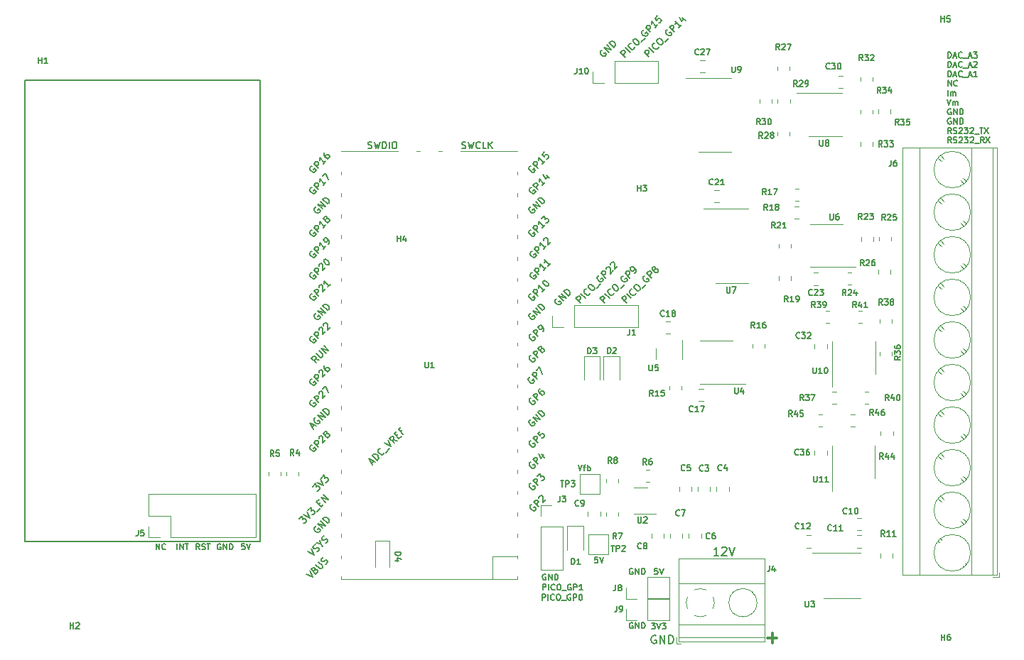
<source format=gto>
G04 #@! TF.GenerationSoftware,KiCad,Pcbnew,(6.0.6)*
G04 #@! TF.CreationDate,2024-03-22T15:25:42+01:00*
G04 #@! TF.ProjectId,pi-pico-itm39xxc-if,70692d70-6963-46f2-9d69-746d33397878,rev?*
G04 #@! TF.SameCoordinates,Original*
G04 #@! TF.FileFunction,Legend,Top*
G04 #@! TF.FilePolarity,Positive*
%FSLAX46Y46*%
G04 Gerber Fmt 4.6, Leading zero omitted, Abs format (unit mm)*
G04 Created by KiCad (PCBNEW (6.0.6)) date 2024-03-22 15:25:42*
%MOMM*%
%LPD*%
G01*
G04 APERTURE LIST*
%ADD10C,0.150000*%
%ADD11C,0.300000*%
%ADD12C,0.120000*%
%ADD13C,3.200000*%
%ADD14R,2.600000X2.600000*%
%ADD15C,2.600000*%
%ADD16R,1.700000X1.700000*%
%ADD17O,1.700000X1.700000*%
%ADD18R,2.000000X2.000000*%
%ADD19O,1.800000X1.800000*%
%ADD20O,1.500000X1.500000*%
%ADD21R,3.500000X1.700000*%
%ADD22R,1.700000X3.500000*%
%ADD23R,1.000000X1.000000*%
G04 APERTURE END LIST*
D10*
X58055200Y-41291400D02*
X86055200Y-41291400D01*
X86055200Y-41291400D02*
X86055200Y-96291400D01*
X86055200Y-96291400D02*
X58055200Y-96291400D01*
X58055200Y-96291400D02*
X58055200Y-41291400D01*
X126794158Y-37714755D02*
X126713346Y-37741693D01*
X126632534Y-37822505D01*
X126578659Y-37930254D01*
X126578659Y-38038004D01*
X126605597Y-38118816D01*
X126686409Y-38253503D01*
X126767221Y-38334315D01*
X126901908Y-38415128D01*
X126982720Y-38442065D01*
X127090470Y-38442065D01*
X127198219Y-38388190D01*
X127252094Y-38334315D01*
X127305969Y-38226566D01*
X127305969Y-38172691D01*
X127117407Y-37984129D01*
X127009658Y-38091879D01*
X127602280Y-37984129D02*
X127036595Y-37418444D01*
X127925529Y-37660880D01*
X127359844Y-37095195D01*
X128194903Y-37391506D02*
X127629218Y-36825821D01*
X127763905Y-36691134D01*
X127871654Y-36637259D01*
X127979404Y-36637259D01*
X128060216Y-36664197D01*
X128194903Y-36745009D01*
X128275715Y-36825821D01*
X128356528Y-36960508D01*
X128383465Y-37041320D01*
X128383465Y-37149070D01*
X128329590Y-37256819D01*
X128194903Y-37391506D01*
X133419866Y-99514866D02*
X133086533Y-99514866D01*
X133053200Y-99848200D01*
X133086533Y-99814866D01*
X133153200Y-99781533D01*
X133319866Y-99781533D01*
X133386533Y-99814866D01*
X133419866Y-99848200D01*
X133453200Y-99914866D01*
X133453200Y-100081533D01*
X133419866Y-100148200D01*
X133386533Y-100181533D01*
X133319866Y-100214866D01*
X133153200Y-100214866D01*
X133086533Y-100181533D01*
X133053200Y-100148200D01*
X133653200Y-99514866D02*
X133886533Y-100214866D01*
X134119866Y-99514866D01*
X121409358Y-67356555D02*
X121328546Y-67383493D01*
X121247734Y-67464305D01*
X121193859Y-67572054D01*
X121193859Y-67679804D01*
X121220797Y-67760616D01*
X121301609Y-67895303D01*
X121382421Y-67976115D01*
X121517108Y-68056928D01*
X121597920Y-68083865D01*
X121705670Y-68083865D01*
X121813419Y-68029990D01*
X121867294Y-67976115D01*
X121921169Y-67868366D01*
X121921169Y-67814491D01*
X121732607Y-67625929D01*
X121624858Y-67733679D01*
X122217480Y-67625929D02*
X121651795Y-67060244D01*
X122540729Y-67302680D01*
X121975044Y-66736995D01*
X122810103Y-67033306D02*
X122244418Y-66467621D01*
X122379105Y-66332934D01*
X122486854Y-66279059D01*
X122594604Y-66279059D01*
X122675416Y-66305997D01*
X122810103Y-66386809D01*
X122890915Y-66467621D01*
X122971728Y-66602308D01*
X122998665Y-66683120D01*
X122998665Y-66790870D01*
X122944790Y-66898619D01*
X122810103Y-67033306D01*
X124261175Y-67868234D02*
X123695490Y-67302549D01*
X123910989Y-67087050D01*
X123991801Y-67060112D01*
X124045676Y-67060112D01*
X124126488Y-67087050D01*
X124207301Y-67167862D01*
X124234238Y-67248674D01*
X124234238Y-67302549D01*
X124207301Y-67383361D01*
X123991801Y-67598860D01*
X124826861Y-67302549D02*
X124261175Y-66736863D01*
X125365609Y-66656051D02*
X125365609Y-66709926D01*
X125311734Y-66817676D01*
X125257859Y-66871550D01*
X125150110Y-66925425D01*
X125042360Y-66925425D01*
X124961548Y-66898488D01*
X124826861Y-66817676D01*
X124746049Y-66736863D01*
X124665236Y-66602176D01*
X124638299Y-66521364D01*
X124638299Y-66413615D01*
X124692174Y-66305865D01*
X124746049Y-66251990D01*
X124853798Y-66198115D01*
X124907673Y-66198115D01*
X125203984Y-65794054D02*
X125311734Y-65686305D01*
X125392546Y-65659367D01*
X125500296Y-65659367D01*
X125634983Y-65740180D01*
X125823545Y-65928741D01*
X125904357Y-66063428D01*
X125904357Y-66171178D01*
X125877419Y-66251990D01*
X125769670Y-66359740D01*
X125688858Y-66386677D01*
X125581108Y-66386677D01*
X125446421Y-66305865D01*
X125257859Y-66117303D01*
X125177047Y-65982616D01*
X125177047Y-65874867D01*
X125203984Y-65794054D01*
X126173731Y-66063428D02*
X126604729Y-65632430D01*
X126443105Y-64608809D02*
X126362293Y-64635746D01*
X126281480Y-64716558D01*
X126227606Y-64824308D01*
X126227606Y-64932058D01*
X126254543Y-65012870D01*
X126335355Y-65147557D01*
X126416167Y-65228369D01*
X126550854Y-65309181D01*
X126631667Y-65336119D01*
X126739416Y-65336119D01*
X126847166Y-65282244D01*
X126901041Y-65228369D01*
X126954915Y-65120619D01*
X126954915Y-65066745D01*
X126766354Y-64878183D01*
X126658604Y-64985932D01*
X127251227Y-64878183D02*
X126685541Y-64312497D01*
X126901041Y-64096998D01*
X126981853Y-64070061D01*
X127035728Y-64070061D01*
X127116540Y-64096998D01*
X127197352Y-64177810D01*
X127224289Y-64258623D01*
X127224289Y-64312497D01*
X127197352Y-64393310D01*
X126981853Y-64608809D01*
X127278164Y-63827624D02*
X127278164Y-63773749D01*
X127305102Y-63692937D01*
X127439789Y-63558250D01*
X127520601Y-63531313D01*
X127574476Y-63531313D01*
X127655288Y-63558250D01*
X127709163Y-63612125D01*
X127763037Y-63719875D01*
X127763037Y-64366372D01*
X128113224Y-64016186D01*
X127816912Y-63288876D02*
X127816912Y-63235001D01*
X127843850Y-63154189D01*
X127978537Y-63019502D01*
X128059349Y-62992565D01*
X128113224Y-62992565D01*
X128194036Y-63019502D01*
X128247911Y-63073377D01*
X128301785Y-63181127D01*
X128301785Y-63827624D01*
X128651972Y-63477438D01*
X76159366Y-97293866D02*
X76159366Y-96593866D01*
X76492700Y-97293866D02*
X76492700Y-96593866D01*
X76892700Y-97293866D01*
X76892700Y-96593866D01*
X77126033Y-96593866D02*
X77526033Y-96593866D01*
X77326033Y-97293866D02*
X77326033Y-96593866D01*
X132686533Y-106068066D02*
X133119866Y-106068066D01*
X132886533Y-106334733D01*
X132986533Y-106334733D01*
X133053200Y-106368066D01*
X133086533Y-106401400D01*
X133119866Y-106468066D01*
X133119866Y-106634733D01*
X133086533Y-106701400D01*
X133053200Y-106734733D01*
X132986533Y-106768066D01*
X132786533Y-106768066D01*
X132719866Y-106734733D01*
X132686533Y-106701400D01*
X133319866Y-106068066D02*
X133553200Y-106768066D01*
X133786533Y-106068066D01*
X133953200Y-106068066D02*
X134386533Y-106068066D01*
X134153200Y-106334733D01*
X134253200Y-106334733D01*
X134319866Y-106368066D01*
X134353200Y-106401400D01*
X134386533Y-106468066D01*
X134386533Y-106634733D01*
X134353200Y-106701400D01*
X134319866Y-106734733D01*
X134253200Y-106768066D01*
X134053200Y-106768066D01*
X133986533Y-106734733D01*
X133953200Y-106701400D01*
X168005766Y-38628366D02*
X168005766Y-37928366D01*
X168172433Y-37928366D01*
X168272433Y-37961700D01*
X168339100Y-38028366D01*
X168372433Y-38095033D01*
X168405766Y-38228366D01*
X168405766Y-38328366D01*
X168372433Y-38461700D01*
X168339100Y-38528366D01*
X168272433Y-38595033D01*
X168172433Y-38628366D01*
X168005766Y-38628366D01*
X168672433Y-38428366D02*
X169005766Y-38428366D01*
X168605766Y-38628366D02*
X168839100Y-37928366D01*
X169072433Y-38628366D01*
X169705766Y-38561700D02*
X169672433Y-38595033D01*
X169572433Y-38628366D01*
X169505766Y-38628366D01*
X169405766Y-38595033D01*
X169339100Y-38528366D01*
X169305766Y-38461700D01*
X169272433Y-38328366D01*
X169272433Y-38228366D01*
X169305766Y-38095033D01*
X169339100Y-38028366D01*
X169405766Y-37961700D01*
X169505766Y-37928366D01*
X169572433Y-37928366D01*
X169672433Y-37961700D01*
X169705766Y-37995033D01*
X169839100Y-38695033D02*
X170372433Y-38695033D01*
X170505766Y-38428366D02*
X170839100Y-38428366D01*
X170439100Y-38628366D02*
X170672433Y-37928366D01*
X170905766Y-38628366D01*
X171072433Y-37928366D02*
X171505766Y-37928366D01*
X171272433Y-38195033D01*
X171372433Y-38195033D01*
X171439100Y-38228366D01*
X171472433Y-38261700D01*
X171505766Y-38328366D01*
X171505766Y-38495033D01*
X171472433Y-38561700D01*
X171439100Y-38595033D01*
X171372433Y-38628366D01*
X171172433Y-38628366D01*
X171105766Y-38595033D01*
X171072433Y-38561700D01*
X168005766Y-39755366D02*
X168005766Y-39055366D01*
X168172433Y-39055366D01*
X168272433Y-39088700D01*
X168339100Y-39155366D01*
X168372433Y-39222033D01*
X168405766Y-39355366D01*
X168405766Y-39455366D01*
X168372433Y-39588700D01*
X168339100Y-39655366D01*
X168272433Y-39722033D01*
X168172433Y-39755366D01*
X168005766Y-39755366D01*
X168672433Y-39555366D02*
X169005766Y-39555366D01*
X168605766Y-39755366D02*
X168839100Y-39055366D01*
X169072433Y-39755366D01*
X169705766Y-39688700D02*
X169672433Y-39722033D01*
X169572433Y-39755366D01*
X169505766Y-39755366D01*
X169405766Y-39722033D01*
X169339100Y-39655366D01*
X169305766Y-39588700D01*
X169272433Y-39455366D01*
X169272433Y-39355366D01*
X169305766Y-39222033D01*
X169339100Y-39155366D01*
X169405766Y-39088700D01*
X169505766Y-39055366D01*
X169572433Y-39055366D01*
X169672433Y-39088700D01*
X169705766Y-39122033D01*
X169839100Y-39822033D02*
X170372433Y-39822033D01*
X170505766Y-39555366D02*
X170839100Y-39555366D01*
X170439100Y-39755366D02*
X170672433Y-39055366D01*
X170905766Y-39755366D01*
X171105766Y-39122033D02*
X171139100Y-39088700D01*
X171205766Y-39055366D01*
X171372433Y-39055366D01*
X171439100Y-39088700D01*
X171472433Y-39122033D01*
X171505766Y-39188700D01*
X171505766Y-39255366D01*
X171472433Y-39355366D01*
X171072433Y-39755366D01*
X171505766Y-39755366D01*
X168005766Y-40882366D02*
X168005766Y-40182366D01*
X168172433Y-40182366D01*
X168272433Y-40215700D01*
X168339100Y-40282366D01*
X168372433Y-40349033D01*
X168405766Y-40482366D01*
X168405766Y-40582366D01*
X168372433Y-40715700D01*
X168339100Y-40782366D01*
X168272433Y-40849033D01*
X168172433Y-40882366D01*
X168005766Y-40882366D01*
X168672433Y-40682366D02*
X169005766Y-40682366D01*
X168605766Y-40882366D02*
X168839100Y-40182366D01*
X169072433Y-40882366D01*
X169705766Y-40815700D02*
X169672433Y-40849033D01*
X169572433Y-40882366D01*
X169505766Y-40882366D01*
X169405766Y-40849033D01*
X169339100Y-40782366D01*
X169305766Y-40715700D01*
X169272433Y-40582366D01*
X169272433Y-40482366D01*
X169305766Y-40349033D01*
X169339100Y-40282366D01*
X169405766Y-40215700D01*
X169505766Y-40182366D01*
X169572433Y-40182366D01*
X169672433Y-40215700D01*
X169705766Y-40249033D01*
X169839100Y-40949033D02*
X170372433Y-40949033D01*
X170505766Y-40682366D02*
X170839100Y-40682366D01*
X170439100Y-40882366D02*
X170672433Y-40182366D01*
X170905766Y-40882366D01*
X171505766Y-40882366D02*
X171105766Y-40882366D01*
X171305766Y-40882366D02*
X171305766Y-40182366D01*
X171239100Y-40282366D01*
X171172433Y-40349033D01*
X171105766Y-40382366D01*
X168005766Y-42009366D02*
X168005766Y-41309366D01*
X168405766Y-42009366D01*
X168405766Y-41309366D01*
X169139100Y-41942700D02*
X169105766Y-41976033D01*
X169005766Y-42009366D01*
X168939100Y-42009366D01*
X168839100Y-41976033D01*
X168772433Y-41909366D01*
X168739100Y-41842700D01*
X168705766Y-41709366D01*
X168705766Y-41609366D01*
X168739100Y-41476033D01*
X168772433Y-41409366D01*
X168839100Y-41342700D01*
X168939100Y-41309366D01*
X169005766Y-41309366D01*
X169105766Y-41342700D01*
X169139100Y-41376033D01*
X168005766Y-43136366D02*
X168005766Y-42436366D01*
X168339100Y-43136366D02*
X168339100Y-42669700D01*
X168339100Y-42736366D02*
X168372433Y-42703033D01*
X168439100Y-42669700D01*
X168539100Y-42669700D01*
X168605766Y-42703033D01*
X168639100Y-42769700D01*
X168639100Y-43136366D01*
X168639100Y-42769700D02*
X168672433Y-42703033D01*
X168739100Y-42669700D01*
X168839100Y-42669700D01*
X168905766Y-42703033D01*
X168939100Y-42769700D01*
X168939100Y-43136366D01*
X167905766Y-43563366D02*
X168139100Y-44263366D01*
X168372433Y-43563366D01*
X168605766Y-44263366D02*
X168605766Y-43796700D01*
X168605766Y-43863366D02*
X168639100Y-43830033D01*
X168705766Y-43796700D01*
X168805766Y-43796700D01*
X168872433Y-43830033D01*
X168905766Y-43896700D01*
X168905766Y-44263366D01*
X168905766Y-43896700D02*
X168939100Y-43830033D01*
X169005766Y-43796700D01*
X169105766Y-43796700D01*
X169172433Y-43830033D01*
X169205766Y-43896700D01*
X169205766Y-44263366D01*
X168372433Y-44723700D02*
X168305766Y-44690366D01*
X168205766Y-44690366D01*
X168105766Y-44723700D01*
X168039100Y-44790366D01*
X168005766Y-44857033D01*
X167972433Y-44990366D01*
X167972433Y-45090366D01*
X168005766Y-45223700D01*
X168039100Y-45290366D01*
X168105766Y-45357033D01*
X168205766Y-45390366D01*
X168272433Y-45390366D01*
X168372433Y-45357033D01*
X168405766Y-45323700D01*
X168405766Y-45090366D01*
X168272433Y-45090366D01*
X168705766Y-45390366D02*
X168705766Y-44690366D01*
X169105766Y-45390366D01*
X169105766Y-44690366D01*
X169439100Y-45390366D02*
X169439100Y-44690366D01*
X169605766Y-44690366D01*
X169705766Y-44723700D01*
X169772433Y-44790366D01*
X169805766Y-44857033D01*
X169839100Y-44990366D01*
X169839100Y-45090366D01*
X169805766Y-45223700D01*
X169772433Y-45290366D01*
X169705766Y-45357033D01*
X169605766Y-45390366D01*
X169439100Y-45390366D01*
X168372433Y-45850700D02*
X168305766Y-45817366D01*
X168205766Y-45817366D01*
X168105766Y-45850700D01*
X168039100Y-45917366D01*
X168005766Y-45984033D01*
X167972433Y-46117366D01*
X167972433Y-46217366D01*
X168005766Y-46350700D01*
X168039100Y-46417366D01*
X168105766Y-46484033D01*
X168205766Y-46517366D01*
X168272433Y-46517366D01*
X168372433Y-46484033D01*
X168405766Y-46450700D01*
X168405766Y-46217366D01*
X168272433Y-46217366D01*
X168705766Y-46517366D02*
X168705766Y-45817366D01*
X169105766Y-46517366D01*
X169105766Y-45817366D01*
X169439100Y-46517366D02*
X169439100Y-45817366D01*
X169605766Y-45817366D01*
X169705766Y-45850700D01*
X169772433Y-45917366D01*
X169805766Y-45984033D01*
X169839100Y-46117366D01*
X169839100Y-46217366D01*
X169805766Y-46350700D01*
X169772433Y-46417366D01*
X169705766Y-46484033D01*
X169605766Y-46517366D01*
X169439100Y-46517366D01*
X168405766Y-47644366D02*
X168172433Y-47311033D01*
X168005766Y-47644366D02*
X168005766Y-46944366D01*
X168272433Y-46944366D01*
X168339100Y-46977700D01*
X168372433Y-47011033D01*
X168405766Y-47077700D01*
X168405766Y-47177700D01*
X168372433Y-47244366D01*
X168339100Y-47277700D01*
X168272433Y-47311033D01*
X168005766Y-47311033D01*
X168672433Y-47611033D02*
X168772433Y-47644366D01*
X168939100Y-47644366D01*
X169005766Y-47611033D01*
X169039100Y-47577700D01*
X169072433Y-47511033D01*
X169072433Y-47444366D01*
X169039100Y-47377700D01*
X169005766Y-47344366D01*
X168939100Y-47311033D01*
X168805766Y-47277700D01*
X168739100Y-47244366D01*
X168705766Y-47211033D01*
X168672433Y-47144366D01*
X168672433Y-47077700D01*
X168705766Y-47011033D01*
X168739100Y-46977700D01*
X168805766Y-46944366D01*
X168972433Y-46944366D01*
X169072433Y-46977700D01*
X169339100Y-47011033D02*
X169372433Y-46977700D01*
X169439100Y-46944366D01*
X169605766Y-46944366D01*
X169672433Y-46977700D01*
X169705766Y-47011033D01*
X169739100Y-47077700D01*
X169739100Y-47144366D01*
X169705766Y-47244366D01*
X169305766Y-47644366D01*
X169739100Y-47644366D01*
X169972433Y-46944366D02*
X170405766Y-46944366D01*
X170172433Y-47211033D01*
X170272433Y-47211033D01*
X170339100Y-47244366D01*
X170372433Y-47277700D01*
X170405766Y-47344366D01*
X170405766Y-47511033D01*
X170372433Y-47577700D01*
X170339100Y-47611033D01*
X170272433Y-47644366D01*
X170072433Y-47644366D01*
X170005766Y-47611033D01*
X169972433Y-47577700D01*
X170672433Y-47011033D02*
X170705766Y-46977700D01*
X170772433Y-46944366D01*
X170939100Y-46944366D01*
X171005766Y-46977700D01*
X171039100Y-47011033D01*
X171072433Y-47077700D01*
X171072433Y-47144366D01*
X171039100Y-47244366D01*
X170639100Y-47644366D01*
X171072433Y-47644366D01*
X171205766Y-47711033D02*
X171739100Y-47711033D01*
X171805766Y-46944366D02*
X172205766Y-46944366D01*
X172005766Y-47644366D02*
X172005766Y-46944366D01*
X172372433Y-46944366D02*
X172839100Y-47644366D01*
X172839100Y-46944366D02*
X172372433Y-47644366D01*
X168405766Y-48771366D02*
X168172433Y-48438033D01*
X168005766Y-48771366D02*
X168005766Y-48071366D01*
X168272433Y-48071366D01*
X168339100Y-48104700D01*
X168372433Y-48138033D01*
X168405766Y-48204700D01*
X168405766Y-48304700D01*
X168372433Y-48371366D01*
X168339100Y-48404700D01*
X168272433Y-48438033D01*
X168005766Y-48438033D01*
X168672433Y-48738033D02*
X168772433Y-48771366D01*
X168939100Y-48771366D01*
X169005766Y-48738033D01*
X169039100Y-48704700D01*
X169072433Y-48638033D01*
X169072433Y-48571366D01*
X169039100Y-48504700D01*
X169005766Y-48471366D01*
X168939100Y-48438033D01*
X168805766Y-48404700D01*
X168739100Y-48371366D01*
X168705766Y-48338033D01*
X168672433Y-48271366D01*
X168672433Y-48204700D01*
X168705766Y-48138033D01*
X168739100Y-48104700D01*
X168805766Y-48071366D01*
X168972433Y-48071366D01*
X169072433Y-48104700D01*
X169339100Y-48138033D02*
X169372433Y-48104700D01*
X169439100Y-48071366D01*
X169605766Y-48071366D01*
X169672433Y-48104700D01*
X169705766Y-48138033D01*
X169739100Y-48204700D01*
X169739100Y-48271366D01*
X169705766Y-48371366D01*
X169305766Y-48771366D01*
X169739100Y-48771366D01*
X169972433Y-48071366D02*
X170405766Y-48071366D01*
X170172433Y-48338033D01*
X170272433Y-48338033D01*
X170339100Y-48371366D01*
X170372433Y-48404700D01*
X170405766Y-48471366D01*
X170405766Y-48638033D01*
X170372433Y-48704700D01*
X170339100Y-48738033D01*
X170272433Y-48771366D01*
X170072433Y-48771366D01*
X170005766Y-48738033D01*
X169972433Y-48704700D01*
X170672433Y-48138033D02*
X170705766Y-48104700D01*
X170772433Y-48071366D01*
X170939100Y-48071366D01*
X171005766Y-48104700D01*
X171039100Y-48138033D01*
X171072433Y-48204700D01*
X171072433Y-48271366D01*
X171039100Y-48371366D01*
X170639100Y-48771366D01*
X171072433Y-48771366D01*
X171205766Y-48838033D02*
X171739100Y-48838033D01*
X172305766Y-48771366D02*
X172072433Y-48438033D01*
X171905766Y-48771366D02*
X171905766Y-48071366D01*
X172172433Y-48071366D01*
X172239100Y-48104700D01*
X172272433Y-48138033D01*
X172305766Y-48204700D01*
X172305766Y-48304700D01*
X172272433Y-48371366D01*
X172239100Y-48404700D01*
X172172433Y-48438033D01*
X171905766Y-48438033D01*
X172539100Y-48071366D02*
X173005766Y-48771366D01*
X173005766Y-48071366D02*
X172539100Y-48771366D01*
X129712149Y-67878260D02*
X129146464Y-67312575D01*
X129361963Y-67097076D01*
X129442775Y-67070138D01*
X129496650Y-67070138D01*
X129577462Y-67097076D01*
X129658275Y-67177888D01*
X129685212Y-67258700D01*
X129685212Y-67312575D01*
X129658275Y-67393387D01*
X129442775Y-67608886D01*
X130277835Y-67312575D02*
X129712149Y-66746889D01*
X130816583Y-66666077D02*
X130816583Y-66719952D01*
X130762708Y-66827702D01*
X130708833Y-66881576D01*
X130601084Y-66935451D01*
X130493334Y-66935451D01*
X130412522Y-66908514D01*
X130277835Y-66827702D01*
X130197023Y-66746889D01*
X130116210Y-66612202D01*
X130089273Y-66531390D01*
X130089273Y-66423641D01*
X130143148Y-66315891D01*
X130197023Y-66262016D01*
X130304772Y-66208141D01*
X130358647Y-66208141D01*
X130654958Y-65804080D02*
X130762708Y-65696331D01*
X130843520Y-65669393D01*
X130951270Y-65669393D01*
X131085957Y-65750206D01*
X131274519Y-65938767D01*
X131355331Y-66073454D01*
X131355331Y-66181204D01*
X131328393Y-66262016D01*
X131220644Y-66369766D01*
X131139832Y-66396703D01*
X131032082Y-66396703D01*
X130897395Y-66315891D01*
X130708833Y-66127329D01*
X130628021Y-65992642D01*
X130628021Y-65884893D01*
X130654958Y-65804080D01*
X131624705Y-66073454D02*
X132055703Y-65642456D01*
X131894079Y-64618835D02*
X131813267Y-64645772D01*
X131732454Y-64726584D01*
X131678580Y-64834334D01*
X131678580Y-64942084D01*
X131705517Y-65022896D01*
X131786329Y-65157583D01*
X131867141Y-65238395D01*
X132001828Y-65319207D01*
X132082641Y-65346145D01*
X132190390Y-65346145D01*
X132298140Y-65292270D01*
X132352015Y-65238395D01*
X132405889Y-65130645D01*
X132405889Y-65076771D01*
X132217328Y-64888209D01*
X132109578Y-64995958D01*
X132702201Y-64888209D02*
X132136515Y-64322523D01*
X132352015Y-64107024D01*
X132432827Y-64080087D01*
X132486702Y-64080087D01*
X132567514Y-64107024D01*
X132648326Y-64187836D01*
X132675263Y-64268649D01*
X132675263Y-64322523D01*
X132648326Y-64403336D01*
X132432827Y-64618835D01*
X133025450Y-63918462D02*
X132944637Y-63945400D01*
X132890763Y-63945400D01*
X132809950Y-63918462D01*
X132783013Y-63891525D01*
X132756076Y-63810713D01*
X132756076Y-63756838D01*
X132783013Y-63676026D01*
X132890763Y-63568276D01*
X132971575Y-63541339D01*
X133025450Y-63541339D01*
X133106262Y-63568276D01*
X133133199Y-63595214D01*
X133160137Y-63676026D01*
X133160137Y-63729901D01*
X133133199Y-63810713D01*
X133025450Y-63918462D01*
X132998512Y-63999275D01*
X132998512Y-64053149D01*
X133025450Y-64133962D01*
X133133199Y-64241711D01*
X133214011Y-64268649D01*
X133267886Y-64268649D01*
X133348698Y-64241711D01*
X133456448Y-64133962D01*
X133483385Y-64053149D01*
X133483385Y-63999275D01*
X133456448Y-63918462D01*
X133348698Y-63810713D01*
X133267886Y-63783775D01*
X133214011Y-63783775D01*
X133133199Y-63810713D01*
X123964000Y-87195866D02*
X124197333Y-87895866D01*
X124430666Y-87195866D01*
X124564000Y-87429200D02*
X124830666Y-87429200D01*
X124664000Y-87895866D02*
X124664000Y-87295866D01*
X124697333Y-87229200D01*
X124764000Y-87195866D01*
X124830666Y-87195866D01*
X125064000Y-87895866D02*
X125064000Y-87195866D01*
X125064000Y-87462533D02*
X125130666Y-87429200D01*
X125264000Y-87429200D01*
X125330666Y-87462533D01*
X125364000Y-87495866D01*
X125397333Y-87562533D01*
X125397333Y-87762533D01*
X125364000Y-87829200D01*
X125330666Y-87862533D01*
X125264000Y-87895866D01*
X125130666Y-87895866D01*
X125064000Y-87862533D01*
X130454466Y-106025200D02*
X130387800Y-105991866D01*
X130287800Y-105991866D01*
X130187800Y-106025200D01*
X130121133Y-106091866D01*
X130087800Y-106158533D01*
X130054466Y-106291866D01*
X130054466Y-106391866D01*
X130087800Y-106525200D01*
X130121133Y-106591866D01*
X130187800Y-106658533D01*
X130287800Y-106691866D01*
X130354466Y-106691866D01*
X130454466Y-106658533D01*
X130487800Y-106625200D01*
X130487800Y-106391866D01*
X130354466Y-106391866D01*
X130787800Y-106691866D02*
X130787800Y-105991866D01*
X131187800Y-106691866D01*
X131187800Y-105991866D01*
X131521133Y-106691866D02*
X131521133Y-105991866D01*
X131687800Y-105991866D01*
X131787800Y-106025200D01*
X131854466Y-106091866D01*
X131887800Y-106158533D01*
X131921133Y-106291866D01*
X131921133Y-106391866D01*
X131887800Y-106525200D01*
X131854466Y-106591866D01*
X131787800Y-106658533D01*
X131687800Y-106691866D01*
X131521133Y-106691866D01*
X129569775Y-38556634D02*
X129004090Y-37990949D01*
X129219589Y-37775450D01*
X129300401Y-37748512D01*
X129354276Y-37748512D01*
X129435088Y-37775450D01*
X129515901Y-37856262D01*
X129542838Y-37937074D01*
X129542838Y-37990949D01*
X129515901Y-38071761D01*
X129300401Y-38287260D01*
X130135461Y-37990949D02*
X129569775Y-37425263D01*
X130674209Y-37344451D02*
X130674209Y-37398326D01*
X130620334Y-37506076D01*
X130566459Y-37559950D01*
X130458710Y-37613825D01*
X130350960Y-37613825D01*
X130270148Y-37586888D01*
X130135461Y-37506076D01*
X130054649Y-37425263D01*
X129973836Y-37290576D01*
X129946899Y-37209764D01*
X129946899Y-37102015D01*
X130000774Y-36994265D01*
X130054649Y-36940390D01*
X130162398Y-36886515D01*
X130216273Y-36886515D01*
X130512584Y-36482454D02*
X130620334Y-36374705D01*
X130701146Y-36347767D01*
X130808896Y-36347767D01*
X130943583Y-36428580D01*
X131132145Y-36617141D01*
X131212957Y-36751828D01*
X131212957Y-36859578D01*
X131186019Y-36940390D01*
X131078270Y-37048140D01*
X130997458Y-37075077D01*
X130889708Y-37075077D01*
X130755021Y-36994265D01*
X130566459Y-36805703D01*
X130485647Y-36671016D01*
X130485647Y-36563267D01*
X130512584Y-36482454D01*
X131482331Y-36751828D02*
X131913329Y-36320830D01*
X131751705Y-35297209D02*
X131670893Y-35324146D01*
X131590080Y-35404958D01*
X131536206Y-35512708D01*
X131536206Y-35620458D01*
X131563143Y-35701270D01*
X131643955Y-35835957D01*
X131724767Y-35916769D01*
X131859454Y-35997581D01*
X131940267Y-36024519D01*
X132048016Y-36024519D01*
X132155766Y-35970644D01*
X132209641Y-35916769D01*
X132263515Y-35809019D01*
X132263515Y-35755145D01*
X132074954Y-35566583D01*
X131967204Y-35674332D01*
X132559827Y-35566583D02*
X131994141Y-35000897D01*
X132209641Y-34785398D01*
X132290453Y-34758461D01*
X132344328Y-34758461D01*
X132425140Y-34785398D01*
X132505952Y-34866210D01*
X132532889Y-34947023D01*
X132532889Y-35000897D01*
X132505952Y-35081710D01*
X132290453Y-35297209D01*
X133421824Y-34704586D02*
X133098575Y-35027835D01*
X133260199Y-34866210D02*
X132694514Y-34300525D01*
X132721451Y-34435212D01*
X132721451Y-34542962D01*
X132694514Y-34623774D01*
X133367949Y-33627090D02*
X133098575Y-33896464D01*
X133341011Y-34192775D01*
X133341011Y-34138901D01*
X133367949Y-34058088D01*
X133502636Y-33923401D01*
X133583448Y-33896464D01*
X133637323Y-33896464D01*
X133718135Y-33923401D01*
X133852822Y-34058088D01*
X133879760Y-34138901D01*
X133879760Y-34192775D01*
X133852822Y-34273588D01*
X133718135Y-34408275D01*
X133637323Y-34435212D01*
X133583448Y-34435212D01*
X127121349Y-67878260D02*
X126555664Y-67312575D01*
X126771163Y-67097076D01*
X126851975Y-67070138D01*
X126905850Y-67070138D01*
X126986662Y-67097076D01*
X127067475Y-67177888D01*
X127094412Y-67258700D01*
X127094412Y-67312575D01*
X127067475Y-67393387D01*
X126851975Y-67608886D01*
X127687035Y-67312575D02*
X127121349Y-66746889D01*
X128225783Y-66666077D02*
X128225783Y-66719952D01*
X128171908Y-66827702D01*
X128118033Y-66881576D01*
X128010284Y-66935451D01*
X127902534Y-66935451D01*
X127821722Y-66908514D01*
X127687035Y-66827702D01*
X127606223Y-66746889D01*
X127525410Y-66612202D01*
X127498473Y-66531390D01*
X127498473Y-66423641D01*
X127552348Y-66315891D01*
X127606223Y-66262016D01*
X127713972Y-66208141D01*
X127767847Y-66208141D01*
X128064158Y-65804080D02*
X128171908Y-65696331D01*
X128252720Y-65669393D01*
X128360470Y-65669393D01*
X128495157Y-65750206D01*
X128683719Y-65938767D01*
X128764531Y-66073454D01*
X128764531Y-66181204D01*
X128737593Y-66262016D01*
X128629844Y-66369766D01*
X128549032Y-66396703D01*
X128441282Y-66396703D01*
X128306595Y-66315891D01*
X128118033Y-66127329D01*
X128037221Y-65992642D01*
X128037221Y-65884893D01*
X128064158Y-65804080D01*
X129033905Y-66073454D02*
X129464903Y-65642456D01*
X129303279Y-64618835D02*
X129222467Y-64645772D01*
X129141654Y-64726584D01*
X129087780Y-64834334D01*
X129087780Y-64942084D01*
X129114717Y-65022896D01*
X129195529Y-65157583D01*
X129276341Y-65238395D01*
X129411028Y-65319207D01*
X129491841Y-65346145D01*
X129599590Y-65346145D01*
X129707340Y-65292270D01*
X129761215Y-65238395D01*
X129815089Y-65130645D01*
X129815089Y-65076771D01*
X129626528Y-64888209D01*
X129518778Y-64995958D01*
X130111401Y-64888209D02*
X129545715Y-64322523D01*
X129761215Y-64107024D01*
X129842027Y-64080087D01*
X129895902Y-64080087D01*
X129976714Y-64107024D01*
X130057526Y-64187836D01*
X130084463Y-64268649D01*
X130084463Y-64322523D01*
X130057526Y-64403336D01*
X129842027Y-64618835D01*
X130704024Y-64295586D02*
X130811773Y-64187836D01*
X130838711Y-64107024D01*
X130838711Y-64053149D01*
X130811773Y-63918462D01*
X130730961Y-63783775D01*
X130515462Y-63568276D01*
X130434650Y-63541339D01*
X130380775Y-63541339D01*
X130299963Y-63568276D01*
X130192213Y-63676026D01*
X130165276Y-63756838D01*
X130165276Y-63810713D01*
X130192213Y-63891525D01*
X130326900Y-64026212D01*
X130407712Y-64053149D01*
X130461587Y-64053149D01*
X130542399Y-64026212D01*
X130650149Y-63918462D01*
X130677086Y-63837650D01*
X130677086Y-63783775D01*
X130650149Y-63702963D01*
X126282466Y-98168666D02*
X125949133Y-98168666D01*
X125915800Y-98502000D01*
X125949133Y-98468666D01*
X126015800Y-98435333D01*
X126182466Y-98435333D01*
X126249133Y-98468666D01*
X126282466Y-98502000D01*
X126315800Y-98568666D01*
X126315800Y-98735333D01*
X126282466Y-98802000D01*
X126249133Y-98835333D01*
X126182466Y-98868666D01*
X126015800Y-98868666D01*
X125949133Y-98835333D01*
X125915800Y-98802000D01*
X126515800Y-98168666D02*
X126749133Y-98868666D01*
X126982466Y-98168666D01*
D11*
X146494571Y-107853942D02*
X147637428Y-107853942D01*
X147066000Y-108425371D02*
X147066000Y-107282514D01*
D10*
X119731133Y-102119866D02*
X119731133Y-101419866D01*
X119997800Y-101419866D01*
X120064466Y-101453200D01*
X120097800Y-101486533D01*
X120131133Y-101553200D01*
X120131133Y-101653200D01*
X120097800Y-101719866D01*
X120064466Y-101753200D01*
X119997800Y-101786533D01*
X119731133Y-101786533D01*
X120431133Y-102119866D02*
X120431133Y-101419866D01*
X121164466Y-102053200D02*
X121131133Y-102086533D01*
X121031133Y-102119866D01*
X120964466Y-102119866D01*
X120864466Y-102086533D01*
X120797800Y-102019866D01*
X120764466Y-101953200D01*
X120731133Y-101819866D01*
X120731133Y-101719866D01*
X120764466Y-101586533D01*
X120797800Y-101519866D01*
X120864466Y-101453200D01*
X120964466Y-101419866D01*
X121031133Y-101419866D01*
X121131133Y-101453200D01*
X121164466Y-101486533D01*
X121597800Y-101419866D02*
X121731133Y-101419866D01*
X121797800Y-101453200D01*
X121864466Y-101519866D01*
X121897800Y-101653200D01*
X121897800Y-101886533D01*
X121864466Y-102019866D01*
X121797800Y-102086533D01*
X121731133Y-102119866D01*
X121597800Y-102119866D01*
X121531133Y-102086533D01*
X121464466Y-102019866D01*
X121431133Y-101886533D01*
X121431133Y-101653200D01*
X121464466Y-101519866D01*
X121531133Y-101453200D01*
X121597800Y-101419866D01*
X122031133Y-102186533D02*
X122564466Y-102186533D01*
X123097800Y-101453200D02*
X123031133Y-101419866D01*
X122931133Y-101419866D01*
X122831133Y-101453200D01*
X122764466Y-101519866D01*
X122731133Y-101586533D01*
X122697800Y-101719866D01*
X122697800Y-101819866D01*
X122731133Y-101953200D01*
X122764466Y-102019866D01*
X122831133Y-102086533D01*
X122931133Y-102119866D01*
X122997800Y-102119866D01*
X123097800Y-102086533D01*
X123131133Y-102053200D01*
X123131133Y-101819866D01*
X122997800Y-101819866D01*
X123431133Y-102119866D02*
X123431133Y-101419866D01*
X123697800Y-101419866D01*
X123764466Y-101453200D01*
X123797800Y-101486533D01*
X123831133Y-101553200D01*
X123831133Y-101653200D01*
X123797800Y-101719866D01*
X123764466Y-101753200D01*
X123697800Y-101786533D01*
X123431133Y-101786533D01*
X124497800Y-102119866D02*
X124097800Y-102119866D01*
X124297800Y-102119866D02*
X124297800Y-101419866D01*
X124231133Y-101519866D01*
X124164466Y-101586533D01*
X124097800Y-101619866D01*
X73670166Y-97293866D02*
X73670166Y-96593866D01*
X74070166Y-97293866D01*
X74070166Y-96593866D01*
X74803500Y-97227200D02*
X74770166Y-97260533D01*
X74670166Y-97293866D01*
X74603500Y-97293866D01*
X74503500Y-97260533D01*
X74436833Y-97193866D01*
X74403500Y-97127200D01*
X74370166Y-96993866D01*
X74370166Y-96893866D01*
X74403500Y-96760533D01*
X74436833Y-96693866D01*
X74503500Y-96627200D01*
X74603500Y-96593866D01*
X74670166Y-96593866D01*
X74770166Y-96627200D01*
X74803500Y-96660533D01*
X140706552Y-97988380D02*
X140135123Y-97988380D01*
X140420838Y-97988380D02*
X140420838Y-96988380D01*
X140325600Y-97131238D01*
X140230361Y-97226476D01*
X140135123Y-97274095D01*
X141087504Y-97083619D02*
X141135123Y-97036000D01*
X141230361Y-96988380D01*
X141468457Y-96988380D01*
X141563695Y-97036000D01*
X141611314Y-97083619D01*
X141658933Y-97178857D01*
X141658933Y-97274095D01*
X141611314Y-97416952D01*
X141039885Y-97988380D01*
X141658933Y-97988380D01*
X141944647Y-96988380D02*
X142277980Y-97988380D01*
X142611314Y-96988380D01*
X130454466Y-99573600D02*
X130387800Y-99540266D01*
X130287800Y-99540266D01*
X130187800Y-99573600D01*
X130121133Y-99640266D01*
X130087800Y-99706933D01*
X130054466Y-99840266D01*
X130054466Y-99940266D01*
X130087800Y-100073600D01*
X130121133Y-100140266D01*
X130187800Y-100206933D01*
X130287800Y-100240266D01*
X130354466Y-100240266D01*
X130454466Y-100206933D01*
X130487800Y-100173600D01*
X130487800Y-99940266D01*
X130354466Y-99940266D01*
X130787800Y-100240266D02*
X130787800Y-99540266D01*
X131187800Y-100240266D01*
X131187800Y-99540266D01*
X131521133Y-100240266D02*
X131521133Y-99540266D01*
X131687800Y-99540266D01*
X131787800Y-99573600D01*
X131854466Y-99640266D01*
X131887800Y-99706933D01*
X131921133Y-99840266D01*
X131921133Y-99940266D01*
X131887800Y-100073600D01*
X131854466Y-100140266D01*
X131787800Y-100206933D01*
X131687800Y-100240266D01*
X131521133Y-100240266D01*
X119680333Y-103313666D02*
X119680333Y-102613666D01*
X119947000Y-102613666D01*
X120013666Y-102647000D01*
X120047000Y-102680333D01*
X120080333Y-102747000D01*
X120080333Y-102847000D01*
X120047000Y-102913666D01*
X120013666Y-102947000D01*
X119947000Y-102980333D01*
X119680333Y-102980333D01*
X120380333Y-103313666D02*
X120380333Y-102613666D01*
X121113666Y-103247000D02*
X121080333Y-103280333D01*
X120980333Y-103313666D01*
X120913666Y-103313666D01*
X120813666Y-103280333D01*
X120747000Y-103213666D01*
X120713666Y-103147000D01*
X120680333Y-103013666D01*
X120680333Y-102913666D01*
X120713666Y-102780333D01*
X120747000Y-102713666D01*
X120813666Y-102647000D01*
X120913666Y-102613666D01*
X120980333Y-102613666D01*
X121080333Y-102647000D01*
X121113666Y-102680333D01*
X121547000Y-102613666D02*
X121680333Y-102613666D01*
X121747000Y-102647000D01*
X121813666Y-102713666D01*
X121847000Y-102847000D01*
X121847000Y-103080333D01*
X121813666Y-103213666D01*
X121747000Y-103280333D01*
X121680333Y-103313666D01*
X121547000Y-103313666D01*
X121480333Y-103280333D01*
X121413666Y-103213666D01*
X121380333Y-103080333D01*
X121380333Y-102847000D01*
X121413666Y-102713666D01*
X121480333Y-102647000D01*
X121547000Y-102613666D01*
X121980333Y-103380333D02*
X122513666Y-103380333D01*
X123047000Y-102647000D02*
X122980333Y-102613666D01*
X122880333Y-102613666D01*
X122780333Y-102647000D01*
X122713666Y-102713666D01*
X122680333Y-102780333D01*
X122647000Y-102913666D01*
X122647000Y-103013666D01*
X122680333Y-103147000D01*
X122713666Y-103213666D01*
X122780333Y-103280333D01*
X122880333Y-103313666D01*
X122947000Y-103313666D01*
X123047000Y-103280333D01*
X123080333Y-103247000D01*
X123080333Y-103013666D01*
X122947000Y-103013666D01*
X123380333Y-103313666D02*
X123380333Y-102613666D01*
X123647000Y-102613666D01*
X123713666Y-102647000D01*
X123747000Y-102680333D01*
X123780333Y-102747000D01*
X123780333Y-102847000D01*
X123747000Y-102913666D01*
X123713666Y-102947000D01*
X123647000Y-102980333D01*
X123380333Y-102980333D01*
X124213666Y-102613666D02*
X124280333Y-102613666D01*
X124347000Y-102647000D01*
X124380333Y-102680333D01*
X124413666Y-102747000D01*
X124447000Y-102880333D01*
X124447000Y-103047000D01*
X124413666Y-103180333D01*
X124380333Y-103247000D01*
X124347000Y-103280333D01*
X124280333Y-103313666D01*
X124213666Y-103313666D01*
X124147000Y-103280333D01*
X124113666Y-103247000D01*
X124080333Y-103180333D01*
X124047000Y-103047000D01*
X124047000Y-102880333D01*
X124080333Y-102747000D01*
X124113666Y-102680333D01*
X124147000Y-102647000D01*
X124213666Y-102613666D01*
X84214300Y-96593866D02*
X83880966Y-96593866D01*
X83847633Y-96927200D01*
X83880966Y-96893866D01*
X83947633Y-96860533D01*
X84114300Y-96860533D01*
X84180966Y-96893866D01*
X84214300Y-96927200D01*
X84247633Y-96993866D01*
X84247633Y-97160533D01*
X84214300Y-97227200D01*
X84180966Y-97260533D01*
X84114300Y-97293866D01*
X83947633Y-97293866D01*
X83880966Y-97260533D01*
X83847633Y-97227200D01*
X84447633Y-96593866D02*
X84680966Y-97293866D01*
X84914300Y-96593866D01*
X132414575Y-38531234D02*
X131848890Y-37965549D01*
X132064389Y-37750050D01*
X132145201Y-37723112D01*
X132199076Y-37723112D01*
X132279888Y-37750050D01*
X132360701Y-37830862D01*
X132387638Y-37911674D01*
X132387638Y-37965549D01*
X132360701Y-38046361D01*
X132145201Y-38261860D01*
X132980261Y-37965549D02*
X132414575Y-37399863D01*
X133519009Y-37319051D02*
X133519009Y-37372926D01*
X133465134Y-37480676D01*
X133411259Y-37534550D01*
X133303510Y-37588425D01*
X133195760Y-37588425D01*
X133114948Y-37561488D01*
X132980261Y-37480676D01*
X132899449Y-37399863D01*
X132818636Y-37265176D01*
X132791699Y-37184364D01*
X132791699Y-37076615D01*
X132845574Y-36968865D01*
X132899449Y-36914990D01*
X133007198Y-36861115D01*
X133061073Y-36861115D01*
X133357384Y-36457054D02*
X133465134Y-36349305D01*
X133545946Y-36322367D01*
X133653696Y-36322367D01*
X133788383Y-36403180D01*
X133976945Y-36591741D01*
X134057757Y-36726428D01*
X134057757Y-36834178D01*
X134030819Y-36914990D01*
X133923070Y-37022740D01*
X133842258Y-37049677D01*
X133734508Y-37049677D01*
X133599821Y-36968865D01*
X133411259Y-36780303D01*
X133330447Y-36645616D01*
X133330447Y-36537867D01*
X133357384Y-36457054D01*
X134327131Y-36726428D02*
X134758129Y-36295430D01*
X134596505Y-35271809D02*
X134515693Y-35298746D01*
X134434880Y-35379558D01*
X134381006Y-35487308D01*
X134381006Y-35595058D01*
X134407943Y-35675870D01*
X134488755Y-35810557D01*
X134569567Y-35891369D01*
X134704254Y-35972181D01*
X134785067Y-35999119D01*
X134892816Y-35999119D01*
X135000566Y-35945244D01*
X135054441Y-35891369D01*
X135108315Y-35783619D01*
X135108315Y-35729745D01*
X134919754Y-35541183D01*
X134812004Y-35648932D01*
X135404627Y-35541183D02*
X134838941Y-34975497D01*
X135054441Y-34759998D01*
X135135253Y-34733061D01*
X135189128Y-34733061D01*
X135269940Y-34759998D01*
X135350752Y-34840810D01*
X135377689Y-34921623D01*
X135377689Y-34975497D01*
X135350752Y-35056310D01*
X135135253Y-35271809D01*
X136266624Y-34679186D02*
X135943375Y-35002435D01*
X136104999Y-34840810D02*
X135539314Y-34275125D01*
X135566251Y-34409812D01*
X135566251Y-34517562D01*
X135539314Y-34598374D01*
X136374373Y-33817189D02*
X136751497Y-34194313D01*
X136024187Y-33736377D02*
X136293561Y-34275125D01*
X136643747Y-33924939D01*
X78845366Y-97293866D02*
X78612033Y-96960533D01*
X78445366Y-97293866D02*
X78445366Y-96593866D01*
X78712033Y-96593866D01*
X78778700Y-96627200D01*
X78812033Y-96660533D01*
X78845366Y-96727200D01*
X78845366Y-96827200D01*
X78812033Y-96893866D01*
X78778700Y-96927200D01*
X78712033Y-96960533D01*
X78445366Y-96960533D01*
X79112033Y-97260533D02*
X79212033Y-97293866D01*
X79378700Y-97293866D01*
X79445366Y-97260533D01*
X79478700Y-97227200D01*
X79512033Y-97160533D01*
X79512033Y-97093866D01*
X79478700Y-97027200D01*
X79445366Y-96993866D01*
X79378700Y-96960533D01*
X79245366Y-96927200D01*
X79178700Y-96893866D01*
X79145366Y-96860533D01*
X79112033Y-96793866D01*
X79112033Y-96727200D01*
X79145366Y-96660533D01*
X79178700Y-96627200D01*
X79245366Y-96593866D01*
X79412033Y-96593866D01*
X79512033Y-96627200D01*
X79712033Y-96593866D02*
X80112033Y-96593866D01*
X79912033Y-97293866D02*
X79912033Y-96593866D01*
X133223095Y-107551600D02*
X133127857Y-107503980D01*
X132985000Y-107503980D01*
X132842142Y-107551600D01*
X132746904Y-107646838D01*
X132699285Y-107742076D01*
X132651666Y-107932552D01*
X132651666Y-108075409D01*
X132699285Y-108265885D01*
X132746904Y-108361123D01*
X132842142Y-108456361D01*
X132985000Y-108503980D01*
X133080238Y-108503980D01*
X133223095Y-108456361D01*
X133270714Y-108408742D01*
X133270714Y-108075409D01*
X133080238Y-108075409D01*
X133699285Y-108503980D02*
X133699285Y-107503980D01*
X134270714Y-108503980D01*
X134270714Y-107503980D01*
X134746904Y-108503980D02*
X134746904Y-107503980D01*
X134985000Y-107503980D01*
X135127857Y-107551600D01*
X135223095Y-107646838D01*
X135270714Y-107742076D01*
X135318333Y-107932552D01*
X135318333Y-108075409D01*
X135270714Y-108265885D01*
X135223095Y-108361123D01*
X135127857Y-108456361D01*
X134985000Y-108503980D01*
X134746904Y-108503980D01*
X81352033Y-96627200D02*
X81285366Y-96593866D01*
X81185366Y-96593866D01*
X81085366Y-96627200D01*
X81018700Y-96693866D01*
X80985366Y-96760533D01*
X80952033Y-96893866D01*
X80952033Y-96993866D01*
X80985366Y-97127200D01*
X81018700Y-97193866D01*
X81085366Y-97260533D01*
X81185366Y-97293866D01*
X81252033Y-97293866D01*
X81352033Y-97260533D01*
X81385366Y-97227200D01*
X81385366Y-96993866D01*
X81252033Y-96993866D01*
X81685366Y-97293866D02*
X81685366Y-96593866D01*
X82085366Y-97293866D01*
X82085366Y-96593866D01*
X82418700Y-97293866D02*
X82418700Y-96593866D01*
X82585366Y-96593866D01*
X82685366Y-96627200D01*
X82752033Y-96693866D01*
X82785366Y-96760533D01*
X82818700Y-96893866D01*
X82818700Y-96993866D01*
X82785366Y-97127200D01*
X82752033Y-97193866D01*
X82685366Y-97260533D01*
X82585366Y-97293866D01*
X82418700Y-97293866D01*
X120091266Y-100234000D02*
X120024600Y-100200666D01*
X119924600Y-100200666D01*
X119824600Y-100234000D01*
X119757933Y-100300666D01*
X119724600Y-100367333D01*
X119691266Y-100500666D01*
X119691266Y-100600666D01*
X119724600Y-100734000D01*
X119757933Y-100800666D01*
X119824600Y-100867333D01*
X119924600Y-100900666D01*
X119991266Y-100900666D01*
X120091266Y-100867333D01*
X120124600Y-100834000D01*
X120124600Y-100600666D01*
X119991266Y-100600666D01*
X120424600Y-100900666D02*
X120424600Y-100200666D01*
X120824600Y-100900666D01*
X120824600Y-100200666D01*
X121157933Y-100900666D02*
X121157933Y-100200666D01*
X121324600Y-100200666D01*
X121424600Y-100234000D01*
X121491266Y-100300666D01*
X121524600Y-100367333D01*
X121557933Y-100500666D01*
X121557933Y-100600666D01*
X121524600Y-100734000D01*
X121491266Y-100800666D01*
X121424600Y-100867333D01*
X121324600Y-100900666D01*
X121157933Y-100900666D01*
X153949466Y-57249266D02*
X153949466Y-57815933D01*
X153982800Y-57882600D01*
X154016133Y-57915933D01*
X154082800Y-57949266D01*
X154216133Y-57949266D01*
X154282800Y-57915933D01*
X154316133Y-57882600D01*
X154349466Y-57815933D01*
X154349466Y-57249266D01*
X154982800Y-57249266D02*
X154849466Y-57249266D01*
X154782800Y-57282600D01*
X154749466Y-57315933D01*
X154682800Y-57415933D01*
X154649466Y-57549266D01*
X154649466Y-57815933D01*
X154682800Y-57882600D01*
X154716133Y-57915933D01*
X154782800Y-57949266D01*
X154916133Y-57949266D01*
X154982800Y-57915933D01*
X155016133Y-57882600D01*
X155049466Y-57815933D01*
X155049466Y-57649266D01*
X155016133Y-57582600D01*
X154982800Y-57549266D01*
X154916133Y-57515933D01*
X154782800Y-57515933D01*
X154716133Y-57549266D01*
X154682800Y-57582600D01*
X154649466Y-57649266D01*
X102387466Y-60540066D02*
X102387466Y-59840066D01*
X102387466Y-60173400D02*
X102787466Y-60173400D01*
X102787466Y-60540066D02*
X102787466Y-59840066D01*
X103420800Y-60073400D02*
X103420800Y-60540066D01*
X103254133Y-59806733D02*
X103087466Y-60306733D01*
X103520800Y-60306733D01*
X160001800Y-42810866D02*
X159768466Y-42477533D01*
X159601800Y-42810866D02*
X159601800Y-42110866D01*
X159868466Y-42110866D01*
X159935133Y-42144200D01*
X159968466Y-42177533D01*
X160001800Y-42244200D01*
X160001800Y-42344200D01*
X159968466Y-42410866D01*
X159935133Y-42444200D01*
X159868466Y-42477533D01*
X159601800Y-42477533D01*
X160235133Y-42110866D02*
X160668466Y-42110866D01*
X160435133Y-42377533D01*
X160535133Y-42377533D01*
X160601800Y-42410866D01*
X160635133Y-42444200D01*
X160668466Y-42510866D01*
X160668466Y-42677533D01*
X160635133Y-42744200D01*
X160601800Y-42777533D01*
X160535133Y-42810866D01*
X160335133Y-42810866D01*
X160268466Y-42777533D01*
X160235133Y-42744200D01*
X161268466Y-42344200D02*
X161268466Y-42810866D01*
X161101800Y-42077533D02*
X160935133Y-42577533D01*
X161368466Y-42577533D01*
X138846733Y-87854600D02*
X138813400Y-87887933D01*
X138713400Y-87921266D01*
X138646733Y-87921266D01*
X138546733Y-87887933D01*
X138480066Y-87821266D01*
X138446733Y-87754600D01*
X138413400Y-87621266D01*
X138413400Y-87521266D01*
X138446733Y-87387933D01*
X138480066Y-87321266D01*
X138546733Y-87254600D01*
X138646733Y-87221266D01*
X138713400Y-87221266D01*
X138813400Y-87254600D01*
X138846733Y-87287933D01*
X139080066Y-87221266D02*
X139513400Y-87221266D01*
X139280066Y-87487933D01*
X139380066Y-87487933D01*
X139446733Y-87521266D01*
X139480066Y-87554600D01*
X139513400Y-87621266D01*
X139513400Y-87787933D01*
X139480066Y-87854600D01*
X139446733Y-87887933D01*
X139380066Y-87921266D01*
X139180066Y-87921266D01*
X139113400Y-87887933D01*
X139080066Y-87854600D01*
X125086333Y-73925866D02*
X125086333Y-73225866D01*
X125253000Y-73225866D01*
X125353000Y-73259200D01*
X125419666Y-73325866D01*
X125453000Y-73392533D01*
X125486333Y-73525866D01*
X125486333Y-73625866D01*
X125453000Y-73759200D01*
X125419666Y-73825866D01*
X125353000Y-73892533D01*
X125253000Y-73925866D01*
X125086333Y-73925866D01*
X125719666Y-73225866D02*
X126153000Y-73225866D01*
X125919666Y-73492533D01*
X126019666Y-73492533D01*
X126086333Y-73525866D01*
X126119666Y-73559200D01*
X126153000Y-73625866D01*
X126153000Y-73792533D01*
X126119666Y-73859200D01*
X126086333Y-73892533D01*
X126019666Y-73925866D01*
X125819666Y-73925866D01*
X125753000Y-73892533D01*
X125719666Y-73859200D01*
X154134400Y-94966600D02*
X154101066Y-94999933D01*
X154001066Y-95033266D01*
X153934400Y-95033266D01*
X153834400Y-94999933D01*
X153767733Y-94933266D01*
X153734400Y-94866600D01*
X153701066Y-94733266D01*
X153701066Y-94633266D01*
X153734400Y-94499933D01*
X153767733Y-94433266D01*
X153834400Y-94366600D01*
X153934400Y-94333266D01*
X154001066Y-94333266D01*
X154101066Y-94366600D01*
X154134400Y-94399933D01*
X154801066Y-95033266D02*
X154401066Y-95033266D01*
X154601066Y-95033266D02*
X154601066Y-94333266D01*
X154534400Y-94433266D01*
X154467733Y-94499933D01*
X154401066Y-94533266D01*
X155467733Y-95033266D02*
X155067733Y-95033266D01*
X155267733Y-95033266D02*
X155267733Y-94333266D01*
X155201066Y-94433266D01*
X155134400Y-94499933D01*
X155067733Y-94533266D01*
X167233666Y-108088866D02*
X167233666Y-107388866D01*
X167233666Y-107722200D02*
X167633666Y-107722200D01*
X167633666Y-108088866D02*
X167633666Y-107388866D01*
X168267000Y-107388866D02*
X168133666Y-107388866D01*
X168067000Y-107422200D01*
X168033666Y-107455533D01*
X167967000Y-107555533D01*
X167933666Y-107688866D01*
X167933666Y-107955533D01*
X167967000Y-108022200D01*
X168000333Y-108055533D01*
X168067000Y-108088866D01*
X168200333Y-108088866D01*
X168267000Y-108055533D01*
X168300333Y-108022200D01*
X168333666Y-107955533D01*
X168333666Y-107788866D01*
X168300333Y-107722200D01*
X168267000Y-107688866D01*
X168200333Y-107655533D01*
X168067000Y-107655533D01*
X168000333Y-107688866D01*
X167967000Y-107722200D01*
X167933666Y-107788866D01*
X160179600Y-49211666D02*
X159946266Y-48878333D01*
X159779600Y-49211666D02*
X159779600Y-48511666D01*
X160046266Y-48511666D01*
X160112933Y-48545000D01*
X160146266Y-48578333D01*
X160179600Y-48645000D01*
X160179600Y-48745000D01*
X160146266Y-48811666D01*
X160112933Y-48845000D01*
X160046266Y-48878333D01*
X159779600Y-48878333D01*
X160412933Y-48511666D02*
X160846266Y-48511666D01*
X160612933Y-48778333D01*
X160712933Y-48778333D01*
X160779600Y-48811666D01*
X160812933Y-48845000D01*
X160846266Y-48911666D01*
X160846266Y-49078333D01*
X160812933Y-49145000D01*
X160779600Y-49178333D01*
X160712933Y-49211666D01*
X160512933Y-49211666D01*
X160446266Y-49178333D01*
X160412933Y-49145000D01*
X161079600Y-48511666D02*
X161512933Y-48511666D01*
X161279600Y-48778333D01*
X161379600Y-48778333D01*
X161446266Y-48811666D01*
X161479600Y-48845000D01*
X161512933Y-48911666D01*
X161512933Y-49078333D01*
X161479600Y-49145000D01*
X161446266Y-49178333D01*
X161379600Y-49211666D01*
X161179600Y-49211666D01*
X161112933Y-49178333D01*
X161079600Y-49145000D01*
X162343266Y-74237000D02*
X162009933Y-74470333D01*
X162343266Y-74637000D02*
X161643266Y-74637000D01*
X161643266Y-74370333D01*
X161676600Y-74303666D01*
X161709933Y-74270333D01*
X161776600Y-74237000D01*
X161876600Y-74237000D01*
X161943266Y-74270333D01*
X161976600Y-74303666D01*
X162009933Y-74370333D01*
X162009933Y-74637000D01*
X161643266Y-74003666D02*
X161643266Y-73570333D01*
X161909933Y-73803666D01*
X161909933Y-73703666D01*
X161943266Y-73637000D01*
X161976600Y-73603666D01*
X162043266Y-73570333D01*
X162209933Y-73570333D01*
X162276600Y-73603666D01*
X162309933Y-73637000D01*
X162343266Y-73703666D01*
X162343266Y-73903666D01*
X162309933Y-73970333D01*
X162276600Y-74003666D01*
X161643266Y-72970333D02*
X161643266Y-73103666D01*
X161676600Y-73170333D01*
X161709933Y-73203666D01*
X161809933Y-73270333D01*
X161943266Y-73303666D01*
X162209933Y-73303666D01*
X162276600Y-73270333D01*
X162309933Y-73237000D01*
X162343266Y-73170333D01*
X162343266Y-73037000D01*
X162309933Y-72970333D01*
X162276600Y-72937000D01*
X162209933Y-72903666D01*
X162043266Y-72903666D01*
X161976600Y-72937000D01*
X161943266Y-72970333D01*
X161909933Y-73037000D01*
X161909933Y-73170333D01*
X161943266Y-73237000D01*
X161976600Y-73270333D01*
X162043266Y-73303666D01*
X59639266Y-39254866D02*
X59639266Y-38554866D01*
X59639266Y-38888200D02*
X60039266Y-38888200D01*
X60039266Y-39254866D02*
X60039266Y-38554866D01*
X60739266Y-39254866D02*
X60339266Y-39254866D01*
X60539266Y-39254866D02*
X60539266Y-38554866D01*
X60472600Y-38654866D01*
X60405933Y-38721533D01*
X60339266Y-38754866D01*
X167182866Y-34327266D02*
X167182866Y-33627266D01*
X167182866Y-33960600D02*
X167582866Y-33960600D01*
X167582866Y-34327266D02*
X167582866Y-33627266D01*
X168249533Y-33627266D02*
X167916200Y-33627266D01*
X167882866Y-33960600D01*
X167916200Y-33927266D01*
X167982866Y-33893933D01*
X168149533Y-33893933D01*
X168216200Y-33927266D01*
X168249533Y-33960600D01*
X168282866Y-34027266D01*
X168282866Y-34193933D01*
X168249533Y-34260600D01*
X168216200Y-34293933D01*
X168149533Y-34327266D01*
X167982866Y-34327266D01*
X167916200Y-34293933D01*
X167882866Y-34260600D01*
X87691133Y-86143266D02*
X87457800Y-85809933D01*
X87291133Y-86143266D02*
X87291133Y-85443266D01*
X87557800Y-85443266D01*
X87624466Y-85476600D01*
X87657800Y-85509933D01*
X87691133Y-85576600D01*
X87691133Y-85676600D01*
X87657800Y-85743266D01*
X87624466Y-85776600D01*
X87557800Y-85809933D01*
X87291133Y-85809933D01*
X88324466Y-85443266D02*
X87991133Y-85443266D01*
X87957800Y-85776600D01*
X87991133Y-85743266D01*
X88057800Y-85709933D01*
X88224466Y-85709933D01*
X88291133Y-85743266D01*
X88324466Y-85776600D01*
X88357800Y-85843266D01*
X88357800Y-86009933D01*
X88324466Y-86076600D01*
X88291133Y-86109933D01*
X88224466Y-86143266D01*
X88057800Y-86143266D01*
X87991133Y-86109933D01*
X87957800Y-86076600D01*
X131064066Y-93393466D02*
X131064066Y-93960133D01*
X131097400Y-94026800D01*
X131130733Y-94060133D01*
X131197400Y-94093466D01*
X131330733Y-94093466D01*
X131397400Y-94060133D01*
X131430733Y-94026800D01*
X131464066Y-93960133D01*
X131464066Y-93393466D01*
X131764066Y-93460133D02*
X131797400Y-93426800D01*
X131864066Y-93393466D01*
X132030733Y-93393466D01*
X132097400Y-93426800D01*
X132130733Y-93460133D01*
X132164066Y-93526800D01*
X132164066Y-93593466D01*
X132130733Y-93693466D01*
X131730733Y-94093466D01*
X132164066Y-94093466D01*
X150349800Y-72005000D02*
X150316466Y-72038333D01*
X150216466Y-72071666D01*
X150149800Y-72071666D01*
X150049800Y-72038333D01*
X149983133Y-71971666D01*
X149949800Y-71905000D01*
X149916466Y-71771666D01*
X149916466Y-71671666D01*
X149949800Y-71538333D01*
X149983133Y-71471666D01*
X150049800Y-71405000D01*
X150149800Y-71371666D01*
X150216466Y-71371666D01*
X150316466Y-71405000D01*
X150349800Y-71438333D01*
X150583133Y-71371666D02*
X151016466Y-71371666D01*
X150783133Y-71638333D01*
X150883133Y-71638333D01*
X150949800Y-71671666D01*
X150983133Y-71705000D01*
X151016466Y-71771666D01*
X151016466Y-71938333D01*
X150983133Y-72005000D01*
X150949800Y-72038333D01*
X150883133Y-72071666D01*
X150683133Y-72071666D01*
X150616466Y-72038333D01*
X150583133Y-72005000D01*
X151283133Y-71438333D02*
X151316466Y-71405000D01*
X151383133Y-71371666D01*
X151549800Y-71371666D01*
X151616466Y-71405000D01*
X151649800Y-71438333D01*
X151683133Y-71505000D01*
X151683133Y-71571666D01*
X151649800Y-71671666D01*
X151249800Y-72071666D01*
X151683133Y-72071666D01*
X63423866Y-106717266D02*
X63423866Y-106017266D01*
X63423866Y-106350600D02*
X63823866Y-106350600D01*
X63823866Y-106717266D02*
X63823866Y-106017266D01*
X64123866Y-106083933D02*
X64157200Y-106050600D01*
X64223866Y-106017266D01*
X64390533Y-106017266D01*
X64457200Y-106050600D01*
X64490533Y-106083933D01*
X64523866Y-106150600D01*
X64523866Y-106217266D01*
X64490533Y-106317266D01*
X64090533Y-106717266D01*
X64523866Y-106717266D01*
X132410266Y-75257866D02*
X132410266Y-75824533D01*
X132443600Y-75891200D01*
X132476933Y-75924533D01*
X132543600Y-75957866D01*
X132676933Y-75957866D01*
X132743600Y-75924533D01*
X132776933Y-75891200D01*
X132810266Y-75824533D01*
X132810266Y-75257866D01*
X133476933Y-75257866D02*
X133143600Y-75257866D01*
X133110266Y-75591200D01*
X133143600Y-75557866D01*
X133210266Y-75524533D01*
X133376933Y-75524533D01*
X133443600Y-75557866D01*
X133476933Y-75591200D01*
X133510266Y-75657866D01*
X133510266Y-75824533D01*
X133476933Y-75891200D01*
X133443600Y-75924533D01*
X133376933Y-75957866D01*
X133210266Y-75957866D01*
X133143600Y-75924533D01*
X133110266Y-75891200D01*
X161234466Y-50848466D02*
X161234466Y-51348466D01*
X161201133Y-51448466D01*
X161134466Y-51515133D01*
X161034466Y-51548466D01*
X160967800Y-51548466D01*
X161867800Y-50848466D02*
X161734466Y-50848466D01*
X161667800Y-50881800D01*
X161634466Y-50915133D01*
X161567800Y-51015133D01*
X161534466Y-51148466D01*
X161534466Y-51415133D01*
X161567800Y-51481800D01*
X161601133Y-51515133D01*
X161667800Y-51548466D01*
X161801133Y-51548466D01*
X161867800Y-51515133D01*
X161901133Y-51481800D01*
X161934466Y-51415133D01*
X161934466Y-51248466D01*
X161901133Y-51181800D01*
X161867800Y-51148466D01*
X161801133Y-51115133D01*
X161667800Y-51115133D01*
X161601133Y-51148466D01*
X161567800Y-51181800D01*
X161534466Y-51248466D01*
X136027333Y-93188600D02*
X135994000Y-93221933D01*
X135894000Y-93255266D01*
X135827333Y-93255266D01*
X135727333Y-93221933D01*
X135660666Y-93155266D01*
X135627333Y-93088600D01*
X135594000Y-92955266D01*
X135594000Y-92855266D01*
X135627333Y-92721933D01*
X135660666Y-92655266D01*
X135727333Y-92588600D01*
X135827333Y-92555266D01*
X135894000Y-92555266D01*
X135994000Y-92588600D01*
X136027333Y-92621933D01*
X136260666Y-92555266D02*
X136727333Y-92555266D01*
X136427333Y-93255266D01*
X127448533Y-73875066D02*
X127448533Y-73175066D01*
X127615200Y-73175066D01*
X127715200Y-73208400D01*
X127781866Y-73275066D01*
X127815200Y-73341733D01*
X127848533Y-73475066D01*
X127848533Y-73575066D01*
X127815200Y-73708400D01*
X127781866Y-73775066D01*
X127715200Y-73841733D01*
X127615200Y-73875066D01*
X127448533Y-73875066D01*
X128115200Y-73241733D02*
X128148533Y-73208400D01*
X128215200Y-73175066D01*
X128381866Y-73175066D01*
X128448533Y-73208400D01*
X128481866Y-73241733D01*
X128515200Y-73308400D01*
X128515200Y-73375066D01*
X128481866Y-73475066D01*
X128081866Y-73875066D01*
X128515200Y-73875066D01*
X128544666Y-104010666D02*
X128544666Y-104510666D01*
X128511333Y-104610666D01*
X128444666Y-104677333D01*
X128344666Y-104710666D01*
X128278000Y-104710666D01*
X128911333Y-104710666D02*
X129044666Y-104710666D01*
X129111333Y-104677333D01*
X129144666Y-104644000D01*
X129211333Y-104544000D01*
X129244666Y-104410666D01*
X129244666Y-104144000D01*
X129211333Y-104077333D01*
X129178000Y-104044000D01*
X129111333Y-104010666D01*
X128978000Y-104010666D01*
X128911333Y-104044000D01*
X128878000Y-104077333D01*
X128844666Y-104144000D01*
X128844666Y-104310666D01*
X128878000Y-104377333D01*
X128911333Y-104410666D01*
X128978000Y-104444000D01*
X129111333Y-104444000D01*
X129178000Y-104410666D01*
X129211333Y-104377333D01*
X129244666Y-104310666D01*
X148952800Y-67728266D02*
X148719466Y-67394933D01*
X148552800Y-67728266D02*
X148552800Y-67028266D01*
X148819466Y-67028266D01*
X148886133Y-67061600D01*
X148919466Y-67094933D01*
X148952800Y-67161600D01*
X148952800Y-67261600D01*
X148919466Y-67328266D01*
X148886133Y-67361600D01*
X148819466Y-67394933D01*
X148552800Y-67394933D01*
X149619466Y-67728266D02*
X149219466Y-67728266D01*
X149419466Y-67728266D02*
X149419466Y-67028266D01*
X149352800Y-67128266D01*
X149286133Y-67194933D01*
X149219466Y-67228266D01*
X149952800Y-67728266D02*
X150086133Y-67728266D01*
X150152800Y-67694933D01*
X150186133Y-67661600D01*
X150252800Y-67561600D01*
X150286133Y-67428266D01*
X150286133Y-67161600D01*
X150252800Y-67094933D01*
X150219466Y-67061600D01*
X150152800Y-67028266D01*
X150019466Y-67028266D01*
X149952800Y-67061600D01*
X149919466Y-67094933D01*
X149886133Y-67161600D01*
X149886133Y-67328266D01*
X149919466Y-67394933D01*
X149952800Y-67428266D01*
X150019466Y-67461600D01*
X150152800Y-67461600D01*
X150219466Y-67428266D01*
X150252800Y-67394933D01*
X150286133Y-67328266D01*
X138310200Y-38194000D02*
X138276866Y-38227333D01*
X138176866Y-38260666D01*
X138110200Y-38260666D01*
X138010200Y-38227333D01*
X137943533Y-38160666D01*
X137910200Y-38094000D01*
X137876866Y-37960666D01*
X137876866Y-37860666D01*
X137910200Y-37727333D01*
X137943533Y-37660666D01*
X138010200Y-37594000D01*
X138110200Y-37560666D01*
X138176866Y-37560666D01*
X138276866Y-37594000D01*
X138310200Y-37627333D01*
X138576866Y-37627333D02*
X138610200Y-37594000D01*
X138676866Y-37560666D01*
X138843533Y-37560666D01*
X138910200Y-37594000D01*
X138943533Y-37627333D01*
X138976866Y-37694000D01*
X138976866Y-37760666D01*
X138943533Y-37860666D01*
X138543533Y-38260666D01*
X138976866Y-38260666D01*
X139210200Y-37560666D02*
X139676866Y-37560666D01*
X139376866Y-38260666D01*
X159138200Y-81266466D02*
X158904866Y-80933133D01*
X158738200Y-81266466D02*
X158738200Y-80566466D01*
X159004866Y-80566466D01*
X159071533Y-80599800D01*
X159104866Y-80633133D01*
X159138200Y-80699800D01*
X159138200Y-80799800D01*
X159104866Y-80866466D01*
X159071533Y-80899800D01*
X159004866Y-80933133D01*
X158738200Y-80933133D01*
X159738200Y-80799800D02*
X159738200Y-81266466D01*
X159571533Y-80533133D02*
X159404866Y-81033133D01*
X159838200Y-81033133D01*
X160404866Y-80566466D02*
X160271533Y-80566466D01*
X160204866Y-80599800D01*
X160171533Y-80633133D01*
X160104866Y-80733133D01*
X160071533Y-80866466D01*
X160071533Y-81133133D01*
X160104866Y-81199800D01*
X160138200Y-81233133D01*
X160204866Y-81266466D01*
X160338200Y-81266466D01*
X160404866Y-81233133D01*
X160438200Y-81199800D01*
X160471533Y-81133133D01*
X160471533Y-80966466D01*
X160438200Y-80899800D01*
X160404866Y-80866466D01*
X160338200Y-80833133D01*
X160204866Y-80833133D01*
X160138200Y-80866466D01*
X160104866Y-80899800D01*
X160071533Y-80966466D01*
X144990400Y-70852466D02*
X144757066Y-70519133D01*
X144590400Y-70852466D02*
X144590400Y-70152466D01*
X144857066Y-70152466D01*
X144923733Y-70185800D01*
X144957066Y-70219133D01*
X144990400Y-70285800D01*
X144990400Y-70385800D01*
X144957066Y-70452466D01*
X144923733Y-70485800D01*
X144857066Y-70519133D01*
X144590400Y-70519133D01*
X145657066Y-70852466D02*
X145257066Y-70852466D01*
X145457066Y-70852466D02*
X145457066Y-70152466D01*
X145390400Y-70252466D01*
X145323733Y-70319133D01*
X145257066Y-70352466D01*
X146257066Y-70152466D02*
X146123733Y-70152466D01*
X146057066Y-70185800D01*
X146023733Y-70219133D01*
X145957066Y-70319133D01*
X145923733Y-70452466D01*
X145923733Y-70719133D01*
X145957066Y-70785800D01*
X145990400Y-70819133D01*
X146057066Y-70852466D01*
X146190400Y-70852466D01*
X146257066Y-70819133D01*
X146290400Y-70785800D01*
X146323733Y-70719133D01*
X146323733Y-70552466D01*
X146290400Y-70485800D01*
X146257066Y-70452466D01*
X146190400Y-70419133D01*
X146057066Y-70419133D01*
X145990400Y-70452466D01*
X145957066Y-70485800D01*
X145923733Y-70552466D01*
X155861600Y-66966266D02*
X155628266Y-66632933D01*
X155461600Y-66966266D02*
X155461600Y-66266266D01*
X155728266Y-66266266D01*
X155794933Y-66299600D01*
X155828266Y-66332933D01*
X155861600Y-66399600D01*
X155861600Y-66499600D01*
X155828266Y-66566266D01*
X155794933Y-66599600D01*
X155728266Y-66632933D01*
X155461600Y-66632933D01*
X156128266Y-66332933D02*
X156161600Y-66299600D01*
X156228266Y-66266266D01*
X156394933Y-66266266D01*
X156461600Y-66299600D01*
X156494933Y-66332933D01*
X156528266Y-66399600D01*
X156528266Y-66466266D01*
X156494933Y-66566266D01*
X156094933Y-66966266D01*
X156528266Y-66966266D01*
X157128266Y-66499600D02*
X157128266Y-66966266D01*
X156961600Y-66232933D02*
X156794933Y-66732933D01*
X157228266Y-66732933D01*
X145625400Y-46570066D02*
X145392066Y-46236733D01*
X145225400Y-46570066D02*
X145225400Y-45870066D01*
X145492066Y-45870066D01*
X145558733Y-45903400D01*
X145592066Y-45936733D01*
X145625400Y-46003400D01*
X145625400Y-46103400D01*
X145592066Y-46170066D01*
X145558733Y-46203400D01*
X145492066Y-46236733D01*
X145225400Y-46236733D01*
X145858733Y-45870066D02*
X146292066Y-45870066D01*
X146058733Y-46136733D01*
X146158733Y-46136733D01*
X146225400Y-46170066D01*
X146258733Y-46203400D01*
X146292066Y-46270066D01*
X146292066Y-46436733D01*
X146258733Y-46503400D01*
X146225400Y-46536733D01*
X146158733Y-46570066D01*
X145958733Y-46570066D01*
X145892066Y-46536733D01*
X145858733Y-46503400D01*
X146725400Y-45870066D02*
X146792066Y-45870066D01*
X146858733Y-45903400D01*
X146892066Y-45936733D01*
X146925400Y-46003400D01*
X146958733Y-46136733D01*
X146958733Y-46303400D01*
X146925400Y-46436733D01*
X146892066Y-46503400D01*
X146858733Y-46536733D01*
X146792066Y-46570066D01*
X146725400Y-46570066D01*
X146658733Y-46536733D01*
X146625400Y-46503400D01*
X146592066Y-46436733D01*
X146558733Y-46303400D01*
X146558733Y-46136733D01*
X146592066Y-46003400D01*
X146625400Y-45936733D01*
X146658733Y-45903400D01*
X146725400Y-45870066D01*
X124013133Y-92020200D02*
X123979800Y-92053533D01*
X123879800Y-92086866D01*
X123813133Y-92086866D01*
X123713133Y-92053533D01*
X123646466Y-91986866D01*
X123613133Y-91920200D01*
X123579800Y-91786866D01*
X123579800Y-91686866D01*
X123613133Y-91553533D01*
X123646466Y-91486866D01*
X123713133Y-91420200D01*
X123813133Y-91386866D01*
X123879800Y-91386866D01*
X123979800Y-91420200D01*
X124013133Y-91453533D01*
X124346466Y-92086866D02*
X124479800Y-92086866D01*
X124546466Y-92053533D01*
X124579800Y-92020200D01*
X124646466Y-91920200D01*
X124679800Y-91786866D01*
X124679800Y-91520200D01*
X124646466Y-91453533D01*
X124613133Y-91420200D01*
X124546466Y-91386866D01*
X124413133Y-91386866D01*
X124346466Y-91420200D01*
X124313133Y-91453533D01*
X124279800Y-91520200D01*
X124279800Y-91686866D01*
X124313133Y-91753533D01*
X124346466Y-91786866D01*
X124413133Y-91820200D01*
X124546466Y-91820200D01*
X124613133Y-91786866D01*
X124646466Y-91753533D01*
X124679800Y-91686866D01*
X157868200Y-38950066D02*
X157634866Y-38616733D01*
X157468200Y-38950066D02*
X157468200Y-38250066D01*
X157734866Y-38250066D01*
X157801533Y-38283400D01*
X157834866Y-38316733D01*
X157868200Y-38383400D01*
X157868200Y-38483400D01*
X157834866Y-38550066D01*
X157801533Y-38583400D01*
X157734866Y-38616733D01*
X157468200Y-38616733D01*
X158101533Y-38250066D02*
X158534866Y-38250066D01*
X158301533Y-38516733D01*
X158401533Y-38516733D01*
X158468200Y-38550066D01*
X158501533Y-38583400D01*
X158534866Y-38650066D01*
X158534866Y-38816733D01*
X158501533Y-38883400D01*
X158468200Y-38916733D01*
X158401533Y-38950066D01*
X158201533Y-38950066D01*
X158134866Y-38916733D01*
X158101533Y-38883400D01*
X158801533Y-38316733D02*
X158834866Y-38283400D01*
X158901533Y-38250066D01*
X159068200Y-38250066D01*
X159134866Y-38283400D01*
X159168200Y-38316733D01*
X159201533Y-38383400D01*
X159201533Y-38450066D01*
X159168200Y-38550066D01*
X158768200Y-38950066D01*
X159201533Y-38950066D01*
X146336600Y-54952066D02*
X146103266Y-54618733D01*
X145936600Y-54952066D02*
X145936600Y-54252066D01*
X146203266Y-54252066D01*
X146269933Y-54285400D01*
X146303266Y-54318733D01*
X146336600Y-54385400D01*
X146336600Y-54485400D01*
X146303266Y-54552066D01*
X146269933Y-54585400D01*
X146203266Y-54618733D01*
X145936600Y-54618733D01*
X147003266Y-54952066D02*
X146603266Y-54952066D01*
X146803266Y-54952066D02*
X146803266Y-54252066D01*
X146736600Y-54352066D01*
X146669933Y-54418733D01*
X146603266Y-54452066D01*
X147236600Y-54252066D02*
X147703266Y-54252066D01*
X147403266Y-54952066D01*
X160205000Y-68109266D02*
X159971666Y-67775933D01*
X159805000Y-68109266D02*
X159805000Y-67409266D01*
X160071666Y-67409266D01*
X160138333Y-67442600D01*
X160171666Y-67475933D01*
X160205000Y-67542600D01*
X160205000Y-67642600D01*
X160171666Y-67709266D01*
X160138333Y-67742600D01*
X160071666Y-67775933D01*
X159805000Y-67775933D01*
X160438333Y-67409266D02*
X160871666Y-67409266D01*
X160638333Y-67675933D01*
X160738333Y-67675933D01*
X160805000Y-67709266D01*
X160838333Y-67742600D01*
X160871666Y-67809266D01*
X160871666Y-67975933D01*
X160838333Y-68042600D01*
X160805000Y-68075933D01*
X160738333Y-68109266D01*
X160538333Y-68109266D01*
X160471666Y-68075933D01*
X160438333Y-68042600D01*
X161271666Y-67709266D02*
X161205000Y-67675933D01*
X161171666Y-67642600D01*
X161138333Y-67575933D01*
X161138333Y-67542600D01*
X161171666Y-67475933D01*
X161205000Y-67442600D01*
X161271666Y-67409266D01*
X161405000Y-67409266D01*
X161471666Y-67442600D01*
X161505000Y-67475933D01*
X161538333Y-67542600D01*
X161538333Y-67575933D01*
X161505000Y-67642600D01*
X161471666Y-67675933D01*
X161405000Y-67709266D01*
X161271666Y-67709266D01*
X161205000Y-67742600D01*
X161171666Y-67775933D01*
X161138333Y-67842600D01*
X161138333Y-67975933D01*
X161171666Y-68042600D01*
X161205000Y-68075933D01*
X161271666Y-68109266D01*
X161405000Y-68109266D01*
X161471666Y-68075933D01*
X161505000Y-68042600D01*
X161538333Y-67975933D01*
X161538333Y-67842600D01*
X161505000Y-67775933D01*
X161471666Y-67742600D01*
X161405000Y-67709266D01*
X146514400Y-56780866D02*
X146281066Y-56447533D01*
X146114400Y-56780866D02*
X146114400Y-56080866D01*
X146381066Y-56080866D01*
X146447733Y-56114200D01*
X146481066Y-56147533D01*
X146514400Y-56214200D01*
X146514400Y-56314200D01*
X146481066Y-56380866D01*
X146447733Y-56414200D01*
X146381066Y-56447533D01*
X146114400Y-56447533D01*
X147181066Y-56780866D02*
X146781066Y-56780866D01*
X146981066Y-56780866D02*
X146981066Y-56080866D01*
X146914400Y-56180866D01*
X146847733Y-56247533D01*
X146781066Y-56280866D01*
X147581066Y-56380866D02*
X147514400Y-56347533D01*
X147481066Y-56314200D01*
X147447733Y-56247533D01*
X147447733Y-56214200D01*
X147481066Y-56147533D01*
X147514400Y-56114200D01*
X147581066Y-56080866D01*
X147714400Y-56080866D01*
X147781066Y-56114200D01*
X147814400Y-56147533D01*
X147847733Y-56214200D01*
X147847733Y-56247533D01*
X147814400Y-56314200D01*
X147781066Y-56347533D01*
X147714400Y-56380866D01*
X147581066Y-56380866D01*
X147514400Y-56414200D01*
X147481066Y-56447533D01*
X147447733Y-56514200D01*
X147447733Y-56647533D01*
X147481066Y-56714200D01*
X147514400Y-56747533D01*
X147581066Y-56780866D01*
X147714400Y-56780866D01*
X147781066Y-56747533D01*
X147814400Y-56714200D01*
X147847733Y-56647533D01*
X147847733Y-56514200D01*
X147814400Y-56447533D01*
X147781066Y-56414200D01*
X147714400Y-56380866D01*
X142265466Y-39647066D02*
X142265466Y-40213733D01*
X142298800Y-40280400D01*
X142332133Y-40313733D01*
X142398800Y-40347066D01*
X142532133Y-40347066D01*
X142598800Y-40313733D01*
X142632133Y-40280400D01*
X142665466Y-40213733D01*
X142665466Y-39647066D01*
X143032133Y-40347066D02*
X143165466Y-40347066D01*
X143232133Y-40313733D01*
X143265466Y-40280400D01*
X143332133Y-40180400D01*
X143365466Y-40047066D01*
X143365466Y-39780400D01*
X143332133Y-39713733D01*
X143298800Y-39680400D01*
X143232133Y-39647066D01*
X143098800Y-39647066D01*
X143032133Y-39680400D01*
X142998800Y-39713733D01*
X142965466Y-39780400D01*
X142965466Y-39947066D01*
X142998800Y-40013733D01*
X143032133Y-40047066D01*
X143098800Y-40080400D01*
X143232133Y-40080400D01*
X143298800Y-40047066D01*
X143332133Y-40013733D01*
X143365466Y-39947066D01*
X127869266Y-96797066D02*
X128269266Y-96797066D01*
X128069266Y-97497066D02*
X128069266Y-96797066D01*
X128502600Y-97497066D02*
X128502600Y-96797066D01*
X128769266Y-96797066D01*
X128835933Y-96830400D01*
X128869266Y-96863733D01*
X128902600Y-96930400D01*
X128902600Y-97030400D01*
X128869266Y-97097066D01*
X128835933Y-97130400D01*
X128769266Y-97163733D01*
X128502600Y-97163733D01*
X129169266Y-96863733D02*
X129202600Y-96830400D01*
X129269266Y-96797066D01*
X129435933Y-96797066D01*
X129502600Y-96830400D01*
X129535933Y-96863733D01*
X129569266Y-96930400D01*
X129569266Y-96997066D01*
X129535933Y-97097066D01*
X129135933Y-97497066D01*
X129569266Y-97497066D01*
X146756466Y-99210066D02*
X146756466Y-99710066D01*
X146723133Y-99810066D01*
X146656466Y-99876733D01*
X146556466Y-99910066D01*
X146489800Y-99910066D01*
X147389800Y-99443400D02*
X147389800Y-99910066D01*
X147223133Y-99176733D02*
X147056466Y-99676733D01*
X147489800Y-99676733D01*
X145930200Y-48195666D02*
X145696866Y-47862333D01*
X145530200Y-48195666D02*
X145530200Y-47495666D01*
X145796866Y-47495666D01*
X145863533Y-47529000D01*
X145896866Y-47562333D01*
X145930200Y-47629000D01*
X145930200Y-47729000D01*
X145896866Y-47795666D01*
X145863533Y-47829000D01*
X145796866Y-47862333D01*
X145530200Y-47862333D01*
X146196866Y-47562333D02*
X146230200Y-47529000D01*
X146296866Y-47495666D01*
X146463533Y-47495666D01*
X146530200Y-47529000D01*
X146563533Y-47562333D01*
X146596866Y-47629000D01*
X146596866Y-47695666D01*
X146563533Y-47795666D01*
X146163533Y-48195666D01*
X146596866Y-48195666D01*
X146996866Y-47795666D02*
X146930200Y-47762333D01*
X146896866Y-47729000D01*
X146863533Y-47662333D01*
X146863533Y-47629000D01*
X146896866Y-47562333D01*
X146930200Y-47529000D01*
X146996866Y-47495666D01*
X147130200Y-47495666D01*
X147196866Y-47529000D01*
X147230200Y-47562333D01*
X147263533Y-47629000D01*
X147263533Y-47662333D01*
X147230200Y-47729000D01*
X147196866Y-47762333D01*
X147130200Y-47795666D01*
X146996866Y-47795666D01*
X146930200Y-47829000D01*
X146896866Y-47862333D01*
X146863533Y-47929000D01*
X146863533Y-48062333D01*
X146896866Y-48129000D01*
X146930200Y-48162333D01*
X146996866Y-48195666D01*
X147130200Y-48195666D01*
X147196866Y-48162333D01*
X147230200Y-48129000D01*
X147263533Y-48062333D01*
X147263533Y-47929000D01*
X147230200Y-47862333D01*
X147196866Y-47829000D01*
X147130200Y-47795666D01*
X128508933Y-95998466D02*
X128275600Y-95665133D01*
X128108933Y-95998466D02*
X128108933Y-95298466D01*
X128375600Y-95298466D01*
X128442266Y-95331800D01*
X128475600Y-95365133D01*
X128508933Y-95431800D01*
X128508933Y-95531800D01*
X128475600Y-95598466D01*
X128442266Y-95631800D01*
X128375600Y-95665133D01*
X128108933Y-95665133D01*
X128742266Y-95298466D02*
X129208933Y-95298466D01*
X128908933Y-95998466D01*
X132106333Y-87160266D02*
X131873000Y-86826933D01*
X131706333Y-87160266D02*
X131706333Y-86460266D01*
X131973000Y-86460266D01*
X132039666Y-86493600D01*
X132073000Y-86526933D01*
X132106333Y-86593600D01*
X132106333Y-86693600D01*
X132073000Y-86760266D01*
X132039666Y-86793600D01*
X131973000Y-86826933D01*
X131706333Y-86826933D01*
X132706333Y-86460266D02*
X132573000Y-86460266D01*
X132506333Y-86493600D01*
X132473000Y-86526933D01*
X132406333Y-86626933D01*
X132373000Y-86760266D01*
X132373000Y-87026933D01*
X132406333Y-87093600D01*
X132439666Y-87126933D01*
X132506333Y-87160266D01*
X132639666Y-87160266D01*
X132706333Y-87126933D01*
X132739666Y-87093600D01*
X132773000Y-87026933D01*
X132773000Y-86860266D01*
X132739666Y-86793600D01*
X132706333Y-86760266D01*
X132639666Y-86726933D01*
X132506333Y-86726933D01*
X132439666Y-86760266D01*
X132406333Y-86793600D01*
X132373000Y-86860266D01*
X152015933Y-88516666D02*
X152015933Y-89083333D01*
X152049266Y-89150000D01*
X152082600Y-89183333D01*
X152149266Y-89216666D01*
X152282600Y-89216666D01*
X152349266Y-89183333D01*
X152382600Y-89150000D01*
X152415933Y-89083333D01*
X152415933Y-88516666D01*
X153115933Y-89216666D02*
X152715933Y-89216666D01*
X152915933Y-89216666D02*
X152915933Y-88516666D01*
X152849266Y-88616666D01*
X152782600Y-88683333D01*
X152715933Y-88716666D01*
X153782600Y-89216666D02*
X153382600Y-89216666D01*
X153582600Y-89216666D02*
X153582600Y-88516666D01*
X153515933Y-88616666D01*
X153449266Y-88683333D01*
X153382600Y-88716666D01*
X137624400Y-80793400D02*
X137591066Y-80826733D01*
X137491066Y-80860066D01*
X137424400Y-80860066D01*
X137324400Y-80826733D01*
X137257733Y-80760066D01*
X137224400Y-80693400D01*
X137191066Y-80560066D01*
X137191066Y-80460066D01*
X137224400Y-80326733D01*
X137257733Y-80260066D01*
X137324400Y-80193400D01*
X137424400Y-80160066D01*
X137491066Y-80160066D01*
X137591066Y-80193400D01*
X137624400Y-80226733D01*
X138291066Y-80860066D02*
X137891066Y-80860066D01*
X138091066Y-80860066D02*
X138091066Y-80160066D01*
X138024400Y-80260066D01*
X137957733Y-80326733D01*
X137891066Y-80360066D01*
X138524400Y-80160066D02*
X138991066Y-80160066D01*
X138691066Y-80860066D01*
X127950133Y-86981466D02*
X127716800Y-86648133D01*
X127550133Y-86981466D02*
X127550133Y-86281466D01*
X127816800Y-86281466D01*
X127883466Y-86314800D01*
X127916800Y-86348133D01*
X127950133Y-86414800D01*
X127950133Y-86514800D01*
X127916800Y-86581466D01*
X127883466Y-86614800D01*
X127816800Y-86648133D01*
X127550133Y-86648133D01*
X128350133Y-86581466D02*
X128283466Y-86548133D01*
X128250133Y-86514800D01*
X128216800Y-86448133D01*
X128216800Y-86414800D01*
X128250133Y-86348133D01*
X128283466Y-86314800D01*
X128350133Y-86281466D01*
X128483466Y-86281466D01*
X128550133Y-86314800D01*
X128583466Y-86348133D01*
X128616800Y-86414800D01*
X128616800Y-86448133D01*
X128583466Y-86514800D01*
X128550133Y-86548133D01*
X128483466Y-86581466D01*
X128350133Y-86581466D01*
X128283466Y-86614800D01*
X128250133Y-86648133D01*
X128216800Y-86714800D01*
X128216800Y-86848133D01*
X128250133Y-86914800D01*
X128283466Y-86948133D01*
X128350133Y-86981466D01*
X128483466Y-86981466D01*
X128550133Y-86948133D01*
X128583466Y-86914800D01*
X128616800Y-86848133D01*
X128616800Y-86714800D01*
X128583466Y-86648133D01*
X128550133Y-86614800D01*
X128483466Y-86581466D01*
X121788266Y-90878866D02*
X121788266Y-91378866D01*
X121754933Y-91478866D01*
X121688266Y-91545533D01*
X121588266Y-91578866D01*
X121521600Y-91578866D01*
X122054933Y-90878866D02*
X122488266Y-90878866D01*
X122254933Y-91145533D01*
X122354933Y-91145533D01*
X122421600Y-91178866D01*
X122454933Y-91212200D01*
X122488266Y-91278866D01*
X122488266Y-91445533D01*
X122454933Y-91512200D01*
X122421600Y-91545533D01*
X122354933Y-91578866D01*
X122154933Y-91578866D01*
X122088266Y-91545533D01*
X122054933Y-91512200D01*
X121849466Y-89075466D02*
X122249466Y-89075466D01*
X122049466Y-89775466D02*
X122049466Y-89075466D01*
X122482800Y-89775466D02*
X122482800Y-89075466D01*
X122749466Y-89075466D01*
X122816133Y-89108800D01*
X122849466Y-89142133D01*
X122882800Y-89208800D01*
X122882800Y-89308800D01*
X122849466Y-89375466D01*
X122816133Y-89408800D01*
X122749466Y-89442133D01*
X122482800Y-89442133D01*
X123116133Y-89075466D02*
X123549466Y-89075466D01*
X123316133Y-89342133D01*
X123416133Y-89342133D01*
X123482800Y-89375466D01*
X123516133Y-89408800D01*
X123549466Y-89475466D01*
X123549466Y-89642133D01*
X123516133Y-89708800D01*
X123482800Y-89742133D01*
X123416133Y-89775466D01*
X123216133Y-89775466D01*
X123149466Y-89742133D01*
X123116133Y-89708800D01*
X151028466Y-103426466D02*
X151028466Y-103993133D01*
X151061800Y-104059800D01*
X151095133Y-104093133D01*
X151161800Y-104126466D01*
X151295133Y-104126466D01*
X151361800Y-104093133D01*
X151395133Y-104059800D01*
X151428466Y-103993133D01*
X151428466Y-103426466D01*
X151695133Y-103426466D02*
X152128466Y-103426466D01*
X151895133Y-103693133D01*
X151995133Y-103693133D01*
X152061800Y-103726466D01*
X152095133Y-103759800D01*
X152128466Y-103826466D01*
X152128466Y-103993133D01*
X152095133Y-104059800D01*
X152061800Y-104093133D01*
X151995133Y-104126466D01*
X151795133Y-104126466D01*
X151728466Y-104093133D01*
X151695133Y-104059800D01*
X105689466Y-74902266D02*
X105689466Y-75468933D01*
X105722800Y-75535600D01*
X105756133Y-75568933D01*
X105822800Y-75602266D01*
X105956133Y-75602266D01*
X106022800Y-75568933D01*
X106056133Y-75535600D01*
X106089466Y-75468933D01*
X106089466Y-74902266D01*
X106789466Y-75602266D02*
X106389466Y-75602266D01*
X106589466Y-75602266D02*
X106589466Y-74902266D01*
X106522800Y-75002266D01*
X106456133Y-75068933D01*
X106389466Y-75102266D01*
X118308958Y-81783755D02*
X118228146Y-81810693D01*
X118147334Y-81891505D01*
X118093459Y-81999254D01*
X118093459Y-82107004D01*
X118120397Y-82187816D01*
X118201209Y-82322503D01*
X118282021Y-82403315D01*
X118416708Y-82484128D01*
X118497520Y-82511065D01*
X118605270Y-82511065D01*
X118713019Y-82457190D01*
X118766894Y-82403315D01*
X118820769Y-82295566D01*
X118820769Y-82241691D01*
X118632207Y-82053129D01*
X118524458Y-82160879D01*
X119117080Y-82053129D02*
X118551395Y-81487444D01*
X119440329Y-81729880D01*
X118874644Y-81164195D01*
X119709703Y-81460506D02*
X119144018Y-80894821D01*
X119278705Y-80760134D01*
X119386454Y-80706259D01*
X119494204Y-80706259D01*
X119575016Y-80733197D01*
X119709703Y-80814009D01*
X119790515Y-80894821D01*
X119871328Y-81029508D01*
X119898265Y-81110320D01*
X119898265Y-81218070D01*
X119844390Y-81325819D01*
X119709703Y-81460506D01*
X92212522Y-76946192D02*
X92131710Y-76973129D01*
X92050897Y-77053941D01*
X91997023Y-77161691D01*
X91997023Y-77269441D01*
X92023960Y-77350253D01*
X92104772Y-77484940D01*
X92185584Y-77565752D01*
X92320271Y-77646564D01*
X92401084Y-77673502D01*
X92508833Y-77673502D01*
X92616583Y-77619627D01*
X92670458Y-77565752D01*
X92724332Y-77458002D01*
X92724332Y-77404128D01*
X92535771Y-77215566D01*
X92428021Y-77323315D01*
X93020644Y-77215566D02*
X92454958Y-76649880D01*
X92670458Y-76434381D01*
X92751270Y-76407444D01*
X92805145Y-76407444D01*
X92885957Y-76434381D01*
X92966769Y-76515193D01*
X92993706Y-76596006D01*
X92993706Y-76649880D01*
X92966769Y-76730693D01*
X92751270Y-76946192D01*
X93047581Y-76165007D02*
X93047581Y-76111132D01*
X93074519Y-76030320D01*
X93209206Y-75895633D01*
X93290018Y-75868696D01*
X93343893Y-75868696D01*
X93424705Y-75895633D01*
X93478580Y-75949508D01*
X93532454Y-76057258D01*
X93532454Y-76703755D01*
X93882641Y-76353569D01*
X93801828Y-75303010D02*
X93694079Y-75410760D01*
X93667141Y-75491572D01*
X93667141Y-75545447D01*
X93694079Y-75680134D01*
X93774891Y-75814821D01*
X93990390Y-76030320D01*
X94071202Y-76057258D01*
X94125077Y-76057258D01*
X94205889Y-76030320D01*
X94313639Y-75922571D01*
X94340576Y-75841758D01*
X94340576Y-75787884D01*
X94313639Y-75707071D01*
X94178952Y-75572384D01*
X94098140Y-75545447D01*
X94044265Y-75545447D01*
X93963453Y-75572384D01*
X93855703Y-75680134D01*
X93828766Y-75760946D01*
X93828766Y-75814821D01*
X93855703Y-75895633D01*
X118308958Y-69083755D02*
X118228146Y-69110693D01*
X118147334Y-69191505D01*
X118093459Y-69299254D01*
X118093459Y-69407004D01*
X118120397Y-69487816D01*
X118201209Y-69622503D01*
X118282021Y-69703315D01*
X118416708Y-69784128D01*
X118497520Y-69811065D01*
X118605270Y-69811065D01*
X118713019Y-69757190D01*
X118766894Y-69703315D01*
X118820769Y-69595566D01*
X118820769Y-69541691D01*
X118632207Y-69353129D01*
X118524458Y-69460879D01*
X119117080Y-69353129D02*
X118551395Y-68787444D01*
X119440329Y-69029880D01*
X118874644Y-68464195D01*
X119709703Y-68760506D02*
X119144018Y-68194821D01*
X119278705Y-68060134D01*
X119386454Y-68006259D01*
X119494204Y-68006259D01*
X119575016Y-68033197D01*
X119709703Y-68114009D01*
X119790515Y-68194821D01*
X119871328Y-68329508D01*
X119898265Y-68410320D01*
X119898265Y-68518070D01*
X119844390Y-68625819D01*
X119709703Y-68760506D01*
X92212522Y-64246192D02*
X92131710Y-64273129D01*
X92050897Y-64353941D01*
X91997023Y-64461691D01*
X91997023Y-64569441D01*
X92023960Y-64650253D01*
X92104772Y-64784940D01*
X92185584Y-64865752D01*
X92320271Y-64946564D01*
X92401084Y-64973502D01*
X92508833Y-64973502D01*
X92616583Y-64919627D01*
X92670458Y-64865752D01*
X92724332Y-64758002D01*
X92724332Y-64704128D01*
X92535771Y-64515566D01*
X92428021Y-64623315D01*
X93020644Y-64515566D02*
X92454958Y-63949880D01*
X92670458Y-63734381D01*
X92751270Y-63707444D01*
X92805145Y-63707444D01*
X92885957Y-63734381D01*
X92966769Y-63815193D01*
X92993706Y-63896006D01*
X92993706Y-63949880D01*
X92966769Y-64030693D01*
X92751270Y-64246192D01*
X93047581Y-63465007D02*
X93047581Y-63411132D01*
X93074519Y-63330320D01*
X93209206Y-63195633D01*
X93290018Y-63168696D01*
X93343893Y-63168696D01*
X93424705Y-63195633D01*
X93478580Y-63249508D01*
X93532454Y-63357258D01*
X93532454Y-64003755D01*
X93882641Y-63653569D01*
X93667141Y-62737697D02*
X93721016Y-62683823D01*
X93801828Y-62656885D01*
X93855703Y-62656885D01*
X93936515Y-62683823D01*
X94071202Y-62764635D01*
X94205889Y-62899322D01*
X94286702Y-63034009D01*
X94313639Y-63114821D01*
X94313639Y-63168696D01*
X94286702Y-63249508D01*
X94232827Y-63303383D01*
X94152015Y-63330320D01*
X94098140Y-63330320D01*
X94017328Y-63303383D01*
X93882641Y-63222571D01*
X93747954Y-63087884D01*
X93667141Y-62953197D01*
X93640204Y-62872384D01*
X93640204Y-62818510D01*
X93667141Y-62737697D01*
X118335896Y-74136818D02*
X118255084Y-74163755D01*
X118174271Y-74244567D01*
X118120397Y-74352317D01*
X118120397Y-74460067D01*
X118147334Y-74540879D01*
X118228146Y-74675566D01*
X118308958Y-74756378D01*
X118443645Y-74837190D01*
X118524458Y-74864128D01*
X118632207Y-74864128D01*
X118739957Y-74810253D01*
X118793832Y-74756378D01*
X118847706Y-74648628D01*
X118847706Y-74594754D01*
X118659145Y-74406192D01*
X118551395Y-74513941D01*
X119144018Y-74406192D02*
X118578332Y-73840506D01*
X118793832Y-73625007D01*
X118874644Y-73598070D01*
X118928519Y-73598070D01*
X119009331Y-73625007D01*
X119090143Y-73705819D01*
X119117080Y-73786632D01*
X119117080Y-73840506D01*
X119090143Y-73921319D01*
X118874644Y-74136818D01*
X119467267Y-73436445D02*
X119386454Y-73463383D01*
X119332580Y-73463383D01*
X119251767Y-73436445D01*
X119224830Y-73409508D01*
X119197893Y-73328696D01*
X119197893Y-73274821D01*
X119224830Y-73194009D01*
X119332580Y-73086259D01*
X119413392Y-73059322D01*
X119467267Y-73059322D01*
X119548079Y-73086259D01*
X119575016Y-73113197D01*
X119601954Y-73194009D01*
X119601954Y-73247884D01*
X119575016Y-73328696D01*
X119467267Y-73436445D01*
X119440329Y-73517258D01*
X119440329Y-73571132D01*
X119467267Y-73651945D01*
X119575016Y-73759694D01*
X119655828Y-73786632D01*
X119709703Y-73786632D01*
X119790515Y-73759694D01*
X119898265Y-73651945D01*
X119925202Y-73571132D01*
X119925202Y-73517258D01*
X119898265Y-73436445D01*
X119790515Y-73328696D01*
X119709703Y-73301758D01*
X119655828Y-73301758D01*
X119575016Y-73328696D01*
X99322988Y-86996773D02*
X99592362Y-86727399D01*
X99430737Y-87212272D02*
X99053614Y-86458025D01*
X99807861Y-86835149D01*
X99996423Y-86646587D02*
X99430737Y-86080902D01*
X99565424Y-85946215D01*
X99673174Y-85892340D01*
X99780923Y-85892340D01*
X99861736Y-85919277D01*
X99996423Y-86000089D01*
X100077235Y-86080902D01*
X100158047Y-86215589D01*
X100184984Y-86296401D01*
X100184984Y-86404150D01*
X100131110Y-86511900D01*
X99996423Y-86646587D01*
X100831482Y-85703778D02*
X100831482Y-85757653D01*
X100777607Y-85865402D01*
X100723732Y-85919277D01*
X100615983Y-85973152D01*
X100508233Y-85973152D01*
X100427421Y-85946215D01*
X100292734Y-85865402D01*
X100211922Y-85784590D01*
X100131110Y-85649903D01*
X100104172Y-85569091D01*
X100104172Y-85461341D01*
X100158047Y-85353592D01*
X100211922Y-85299717D01*
X100319671Y-85245842D01*
X100373546Y-85245842D01*
X101046981Y-85703778D02*
X101477980Y-85272780D01*
X100912294Y-84599345D02*
X101666541Y-84976468D01*
X101289418Y-84222221D01*
X102366914Y-84276096D02*
X101908978Y-84195284D01*
X102043665Y-84599345D02*
X101477980Y-84033659D01*
X101693479Y-83818160D01*
X101774291Y-83791223D01*
X101828166Y-83791223D01*
X101908978Y-83818160D01*
X101989790Y-83898972D01*
X102016728Y-83979784D01*
X102016728Y-84033659D01*
X101989790Y-84114471D01*
X101774291Y-84329971D01*
X102313039Y-83737348D02*
X102501601Y-83548786D01*
X102878724Y-83764285D02*
X102609350Y-84033659D01*
X102043665Y-83467974D01*
X102313039Y-83198600D01*
X103013411Y-83036975D02*
X102824850Y-83225537D01*
X103121161Y-83521849D02*
X102555476Y-82956163D01*
X102824850Y-82686789D01*
X92212522Y-66776192D02*
X92131710Y-66803129D01*
X92050897Y-66883941D01*
X91997023Y-66991691D01*
X91997023Y-67099441D01*
X92023960Y-67180253D01*
X92104772Y-67314940D01*
X92185584Y-67395752D01*
X92320271Y-67476564D01*
X92401084Y-67503502D01*
X92508833Y-67503502D01*
X92616583Y-67449627D01*
X92670458Y-67395752D01*
X92724332Y-67288002D01*
X92724332Y-67234128D01*
X92535771Y-67045566D01*
X92428021Y-67153315D01*
X93020644Y-67045566D02*
X92454958Y-66479880D01*
X92670458Y-66264381D01*
X92751270Y-66237444D01*
X92805145Y-66237444D01*
X92885957Y-66264381D01*
X92966769Y-66345193D01*
X92993706Y-66426006D01*
X92993706Y-66479880D01*
X92966769Y-66560693D01*
X92751270Y-66776192D01*
X93047581Y-65995007D02*
X93047581Y-65941132D01*
X93074519Y-65860320D01*
X93209206Y-65725633D01*
X93290018Y-65698696D01*
X93343893Y-65698696D01*
X93424705Y-65725633D01*
X93478580Y-65779508D01*
X93532454Y-65887258D01*
X93532454Y-66533755D01*
X93882641Y-66183569D01*
X94421389Y-65644821D02*
X94098140Y-65968070D01*
X94259764Y-65806445D02*
X93694079Y-65240760D01*
X93721016Y-65375447D01*
X93721016Y-65483197D01*
X93694079Y-65564009D01*
X92212522Y-84820192D02*
X92131710Y-84847129D01*
X92050897Y-84927941D01*
X91997023Y-85035691D01*
X91997023Y-85143441D01*
X92023960Y-85224253D01*
X92104772Y-85358940D01*
X92185584Y-85439752D01*
X92320271Y-85520564D01*
X92401084Y-85547502D01*
X92508833Y-85547502D01*
X92616583Y-85493627D01*
X92670458Y-85439752D01*
X92724332Y-85332002D01*
X92724332Y-85278128D01*
X92535771Y-85089566D01*
X92428021Y-85197315D01*
X93020644Y-85089566D02*
X92454958Y-84523880D01*
X92670458Y-84308381D01*
X92751270Y-84281444D01*
X92805145Y-84281444D01*
X92885957Y-84308381D01*
X92966769Y-84389193D01*
X92993706Y-84470006D01*
X92993706Y-84523880D01*
X92966769Y-84604693D01*
X92751270Y-84820192D01*
X93047581Y-84039007D02*
X93047581Y-83985132D01*
X93074519Y-83904320D01*
X93209206Y-83769633D01*
X93290018Y-83742696D01*
X93343893Y-83742696D01*
X93424705Y-83769633D01*
X93478580Y-83823508D01*
X93532454Y-83931258D01*
X93532454Y-84577755D01*
X93882641Y-84227569D01*
X93882641Y-83581071D02*
X93801828Y-83608009D01*
X93747954Y-83608009D01*
X93667141Y-83581071D01*
X93640204Y-83554134D01*
X93613267Y-83473322D01*
X93613267Y-83419447D01*
X93640204Y-83338635D01*
X93747954Y-83230885D01*
X93828766Y-83203948D01*
X93882641Y-83203948D01*
X93963453Y-83230885D01*
X93990390Y-83257823D01*
X94017328Y-83338635D01*
X94017328Y-83392510D01*
X93990390Y-83473322D01*
X93882641Y-83581071D01*
X93855703Y-83661884D01*
X93855703Y-83715758D01*
X93882641Y-83796571D01*
X93990390Y-83904320D01*
X94071202Y-83931258D01*
X94125077Y-83931258D01*
X94205889Y-83904320D01*
X94313639Y-83796571D01*
X94340576Y-83715758D01*
X94340576Y-83661884D01*
X94313639Y-83581071D01*
X94205889Y-83473322D01*
X94125077Y-83446384D01*
X94071202Y-83446384D01*
X93990390Y-83473322D01*
X118435896Y-91916818D02*
X118355084Y-91943755D01*
X118274271Y-92024567D01*
X118220397Y-92132317D01*
X118220397Y-92240067D01*
X118247334Y-92320879D01*
X118328146Y-92455566D01*
X118408958Y-92536378D01*
X118543645Y-92617190D01*
X118624458Y-92644128D01*
X118732207Y-92644128D01*
X118839957Y-92590253D01*
X118893832Y-92536378D01*
X118947706Y-92428628D01*
X118947706Y-92374754D01*
X118759145Y-92186192D01*
X118651395Y-92293941D01*
X119244018Y-92186192D02*
X118678332Y-91620506D01*
X118893832Y-91405007D01*
X118974644Y-91378070D01*
X119028519Y-91378070D01*
X119109331Y-91405007D01*
X119190143Y-91485819D01*
X119217080Y-91566632D01*
X119217080Y-91620506D01*
X119190143Y-91701319D01*
X118974644Y-91916818D01*
X119270955Y-91135633D02*
X119270955Y-91081758D01*
X119297893Y-91000946D01*
X119432580Y-90866259D01*
X119513392Y-90839322D01*
X119567267Y-90839322D01*
X119648079Y-90866259D01*
X119701954Y-90920134D01*
X119755828Y-91027884D01*
X119755828Y-91674381D01*
X120106015Y-91324195D01*
X92334847Y-89773192D02*
X92685033Y-89423006D01*
X92711971Y-89827067D01*
X92792783Y-89746254D01*
X92873595Y-89719317D01*
X92927470Y-89719317D01*
X93008282Y-89746254D01*
X93142969Y-89880941D01*
X93169906Y-89961754D01*
X93169906Y-90015628D01*
X93142969Y-90096441D01*
X92981345Y-90258065D01*
X92900532Y-90285002D01*
X92846658Y-90285002D01*
X92846658Y-89261381D02*
X93600905Y-89638505D01*
X93223781Y-88884258D01*
X93358468Y-88749571D02*
X93708654Y-88399384D01*
X93735592Y-88803445D01*
X93816404Y-88722633D01*
X93897216Y-88695696D01*
X93951091Y-88695696D01*
X94031903Y-88722633D01*
X94166590Y-88857320D01*
X94193528Y-88938132D01*
X94193528Y-88992007D01*
X94166590Y-89072819D01*
X94004966Y-89234444D01*
X93924154Y-89261381D01*
X93870279Y-89261381D01*
X92212522Y-71866192D02*
X92131710Y-71893129D01*
X92050897Y-71973941D01*
X91997023Y-72081691D01*
X91997023Y-72189441D01*
X92023960Y-72270253D01*
X92104772Y-72404940D01*
X92185584Y-72485752D01*
X92320271Y-72566564D01*
X92401084Y-72593502D01*
X92508833Y-72593502D01*
X92616583Y-72539627D01*
X92670458Y-72485752D01*
X92724332Y-72378002D01*
X92724332Y-72324128D01*
X92535771Y-72135566D01*
X92428021Y-72243315D01*
X93020644Y-72135566D02*
X92454958Y-71569880D01*
X92670458Y-71354381D01*
X92751270Y-71327444D01*
X92805145Y-71327444D01*
X92885957Y-71354381D01*
X92966769Y-71435193D01*
X92993706Y-71516006D01*
X92993706Y-71569880D01*
X92966769Y-71650693D01*
X92751270Y-71866192D01*
X93047581Y-71085007D02*
X93047581Y-71031132D01*
X93074519Y-70950320D01*
X93209206Y-70815633D01*
X93290018Y-70788696D01*
X93343893Y-70788696D01*
X93424705Y-70815633D01*
X93478580Y-70869508D01*
X93532454Y-70977258D01*
X93532454Y-71623755D01*
X93882641Y-71273569D01*
X93586329Y-70546259D02*
X93586329Y-70492384D01*
X93613267Y-70411572D01*
X93747954Y-70276885D01*
X93828766Y-70249948D01*
X93882641Y-70249948D01*
X93963453Y-70276885D01*
X94017328Y-70330760D01*
X94071202Y-70438510D01*
X94071202Y-71085007D01*
X94421389Y-70734821D01*
X118335896Y-89376818D02*
X118255084Y-89403755D01*
X118174271Y-89484567D01*
X118120397Y-89592317D01*
X118120397Y-89700067D01*
X118147334Y-89780879D01*
X118228146Y-89915566D01*
X118308958Y-89996378D01*
X118443645Y-90077190D01*
X118524458Y-90104128D01*
X118632207Y-90104128D01*
X118739957Y-90050253D01*
X118793832Y-89996378D01*
X118847706Y-89888628D01*
X118847706Y-89834754D01*
X118659145Y-89646192D01*
X118551395Y-89753941D01*
X119144018Y-89646192D02*
X118578332Y-89080506D01*
X118793832Y-88865007D01*
X118874644Y-88838070D01*
X118928519Y-88838070D01*
X119009331Y-88865007D01*
X119090143Y-88945819D01*
X119117080Y-89026632D01*
X119117080Y-89080506D01*
X119090143Y-89161319D01*
X118874644Y-89376818D01*
X119090143Y-88568696D02*
X119440329Y-88218510D01*
X119467267Y-88622571D01*
X119548079Y-88541758D01*
X119628891Y-88514821D01*
X119682766Y-88514821D01*
X119763578Y-88541758D01*
X119898265Y-88676445D01*
X119925202Y-88757258D01*
X119925202Y-88811132D01*
X119898265Y-88891945D01*
X119736641Y-89053569D01*
X119655828Y-89080506D01*
X119601954Y-89080506D01*
X118466522Y-64246192D02*
X118385710Y-64273129D01*
X118304897Y-64353941D01*
X118251023Y-64461691D01*
X118251023Y-64569441D01*
X118277960Y-64650253D01*
X118358772Y-64784940D01*
X118439584Y-64865752D01*
X118574271Y-64946564D01*
X118655084Y-64973502D01*
X118762833Y-64973502D01*
X118870583Y-64919627D01*
X118924458Y-64865752D01*
X118978332Y-64758002D01*
X118978332Y-64704128D01*
X118789771Y-64515566D01*
X118682021Y-64623315D01*
X119274644Y-64515566D02*
X118708958Y-63949880D01*
X118924458Y-63734381D01*
X119005270Y-63707444D01*
X119059145Y-63707444D01*
X119139957Y-63734381D01*
X119220769Y-63815193D01*
X119247706Y-63896006D01*
X119247706Y-63949880D01*
X119220769Y-64030693D01*
X119005270Y-64246192D01*
X120136641Y-63653569D02*
X119813392Y-63976818D01*
X119975016Y-63815193D02*
X119409331Y-63249508D01*
X119436268Y-63384195D01*
X119436268Y-63491945D01*
X119409331Y-63572757D01*
X120675389Y-63114821D02*
X120352140Y-63438070D01*
X120513764Y-63276445D02*
X119948079Y-62710760D01*
X119975016Y-62845447D01*
X119975016Y-62953197D01*
X119948079Y-63034009D01*
X118335896Y-79216818D02*
X118255084Y-79243755D01*
X118174271Y-79324567D01*
X118120397Y-79432317D01*
X118120397Y-79540067D01*
X118147334Y-79620879D01*
X118228146Y-79755566D01*
X118308958Y-79836378D01*
X118443645Y-79917190D01*
X118524458Y-79944128D01*
X118632207Y-79944128D01*
X118739957Y-79890253D01*
X118793832Y-79836378D01*
X118847706Y-79728628D01*
X118847706Y-79674754D01*
X118659145Y-79486192D01*
X118551395Y-79593941D01*
X119144018Y-79486192D02*
X118578332Y-78920506D01*
X118793832Y-78705007D01*
X118874644Y-78678070D01*
X118928519Y-78678070D01*
X119009331Y-78705007D01*
X119090143Y-78785819D01*
X119117080Y-78866632D01*
X119117080Y-78920506D01*
X119090143Y-79001319D01*
X118874644Y-79216818D01*
X119386454Y-78112384D02*
X119278705Y-78220134D01*
X119251767Y-78300946D01*
X119251767Y-78354821D01*
X119278705Y-78489508D01*
X119359517Y-78624195D01*
X119575016Y-78839694D01*
X119655828Y-78866632D01*
X119709703Y-78866632D01*
X119790515Y-78839694D01*
X119898265Y-78731945D01*
X119925202Y-78651132D01*
X119925202Y-78597258D01*
X119898265Y-78516445D01*
X119763578Y-78381758D01*
X119682766Y-78354821D01*
X119628891Y-78354821D01*
X119548079Y-78381758D01*
X119440329Y-78489508D01*
X119413392Y-78570320D01*
X119413392Y-78624195D01*
X119440329Y-78705007D01*
X92212522Y-59166192D02*
X92131710Y-59193129D01*
X92050897Y-59273941D01*
X91997023Y-59381691D01*
X91997023Y-59489441D01*
X92023960Y-59570253D01*
X92104772Y-59704940D01*
X92185584Y-59785752D01*
X92320271Y-59866564D01*
X92401084Y-59893502D01*
X92508833Y-59893502D01*
X92616583Y-59839627D01*
X92670458Y-59785752D01*
X92724332Y-59678002D01*
X92724332Y-59624128D01*
X92535771Y-59435566D01*
X92428021Y-59543315D01*
X93020644Y-59435566D02*
X92454958Y-58869880D01*
X92670458Y-58654381D01*
X92751270Y-58627444D01*
X92805145Y-58627444D01*
X92885957Y-58654381D01*
X92966769Y-58735193D01*
X92993706Y-58816006D01*
X92993706Y-58869880D01*
X92966769Y-58950693D01*
X92751270Y-59166192D01*
X93882641Y-58573569D02*
X93559392Y-58896818D01*
X93721016Y-58735193D02*
X93155331Y-58169508D01*
X93182268Y-58304195D01*
X93182268Y-58411945D01*
X93155331Y-58492757D01*
X93882641Y-57927071D02*
X93801828Y-57954009D01*
X93747954Y-57954009D01*
X93667141Y-57927071D01*
X93640204Y-57900134D01*
X93613267Y-57819322D01*
X93613267Y-57765447D01*
X93640204Y-57684635D01*
X93747954Y-57576885D01*
X93828766Y-57549948D01*
X93882641Y-57549948D01*
X93963453Y-57576885D01*
X93990390Y-57603823D01*
X94017328Y-57684635D01*
X94017328Y-57738510D01*
X93990390Y-57819322D01*
X93882641Y-57927071D01*
X93855703Y-58007884D01*
X93855703Y-58061758D01*
X93882641Y-58142571D01*
X93990390Y-58250320D01*
X94071202Y-58277258D01*
X94125077Y-58277258D01*
X94205889Y-58250320D01*
X94313639Y-58142571D01*
X94340576Y-58061758D01*
X94340576Y-58007884D01*
X94313639Y-57927071D01*
X94205889Y-57819322D01*
X94125077Y-57792384D01*
X94071202Y-57792384D01*
X93990390Y-57819322D01*
X118235896Y-76706818D02*
X118155084Y-76733755D01*
X118074271Y-76814567D01*
X118020397Y-76922317D01*
X118020397Y-77030067D01*
X118047334Y-77110879D01*
X118128146Y-77245566D01*
X118208958Y-77326378D01*
X118343645Y-77407190D01*
X118424458Y-77434128D01*
X118532207Y-77434128D01*
X118639957Y-77380253D01*
X118693832Y-77326378D01*
X118747706Y-77218628D01*
X118747706Y-77164754D01*
X118559145Y-76976192D01*
X118451395Y-77083941D01*
X119044018Y-76976192D02*
X118478332Y-76410506D01*
X118693832Y-76195007D01*
X118774644Y-76168070D01*
X118828519Y-76168070D01*
X118909331Y-76195007D01*
X118990143Y-76275819D01*
X119017080Y-76356632D01*
X119017080Y-76410506D01*
X118990143Y-76491319D01*
X118774644Y-76706818D01*
X118990143Y-75898696D02*
X119367267Y-75521572D01*
X119690515Y-76329694D01*
X118320522Y-51546192D02*
X118239710Y-51573129D01*
X118158897Y-51653941D01*
X118105023Y-51761691D01*
X118105023Y-51869441D01*
X118131960Y-51950253D01*
X118212772Y-52084940D01*
X118293584Y-52165752D01*
X118428271Y-52246564D01*
X118509084Y-52273502D01*
X118616833Y-52273502D01*
X118724583Y-52219627D01*
X118778458Y-52165752D01*
X118832332Y-52058002D01*
X118832332Y-52004128D01*
X118643771Y-51815566D01*
X118536021Y-51923315D01*
X119128644Y-51815566D02*
X118562958Y-51249880D01*
X118778458Y-51034381D01*
X118859270Y-51007444D01*
X118913145Y-51007444D01*
X118993957Y-51034381D01*
X119074769Y-51115193D01*
X119101706Y-51196006D01*
X119101706Y-51249880D01*
X119074769Y-51330693D01*
X118859270Y-51546192D01*
X119990641Y-50953569D02*
X119667392Y-51276818D01*
X119829016Y-51115193D02*
X119263331Y-50549508D01*
X119290268Y-50684195D01*
X119290268Y-50791945D01*
X119263331Y-50872757D01*
X119936766Y-49876073D02*
X119667392Y-50145447D01*
X119909828Y-50441758D01*
X119909828Y-50387884D01*
X119936766Y-50307071D01*
X120071453Y-50172384D01*
X120152265Y-50145447D01*
X120206140Y-50145447D01*
X120286952Y-50172384D01*
X120421639Y-50307071D01*
X120448576Y-50387884D01*
X120448576Y-50441758D01*
X120421639Y-50522571D01*
X120286952Y-50657258D01*
X120206140Y-50684195D01*
X120152265Y-50684195D01*
X92708958Y-94483755D02*
X92628146Y-94510693D01*
X92547334Y-94591505D01*
X92493459Y-94699254D01*
X92493459Y-94807004D01*
X92520397Y-94887816D01*
X92601209Y-95022503D01*
X92682021Y-95103315D01*
X92816708Y-95184128D01*
X92897520Y-95211065D01*
X93005270Y-95211065D01*
X93113019Y-95157190D01*
X93166894Y-95103315D01*
X93220769Y-94995566D01*
X93220769Y-94941691D01*
X93032207Y-94753129D01*
X92924458Y-94860879D01*
X93517080Y-94753129D02*
X92951395Y-94187444D01*
X93840329Y-94429880D01*
X93274644Y-93864195D01*
X94109703Y-94160506D02*
X93544018Y-93594821D01*
X93678705Y-93460134D01*
X93786454Y-93406259D01*
X93894204Y-93406259D01*
X93975016Y-93433197D01*
X94109703Y-93514009D01*
X94190515Y-93594821D01*
X94271328Y-93729508D01*
X94298265Y-93810320D01*
X94298265Y-93918070D01*
X94244390Y-94025819D01*
X94109703Y-94160506D01*
X92212522Y-61706192D02*
X92131710Y-61733129D01*
X92050897Y-61813941D01*
X91997023Y-61921691D01*
X91997023Y-62029441D01*
X92023960Y-62110253D01*
X92104772Y-62244940D01*
X92185584Y-62325752D01*
X92320271Y-62406564D01*
X92401084Y-62433502D01*
X92508833Y-62433502D01*
X92616583Y-62379627D01*
X92670458Y-62325752D01*
X92724332Y-62218002D01*
X92724332Y-62164128D01*
X92535771Y-61975566D01*
X92428021Y-62083315D01*
X93020644Y-61975566D02*
X92454958Y-61409880D01*
X92670458Y-61194381D01*
X92751270Y-61167444D01*
X92805145Y-61167444D01*
X92885957Y-61194381D01*
X92966769Y-61275193D01*
X92993706Y-61356006D01*
X92993706Y-61409880D01*
X92966769Y-61490693D01*
X92751270Y-61706192D01*
X93882641Y-61113569D02*
X93559392Y-61436818D01*
X93721016Y-61275193D02*
X93155331Y-60709508D01*
X93182268Y-60844195D01*
X93182268Y-60951945D01*
X93155331Y-61032757D01*
X94152015Y-60844195D02*
X94259764Y-60736445D01*
X94286702Y-60655633D01*
X94286702Y-60601758D01*
X94259764Y-60467071D01*
X94178952Y-60332384D01*
X93963453Y-60116885D01*
X93882641Y-60089948D01*
X93828766Y-60089948D01*
X93747954Y-60116885D01*
X93640204Y-60224635D01*
X93613267Y-60305447D01*
X93613267Y-60359322D01*
X93640204Y-60440134D01*
X93774891Y-60574821D01*
X93855703Y-60601758D01*
X93909578Y-60601758D01*
X93990390Y-60574821D01*
X94098140Y-60467071D01*
X94125077Y-60386259D01*
X94125077Y-60332384D01*
X94098140Y-60251572D01*
X118466522Y-61706192D02*
X118385710Y-61733129D01*
X118304897Y-61813941D01*
X118251023Y-61921691D01*
X118251023Y-62029441D01*
X118277960Y-62110253D01*
X118358772Y-62244940D01*
X118439584Y-62325752D01*
X118574271Y-62406564D01*
X118655084Y-62433502D01*
X118762833Y-62433502D01*
X118870583Y-62379627D01*
X118924458Y-62325752D01*
X118978332Y-62218002D01*
X118978332Y-62164128D01*
X118789771Y-61975566D01*
X118682021Y-62083315D01*
X119274644Y-61975566D02*
X118708958Y-61409880D01*
X118924458Y-61194381D01*
X119005270Y-61167444D01*
X119059145Y-61167444D01*
X119139957Y-61194381D01*
X119220769Y-61275193D01*
X119247706Y-61356006D01*
X119247706Y-61409880D01*
X119220769Y-61490693D01*
X119005270Y-61706192D01*
X120136641Y-61113569D02*
X119813392Y-61436818D01*
X119975016Y-61275193D02*
X119409331Y-60709508D01*
X119436268Y-60844195D01*
X119436268Y-60951945D01*
X119409331Y-61032757D01*
X119840329Y-60386259D02*
X119840329Y-60332384D01*
X119867267Y-60251572D01*
X120001954Y-60116885D01*
X120082766Y-60089948D01*
X120136641Y-60089948D01*
X120217453Y-60116885D01*
X120271328Y-60170760D01*
X120325202Y-60278510D01*
X120325202Y-60925007D01*
X120675389Y-60574821D01*
X118366522Y-54086192D02*
X118285710Y-54113129D01*
X118204897Y-54193941D01*
X118151023Y-54301691D01*
X118151023Y-54409441D01*
X118177960Y-54490253D01*
X118258772Y-54624940D01*
X118339584Y-54705752D01*
X118474271Y-54786564D01*
X118555084Y-54813502D01*
X118662833Y-54813502D01*
X118770583Y-54759627D01*
X118824458Y-54705752D01*
X118878332Y-54598002D01*
X118878332Y-54544128D01*
X118689771Y-54355566D01*
X118582021Y-54463315D01*
X119174644Y-54355566D02*
X118608958Y-53789880D01*
X118824458Y-53574381D01*
X118905270Y-53547444D01*
X118959145Y-53547444D01*
X119039957Y-53574381D01*
X119120769Y-53655193D01*
X119147706Y-53736006D01*
X119147706Y-53789880D01*
X119120769Y-53870693D01*
X118905270Y-54086192D01*
X120036641Y-53493569D02*
X119713392Y-53816818D01*
X119875016Y-53655193D02*
X119309331Y-53089508D01*
X119336268Y-53224195D01*
X119336268Y-53331945D01*
X119309331Y-53412757D01*
X120144390Y-52631572D02*
X120521514Y-53008696D01*
X119794204Y-52550760D02*
X120063578Y-53089508D01*
X120413764Y-52739322D01*
X92212522Y-79476192D02*
X92131710Y-79503129D01*
X92050897Y-79583941D01*
X91997023Y-79691691D01*
X91997023Y-79799441D01*
X92023960Y-79880253D01*
X92104772Y-80014940D01*
X92185584Y-80095752D01*
X92320271Y-80176564D01*
X92401084Y-80203502D01*
X92508833Y-80203502D01*
X92616583Y-80149627D01*
X92670458Y-80095752D01*
X92724332Y-79988002D01*
X92724332Y-79934128D01*
X92535771Y-79745566D01*
X92428021Y-79853315D01*
X93020644Y-79745566D02*
X92454958Y-79179880D01*
X92670458Y-78964381D01*
X92751270Y-78937444D01*
X92805145Y-78937444D01*
X92885957Y-78964381D01*
X92966769Y-79045193D01*
X92993706Y-79126006D01*
X92993706Y-79179880D01*
X92966769Y-79260693D01*
X92751270Y-79476192D01*
X93047581Y-78695007D02*
X93047581Y-78641132D01*
X93074519Y-78560320D01*
X93209206Y-78425633D01*
X93290018Y-78398696D01*
X93343893Y-78398696D01*
X93424705Y-78425633D01*
X93478580Y-78479508D01*
X93532454Y-78587258D01*
X93532454Y-79233755D01*
X93882641Y-78883569D01*
X93505517Y-78129322D02*
X93882641Y-77752198D01*
X94205889Y-78560320D01*
X118320522Y-66786192D02*
X118239710Y-66813129D01*
X118158897Y-66893941D01*
X118105023Y-67001691D01*
X118105023Y-67109441D01*
X118131960Y-67190253D01*
X118212772Y-67324940D01*
X118293584Y-67405752D01*
X118428271Y-67486564D01*
X118509084Y-67513502D01*
X118616833Y-67513502D01*
X118724583Y-67459627D01*
X118778458Y-67405752D01*
X118832332Y-67298002D01*
X118832332Y-67244128D01*
X118643771Y-67055566D01*
X118536021Y-67163315D01*
X119128644Y-67055566D02*
X118562958Y-66489880D01*
X118778458Y-66274381D01*
X118859270Y-66247444D01*
X118913145Y-66247444D01*
X118993957Y-66274381D01*
X119074769Y-66355193D01*
X119101706Y-66436006D01*
X119101706Y-66489880D01*
X119074769Y-66570693D01*
X118859270Y-66786192D01*
X119990641Y-66193569D02*
X119667392Y-66516818D01*
X119829016Y-66355193D02*
X119263331Y-65789508D01*
X119290268Y-65924195D01*
X119290268Y-66031945D01*
X119263331Y-66112757D01*
X119775141Y-65277697D02*
X119829016Y-65223823D01*
X119909828Y-65196885D01*
X119963703Y-65196885D01*
X120044515Y-65223823D01*
X120179202Y-65304635D01*
X120313889Y-65439322D01*
X120394702Y-65574009D01*
X120421639Y-65654821D01*
X120421639Y-65708696D01*
X120394702Y-65789508D01*
X120340827Y-65843383D01*
X120260015Y-65870320D01*
X120206140Y-65870320D01*
X120125328Y-65843383D01*
X119990641Y-65762571D01*
X119855954Y-65627884D01*
X119775141Y-65493197D01*
X119748204Y-65412384D01*
X119748204Y-65358510D01*
X119775141Y-65277697D01*
X91743273Y-97535566D02*
X92497520Y-97912689D01*
X92120397Y-97158442D01*
X92820769Y-97535566D02*
X92928519Y-97481691D01*
X93063206Y-97347004D01*
X93090143Y-97266192D01*
X93090143Y-97212317D01*
X93063206Y-97131505D01*
X93009331Y-97077630D01*
X92928519Y-97050693D01*
X92874644Y-97050693D01*
X92793832Y-97077630D01*
X92659145Y-97158442D01*
X92578332Y-97185380D01*
X92524458Y-97185380D01*
X92443645Y-97158442D01*
X92389771Y-97104567D01*
X92362833Y-97023755D01*
X92362833Y-96969880D01*
X92389771Y-96889068D01*
X92524458Y-96754381D01*
X92632207Y-96700506D01*
X93251767Y-96619694D02*
X93521141Y-96889068D01*
X92766894Y-96511945D02*
X93251767Y-96619694D01*
X93144018Y-96134821D01*
X93844390Y-96511945D02*
X93952140Y-96458070D01*
X94086827Y-96323383D01*
X94113764Y-96242571D01*
X94113764Y-96188696D01*
X94086827Y-96107884D01*
X94032952Y-96054009D01*
X93952140Y-96027071D01*
X93898265Y-96027071D01*
X93817453Y-96054009D01*
X93682766Y-96134821D01*
X93601954Y-96161758D01*
X93548079Y-96161758D01*
X93467267Y-96134821D01*
X93413392Y-96080946D01*
X93386454Y-96000134D01*
X93386454Y-95946259D01*
X93413392Y-95865447D01*
X93548079Y-95730760D01*
X93655828Y-95676885D01*
X118320522Y-59166192D02*
X118239710Y-59193129D01*
X118158897Y-59273941D01*
X118105023Y-59381691D01*
X118105023Y-59489441D01*
X118131960Y-59570253D01*
X118212772Y-59704940D01*
X118293584Y-59785752D01*
X118428271Y-59866564D01*
X118509084Y-59893502D01*
X118616833Y-59893502D01*
X118724583Y-59839627D01*
X118778458Y-59785752D01*
X118832332Y-59678002D01*
X118832332Y-59624128D01*
X118643771Y-59435566D01*
X118536021Y-59543315D01*
X119128644Y-59435566D02*
X118562958Y-58869880D01*
X118778458Y-58654381D01*
X118859270Y-58627444D01*
X118913145Y-58627444D01*
X118993957Y-58654381D01*
X119074769Y-58735193D01*
X119101706Y-58816006D01*
X119101706Y-58869880D01*
X119074769Y-58950693D01*
X118859270Y-59166192D01*
X119990641Y-58573569D02*
X119667392Y-58896818D01*
X119829016Y-58735193D02*
X119263331Y-58169508D01*
X119290268Y-58304195D01*
X119290268Y-58411945D01*
X119263331Y-58492757D01*
X119613517Y-57819322D02*
X119963703Y-57469136D01*
X119990641Y-57873197D01*
X120071453Y-57792384D01*
X120152265Y-57765447D01*
X120206140Y-57765447D01*
X120286952Y-57792384D01*
X120421639Y-57927071D01*
X120448576Y-58007884D01*
X120448576Y-58061758D01*
X120421639Y-58142571D01*
X120260015Y-58304195D01*
X120179202Y-58331132D01*
X120125328Y-58331132D01*
X118335896Y-71596818D02*
X118255084Y-71623755D01*
X118174271Y-71704567D01*
X118120397Y-71812317D01*
X118120397Y-71920067D01*
X118147334Y-72000879D01*
X118228146Y-72135566D01*
X118308958Y-72216378D01*
X118443645Y-72297190D01*
X118524458Y-72324128D01*
X118632207Y-72324128D01*
X118739957Y-72270253D01*
X118793832Y-72216378D01*
X118847706Y-72108628D01*
X118847706Y-72054754D01*
X118659145Y-71866192D01*
X118551395Y-71973941D01*
X119144018Y-71866192D02*
X118578332Y-71300506D01*
X118793832Y-71085007D01*
X118874644Y-71058070D01*
X118928519Y-71058070D01*
X119009331Y-71085007D01*
X119090143Y-71165819D01*
X119117080Y-71246632D01*
X119117080Y-71300506D01*
X119090143Y-71381319D01*
X118874644Y-71596818D01*
X119736641Y-71273569D02*
X119844390Y-71165819D01*
X119871328Y-71085007D01*
X119871328Y-71031132D01*
X119844390Y-70896445D01*
X119763578Y-70761758D01*
X119548079Y-70546259D01*
X119467267Y-70519322D01*
X119413392Y-70519322D01*
X119332580Y-70546259D01*
X119224830Y-70654009D01*
X119197893Y-70734821D01*
X119197893Y-70788696D01*
X119224830Y-70869508D01*
X119359517Y-71004195D01*
X119440329Y-71031132D01*
X119494204Y-71031132D01*
X119575016Y-71004195D01*
X119682766Y-70896445D01*
X119709703Y-70815633D01*
X119709703Y-70761758D01*
X119682766Y-70680946D01*
X92708958Y-69083755D02*
X92628146Y-69110693D01*
X92547334Y-69191505D01*
X92493459Y-69299254D01*
X92493459Y-69407004D01*
X92520397Y-69487816D01*
X92601209Y-69622503D01*
X92682021Y-69703315D01*
X92816708Y-69784128D01*
X92897520Y-69811065D01*
X93005270Y-69811065D01*
X93113019Y-69757190D01*
X93166894Y-69703315D01*
X93220769Y-69595566D01*
X93220769Y-69541691D01*
X93032207Y-69353129D01*
X92924458Y-69460879D01*
X93517080Y-69353129D02*
X92951395Y-68787444D01*
X93840329Y-69029880D01*
X93274644Y-68464195D01*
X94109703Y-68760506D02*
X93544018Y-68194821D01*
X93678705Y-68060134D01*
X93786454Y-68006259D01*
X93894204Y-68006259D01*
X93975016Y-68033197D01*
X94109703Y-68114009D01*
X94190515Y-68194821D01*
X94271328Y-68329508D01*
X94298265Y-68410320D01*
X94298265Y-68518070D01*
X94244390Y-68625819D01*
X94109703Y-68760506D01*
X118308958Y-56383755D02*
X118228146Y-56410693D01*
X118147334Y-56491505D01*
X118093459Y-56599254D01*
X118093459Y-56707004D01*
X118120397Y-56787816D01*
X118201209Y-56922503D01*
X118282021Y-57003315D01*
X118416708Y-57084128D01*
X118497520Y-57111065D01*
X118605270Y-57111065D01*
X118713019Y-57057190D01*
X118766894Y-57003315D01*
X118820769Y-56895566D01*
X118820769Y-56841691D01*
X118632207Y-56653129D01*
X118524458Y-56760879D01*
X119117080Y-56653129D02*
X118551395Y-56087444D01*
X119440329Y-56329880D01*
X118874644Y-55764195D01*
X119709703Y-56060506D02*
X119144018Y-55494821D01*
X119278705Y-55360134D01*
X119386454Y-55306259D01*
X119494204Y-55306259D01*
X119575016Y-55333197D01*
X119709703Y-55414009D01*
X119790515Y-55494821D01*
X119871328Y-55629508D01*
X119898265Y-55710320D01*
X119898265Y-55818070D01*
X119844390Y-55925819D01*
X119709703Y-56060506D01*
X92212522Y-51546192D02*
X92131710Y-51573129D01*
X92050897Y-51653941D01*
X91997023Y-51761691D01*
X91997023Y-51869441D01*
X92023960Y-51950253D01*
X92104772Y-52084940D01*
X92185584Y-52165752D01*
X92320271Y-52246564D01*
X92401084Y-52273502D01*
X92508833Y-52273502D01*
X92616583Y-52219627D01*
X92670458Y-52165752D01*
X92724332Y-52058002D01*
X92724332Y-52004128D01*
X92535771Y-51815566D01*
X92428021Y-51923315D01*
X93020644Y-51815566D02*
X92454958Y-51249880D01*
X92670458Y-51034381D01*
X92751270Y-51007444D01*
X92805145Y-51007444D01*
X92885957Y-51034381D01*
X92966769Y-51115193D01*
X92993706Y-51196006D01*
X92993706Y-51249880D01*
X92966769Y-51330693D01*
X92751270Y-51546192D01*
X93882641Y-50953569D02*
X93559392Y-51276818D01*
X93721016Y-51115193D02*
X93155331Y-50549508D01*
X93182268Y-50684195D01*
X93182268Y-50791945D01*
X93155331Y-50872757D01*
X93801828Y-49903010D02*
X93694079Y-50010760D01*
X93667141Y-50091572D01*
X93667141Y-50145447D01*
X93694079Y-50280134D01*
X93774891Y-50414821D01*
X93990390Y-50630320D01*
X94071202Y-50657258D01*
X94125077Y-50657258D01*
X94205889Y-50630320D01*
X94313639Y-50522571D01*
X94340576Y-50441758D01*
X94340576Y-50387884D01*
X94313639Y-50307071D01*
X94178952Y-50172384D01*
X94098140Y-50145447D01*
X94044265Y-50145447D01*
X93963453Y-50172384D01*
X93855703Y-50280134D01*
X93828766Y-50360946D01*
X93828766Y-50414821D01*
X93855703Y-50495633D01*
X90744931Y-93643908D02*
X91095117Y-93293722D01*
X91122055Y-93697783D01*
X91202867Y-93616970D01*
X91283679Y-93590033D01*
X91337554Y-93590033D01*
X91418366Y-93616970D01*
X91553053Y-93751657D01*
X91579990Y-93832470D01*
X91579990Y-93886344D01*
X91553053Y-93967157D01*
X91391429Y-94128781D01*
X91310616Y-94155718D01*
X91256742Y-94155718D01*
X91256742Y-93132097D02*
X92010989Y-93509221D01*
X91633865Y-92754974D01*
X91768552Y-92620287D02*
X92118738Y-92270100D01*
X92145676Y-92674161D01*
X92226488Y-92593349D01*
X92307300Y-92566412D01*
X92361175Y-92566412D01*
X92441987Y-92593349D01*
X92576674Y-92728036D01*
X92603612Y-92808848D01*
X92603612Y-92862723D01*
X92576674Y-92943535D01*
X92415050Y-93105160D01*
X92334238Y-93132097D01*
X92280363Y-93132097D01*
X92846048Y-92781911D02*
X93277047Y-92350912D01*
X93061548Y-91866039D02*
X93250109Y-91677477D01*
X93627233Y-91892977D02*
X93357859Y-92162351D01*
X92792174Y-91596665D01*
X93061548Y-91327291D01*
X93869670Y-91650540D02*
X93303984Y-91084855D01*
X94192918Y-91327291D01*
X93627233Y-90761606D01*
X110113276Y-49409409D02*
X110227561Y-49447504D01*
X110418038Y-49447504D01*
X110494228Y-49409409D01*
X110532323Y-49371314D01*
X110570419Y-49295123D01*
X110570419Y-49218933D01*
X110532323Y-49142742D01*
X110494228Y-49104647D01*
X110418038Y-49066552D01*
X110265657Y-49028457D01*
X110189466Y-48990361D01*
X110151371Y-48952266D01*
X110113276Y-48876076D01*
X110113276Y-48799885D01*
X110151371Y-48723695D01*
X110189466Y-48685600D01*
X110265657Y-48647504D01*
X110456133Y-48647504D01*
X110570419Y-48685600D01*
X110837085Y-48647504D02*
X111027561Y-49447504D01*
X111179942Y-48876076D01*
X111332323Y-49447504D01*
X111522800Y-48647504D01*
X112284704Y-49371314D02*
X112246609Y-49409409D01*
X112132323Y-49447504D01*
X112056133Y-49447504D01*
X111941847Y-49409409D01*
X111865657Y-49333219D01*
X111827561Y-49257028D01*
X111789466Y-49104647D01*
X111789466Y-48990361D01*
X111827561Y-48837980D01*
X111865657Y-48761790D01*
X111941847Y-48685600D01*
X112056133Y-48647504D01*
X112132323Y-48647504D01*
X112246609Y-48685600D01*
X112284704Y-48723695D01*
X113008514Y-49447504D02*
X112627561Y-49447504D01*
X112627561Y-48647504D01*
X113275180Y-49447504D02*
X113275180Y-48647504D01*
X113732323Y-49447504D02*
X113389466Y-48990361D01*
X113732323Y-48647504D02*
X113275180Y-49104647D01*
X91575929Y-100212909D02*
X92330177Y-100590033D01*
X91953053Y-99835786D01*
X92599551Y-99728036D02*
X92707300Y-99674161D01*
X92761175Y-99674161D01*
X92841987Y-99701099D01*
X92922799Y-99781911D01*
X92949737Y-99862723D01*
X92949737Y-99916598D01*
X92922800Y-99997410D01*
X92707300Y-100212909D01*
X92141615Y-99647224D01*
X92330177Y-99458662D01*
X92410989Y-99431725D01*
X92464864Y-99431725D01*
X92545676Y-99458662D01*
X92599551Y-99512537D01*
X92626488Y-99593349D01*
X92626488Y-99647224D01*
X92599551Y-99728036D01*
X92410989Y-99916598D01*
X92707300Y-99081538D02*
X93165236Y-99539474D01*
X93246048Y-99566412D01*
X93299923Y-99566412D01*
X93380735Y-99539474D01*
X93488485Y-99431725D01*
X93515422Y-99350912D01*
X93515422Y-99297038D01*
X93488485Y-99216225D01*
X93030549Y-98758290D01*
X93811734Y-99054601D02*
X93919483Y-99000726D01*
X94054170Y-98866039D01*
X94081108Y-98785227D01*
X94081108Y-98731352D01*
X94054170Y-98650540D01*
X94000296Y-98596665D01*
X93919483Y-98569728D01*
X93865609Y-98569728D01*
X93784796Y-98596665D01*
X93650109Y-98677477D01*
X93569297Y-98704415D01*
X93515422Y-98704415D01*
X93434610Y-98677477D01*
X93380735Y-98623603D01*
X93353798Y-98542790D01*
X93353798Y-98488916D01*
X93380735Y-98408103D01*
X93515422Y-98273416D01*
X93623172Y-98219542D01*
X98927561Y-49409409D02*
X99041847Y-49447504D01*
X99232323Y-49447504D01*
X99308514Y-49409409D01*
X99346609Y-49371314D01*
X99384704Y-49295123D01*
X99384704Y-49218933D01*
X99346609Y-49142742D01*
X99308514Y-49104647D01*
X99232323Y-49066552D01*
X99079942Y-49028457D01*
X99003752Y-48990361D01*
X98965657Y-48952266D01*
X98927561Y-48876076D01*
X98927561Y-48799885D01*
X98965657Y-48723695D01*
X99003752Y-48685600D01*
X99079942Y-48647504D01*
X99270419Y-48647504D01*
X99384704Y-48685600D01*
X99651371Y-48647504D02*
X99841847Y-49447504D01*
X99994228Y-48876076D01*
X100146609Y-49447504D01*
X100337085Y-48647504D01*
X100641847Y-49447504D02*
X100641847Y-48647504D01*
X100832323Y-48647504D01*
X100946609Y-48685600D01*
X101022800Y-48761790D01*
X101060895Y-48837980D01*
X101098990Y-48990361D01*
X101098990Y-49104647D01*
X101060895Y-49257028D01*
X101022800Y-49333219D01*
X100946609Y-49409409D01*
X100832323Y-49447504D01*
X100641847Y-49447504D01*
X101441847Y-49447504D02*
X101441847Y-48647504D01*
X101975180Y-48647504D02*
X102127561Y-48647504D01*
X102203752Y-48685600D01*
X102279942Y-48761790D01*
X102318038Y-48914171D01*
X102318038Y-49180838D01*
X102279942Y-49333219D01*
X102203752Y-49409409D01*
X102127561Y-49447504D01*
X101975180Y-49447504D01*
X101898990Y-49409409D01*
X101822800Y-49333219D01*
X101784704Y-49180838D01*
X101784704Y-48914171D01*
X101822800Y-48761790D01*
X101898990Y-48685600D01*
X101975180Y-48647504D01*
X92708958Y-56383755D02*
X92628146Y-56410693D01*
X92547334Y-56491505D01*
X92493459Y-56599254D01*
X92493459Y-56707004D01*
X92520397Y-56787816D01*
X92601209Y-56922503D01*
X92682021Y-57003315D01*
X92816708Y-57084128D01*
X92897520Y-57111065D01*
X93005270Y-57111065D01*
X93113019Y-57057190D01*
X93166894Y-57003315D01*
X93220769Y-56895566D01*
X93220769Y-56841691D01*
X93032207Y-56653129D01*
X92924458Y-56760879D01*
X93517080Y-56653129D02*
X92951395Y-56087444D01*
X93840329Y-56329880D01*
X93274644Y-55764195D01*
X94109703Y-56060506D02*
X93544018Y-55494821D01*
X93678705Y-55360134D01*
X93786454Y-55306259D01*
X93894204Y-55306259D01*
X93975016Y-55333197D01*
X94109703Y-55414009D01*
X94190515Y-55494821D01*
X94271328Y-55629508D01*
X94298265Y-55710320D01*
X94298265Y-55818070D01*
X94244390Y-55925819D01*
X94109703Y-56060506D01*
X118335896Y-84296818D02*
X118255084Y-84323755D01*
X118174271Y-84404567D01*
X118120397Y-84512317D01*
X118120397Y-84620067D01*
X118147334Y-84700879D01*
X118228146Y-84835566D01*
X118308958Y-84916378D01*
X118443645Y-84997190D01*
X118524458Y-85024128D01*
X118632207Y-85024128D01*
X118739957Y-84970253D01*
X118793832Y-84916378D01*
X118847706Y-84808628D01*
X118847706Y-84754754D01*
X118659145Y-84566192D01*
X118551395Y-84673941D01*
X119144018Y-84566192D02*
X118578332Y-84000506D01*
X118793832Y-83785007D01*
X118874644Y-83758070D01*
X118928519Y-83758070D01*
X119009331Y-83785007D01*
X119090143Y-83865819D01*
X119117080Y-83946632D01*
X119117080Y-84000506D01*
X119090143Y-84081319D01*
X118874644Y-84296818D01*
X119413392Y-83165447D02*
X119144018Y-83434821D01*
X119386454Y-83731132D01*
X119386454Y-83677258D01*
X119413392Y-83596445D01*
X119548079Y-83461758D01*
X119628891Y-83434821D01*
X119682766Y-83434821D01*
X119763578Y-83461758D01*
X119898265Y-83596445D01*
X119925202Y-83677258D01*
X119925202Y-83731132D01*
X119898265Y-83811945D01*
X119763578Y-83946632D01*
X119682766Y-83973569D01*
X119628891Y-83973569D01*
X118335896Y-86836818D02*
X118255084Y-86863755D01*
X118174271Y-86944567D01*
X118120397Y-87052317D01*
X118120397Y-87160067D01*
X118147334Y-87240879D01*
X118228146Y-87375566D01*
X118308958Y-87456378D01*
X118443645Y-87537190D01*
X118524458Y-87564128D01*
X118632207Y-87564128D01*
X118739957Y-87510253D01*
X118793832Y-87456378D01*
X118847706Y-87348628D01*
X118847706Y-87294754D01*
X118659145Y-87106192D01*
X118551395Y-87213941D01*
X119144018Y-87106192D02*
X118578332Y-86540506D01*
X118793832Y-86325007D01*
X118874644Y-86298070D01*
X118928519Y-86298070D01*
X119009331Y-86325007D01*
X119090143Y-86405819D01*
X119117080Y-86486632D01*
X119117080Y-86540506D01*
X119090143Y-86621319D01*
X118874644Y-86836818D01*
X119575016Y-85920946D02*
X119952140Y-86298070D01*
X119224830Y-85840134D02*
X119494204Y-86378882D01*
X119844390Y-86028696D01*
X92266397Y-82726564D02*
X92535771Y-82457190D01*
X92374146Y-82942063D02*
X91997023Y-82187816D01*
X92751270Y-82564940D01*
X92697395Y-81541319D02*
X92616583Y-81568256D01*
X92535771Y-81649068D01*
X92481896Y-81756818D01*
X92481896Y-81864567D01*
X92508833Y-81945380D01*
X92589645Y-82080067D01*
X92670458Y-82160879D01*
X92805145Y-82241691D01*
X92885957Y-82268628D01*
X92993706Y-82268628D01*
X93101456Y-82214754D01*
X93155331Y-82160879D01*
X93209206Y-82053129D01*
X93209206Y-81999254D01*
X93020644Y-81810693D01*
X92912894Y-81918442D01*
X93505517Y-81810693D02*
X92939832Y-81245007D01*
X93828766Y-81487444D01*
X93263080Y-80921758D01*
X94098140Y-81218070D02*
X93532454Y-80652384D01*
X93667141Y-80517697D01*
X93774891Y-80463823D01*
X93882641Y-80463823D01*
X93963453Y-80490760D01*
X94098140Y-80571572D01*
X94178952Y-80652384D01*
X94259764Y-80787071D01*
X94286702Y-80867884D01*
X94286702Y-80975633D01*
X94232827Y-81083383D01*
X94098140Y-81218070D01*
X92212522Y-54086192D02*
X92131710Y-54113129D01*
X92050897Y-54193941D01*
X91997023Y-54301691D01*
X91997023Y-54409441D01*
X92023960Y-54490253D01*
X92104772Y-54624940D01*
X92185584Y-54705752D01*
X92320271Y-54786564D01*
X92401084Y-54813502D01*
X92508833Y-54813502D01*
X92616583Y-54759627D01*
X92670458Y-54705752D01*
X92724332Y-54598002D01*
X92724332Y-54544128D01*
X92535771Y-54355566D01*
X92428021Y-54463315D01*
X93020644Y-54355566D02*
X92454958Y-53789880D01*
X92670458Y-53574381D01*
X92751270Y-53547444D01*
X92805145Y-53547444D01*
X92885957Y-53574381D01*
X92966769Y-53655193D01*
X92993706Y-53736006D01*
X92993706Y-53789880D01*
X92966769Y-53870693D01*
X92751270Y-54086192D01*
X93882641Y-53493569D02*
X93559392Y-53816818D01*
X93721016Y-53655193D02*
X93155331Y-53089508D01*
X93182268Y-53224195D01*
X93182268Y-53331945D01*
X93155331Y-53412757D01*
X93505517Y-52739322D02*
X93882641Y-52362198D01*
X94205889Y-53170320D01*
X93061175Y-74689035D02*
X92603239Y-74608222D01*
X92737926Y-75012283D02*
X92172241Y-74446598D01*
X92387740Y-74231099D01*
X92468552Y-74204161D01*
X92522427Y-74204161D01*
X92603239Y-74231099D01*
X92684051Y-74311911D01*
X92710989Y-74392723D01*
X92710989Y-74446598D01*
X92684051Y-74527410D01*
X92468552Y-74742909D01*
X92737926Y-73880912D02*
X93195862Y-74338848D01*
X93276674Y-74365786D01*
X93330549Y-74365786D01*
X93411361Y-74338848D01*
X93519111Y-74231099D01*
X93546048Y-74150287D01*
X93546048Y-74096412D01*
X93519111Y-74015600D01*
X93061175Y-73557664D01*
X93896235Y-73853975D02*
X93330549Y-73288290D01*
X94219483Y-73530726D01*
X93653798Y-72965041D01*
X71547066Y-94942866D02*
X71547066Y-95442866D01*
X71513733Y-95542866D01*
X71447066Y-95609533D01*
X71347066Y-95642866D01*
X71280400Y-95642866D01*
X72213733Y-94942866D02*
X71880400Y-94942866D01*
X71847066Y-95276200D01*
X71880400Y-95242866D01*
X71947066Y-95209533D01*
X72113733Y-95209533D01*
X72180400Y-95242866D01*
X72213733Y-95276200D01*
X72247066Y-95342866D01*
X72247066Y-95509533D01*
X72213733Y-95576200D01*
X72180400Y-95609533D01*
X72113733Y-95642866D01*
X71947066Y-95642866D01*
X71880400Y-95609533D01*
X71847066Y-95576200D01*
X160484400Y-95693666D02*
X160251066Y-95360333D01*
X160084400Y-95693666D02*
X160084400Y-94993666D01*
X160351066Y-94993666D01*
X160417733Y-95027000D01*
X160451066Y-95060333D01*
X160484400Y-95127000D01*
X160484400Y-95227000D01*
X160451066Y-95293666D01*
X160417733Y-95327000D01*
X160351066Y-95360333D01*
X160084400Y-95360333D01*
X161151066Y-95693666D02*
X160751066Y-95693666D01*
X160951066Y-95693666D02*
X160951066Y-94993666D01*
X160884400Y-95093666D01*
X160817733Y-95160333D01*
X160751066Y-95193666D01*
X161817733Y-95693666D02*
X161417733Y-95693666D01*
X161617733Y-95693666D02*
X161617733Y-94993666D01*
X161551066Y-95093666D01*
X161484400Y-95160333D01*
X161417733Y-95193666D01*
X140012000Y-53713400D02*
X139978666Y-53746733D01*
X139878666Y-53780066D01*
X139812000Y-53780066D01*
X139712000Y-53746733D01*
X139645333Y-53680066D01*
X139612000Y-53613400D01*
X139578666Y-53480066D01*
X139578666Y-53380066D01*
X139612000Y-53246733D01*
X139645333Y-53180066D01*
X139712000Y-53113400D01*
X139812000Y-53080066D01*
X139878666Y-53080066D01*
X139978666Y-53113400D01*
X140012000Y-53146733D01*
X140278666Y-53146733D02*
X140312000Y-53113400D01*
X140378666Y-53080066D01*
X140545333Y-53080066D01*
X140612000Y-53113400D01*
X140645333Y-53146733D01*
X140678666Y-53213400D01*
X140678666Y-53280066D01*
X140645333Y-53380066D01*
X140245333Y-53780066D01*
X140678666Y-53780066D01*
X141345333Y-53780066D02*
X140945333Y-53780066D01*
X141145333Y-53780066D02*
X141145333Y-53080066D01*
X141078666Y-53180066D01*
X141012000Y-53246733D01*
X140945333Y-53280066D01*
X157995200Y-63410266D02*
X157761866Y-63076933D01*
X157595200Y-63410266D02*
X157595200Y-62710266D01*
X157861866Y-62710266D01*
X157928533Y-62743600D01*
X157961866Y-62776933D01*
X157995200Y-62843600D01*
X157995200Y-62943600D01*
X157961866Y-63010266D01*
X157928533Y-63043600D01*
X157861866Y-63076933D01*
X157595200Y-63076933D01*
X158261866Y-62776933D02*
X158295200Y-62743600D01*
X158361866Y-62710266D01*
X158528533Y-62710266D01*
X158595200Y-62743600D01*
X158628533Y-62776933D01*
X158661866Y-62843600D01*
X158661866Y-62910266D01*
X158628533Y-63010266D01*
X158228533Y-63410266D01*
X158661866Y-63410266D01*
X159261866Y-62710266D02*
X159128533Y-62710266D01*
X159061866Y-62743600D01*
X159028533Y-62776933D01*
X158961866Y-62876933D01*
X158928533Y-63010266D01*
X158928533Y-63276933D01*
X158961866Y-63343600D01*
X158995200Y-63376933D01*
X159061866Y-63410266D01*
X159195200Y-63410266D01*
X159261866Y-63376933D01*
X159295200Y-63343600D01*
X159328533Y-63276933D01*
X159328533Y-63110266D01*
X159295200Y-63043600D01*
X159261866Y-63010266D01*
X159195200Y-62976933D01*
X159061866Y-62976933D01*
X158995200Y-63010266D01*
X158961866Y-63043600D01*
X158928533Y-63110266D01*
X151848400Y-66874200D02*
X151815066Y-66907533D01*
X151715066Y-66940866D01*
X151648400Y-66940866D01*
X151548400Y-66907533D01*
X151481733Y-66840866D01*
X151448400Y-66774200D01*
X151415066Y-66640866D01*
X151415066Y-66540866D01*
X151448400Y-66407533D01*
X151481733Y-66340866D01*
X151548400Y-66274200D01*
X151648400Y-66240866D01*
X151715066Y-66240866D01*
X151815066Y-66274200D01*
X151848400Y-66307533D01*
X152115066Y-66307533D02*
X152148400Y-66274200D01*
X152215066Y-66240866D01*
X152381733Y-66240866D01*
X152448400Y-66274200D01*
X152481733Y-66307533D01*
X152515066Y-66374200D01*
X152515066Y-66440866D01*
X152481733Y-66540866D01*
X152081733Y-66940866D01*
X152515066Y-66940866D01*
X152748400Y-66240866D02*
X153181733Y-66240866D01*
X152948400Y-66507533D01*
X153048400Y-66507533D01*
X153115066Y-66540866D01*
X153148400Y-66574200D01*
X153181733Y-66640866D01*
X153181733Y-66807533D01*
X153148400Y-66874200D01*
X153115066Y-66907533D01*
X153048400Y-66940866D01*
X152848400Y-66940866D01*
X152781733Y-66907533D01*
X152748400Y-66874200D01*
X123791733Y-39824866D02*
X123791733Y-40324866D01*
X123758400Y-40424866D01*
X123691733Y-40491533D01*
X123591733Y-40524866D01*
X123525066Y-40524866D01*
X124491733Y-40524866D02*
X124091733Y-40524866D01*
X124291733Y-40524866D02*
X124291733Y-39824866D01*
X124225066Y-39924866D01*
X124158400Y-39991533D01*
X124091733Y-40024866D01*
X124925066Y-39824866D02*
X124991733Y-39824866D01*
X125058400Y-39858200D01*
X125091733Y-39891533D01*
X125125066Y-39958200D01*
X125158400Y-40091533D01*
X125158400Y-40258200D01*
X125125066Y-40391533D01*
X125091733Y-40458200D01*
X125058400Y-40491533D01*
X124991733Y-40524866D01*
X124925066Y-40524866D01*
X124858400Y-40491533D01*
X124825066Y-40458200D01*
X124791733Y-40391533D01*
X124758400Y-40258200D01*
X124758400Y-40091533D01*
X124791733Y-39958200D01*
X124825066Y-39891533D01*
X124858400Y-39858200D01*
X124925066Y-39824866D01*
X160560600Y-57974666D02*
X160327266Y-57641333D01*
X160160600Y-57974666D02*
X160160600Y-57274666D01*
X160427266Y-57274666D01*
X160493933Y-57308000D01*
X160527266Y-57341333D01*
X160560600Y-57408000D01*
X160560600Y-57508000D01*
X160527266Y-57574666D01*
X160493933Y-57608000D01*
X160427266Y-57641333D01*
X160160600Y-57641333D01*
X160827266Y-57341333D02*
X160860600Y-57308000D01*
X160927266Y-57274666D01*
X161093933Y-57274666D01*
X161160600Y-57308000D01*
X161193933Y-57341333D01*
X161227266Y-57408000D01*
X161227266Y-57474666D01*
X161193933Y-57574666D01*
X160793933Y-57974666D01*
X161227266Y-57974666D01*
X161860600Y-57274666D02*
X161527266Y-57274666D01*
X161493933Y-57608000D01*
X161527266Y-57574666D01*
X161593933Y-57541333D01*
X161760600Y-57541333D01*
X161827266Y-57574666D01*
X161860600Y-57608000D01*
X161893933Y-57674666D01*
X161893933Y-57841333D01*
X161860600Y-57908000D01*
X161827266Y-57941333D01*
X161760600Y-57974666D01*
X161593933Y-57974666D01*
X161527266Y-57941333D01*
X161493933Y-57908000D01*
X131480733Y-97125600D02*
X131447400Y-97158933D01*
X131347400Y-97192266D01*
X131280733Y-97192266D01*
X131180733Y-97158933D01*
X131114066Y-97092266D01*
X131080733Y-97025600D01*
X131047400Y-96892266D01*
X131047400Y-96792266D01*
X131080733Y-96658933D01*
X131114066Y-96592266D01*
X131180733Y-96525600D01*
X131280733Y-96492266D01*
X131347400Y-96492266D01*
X131447400Y-96525600D01*
X131480733Y-96558933D01*
X131880733Y-96792266D02*
X131814066Y-96758933D01*
X131780733Y-96725600D01*
X131747400Y-96658933D01*
X131747400Y-96625600D01*
X131780733Y-96558933D01*
X131814066Y-96525600D01*
X131880733Y-96492266D01*
X132014066Y-96492266D01*
X132080733Y-96525600D01*
X132114066Y-96558933D01*
X132147400Y-96625600D01*
X132147400Y-96658933D01*
X132114066Y-96725600D01*
X132080733Y-96758933D01*
X132014066Y-96792266D01*
X131880733Y-96792266D01*
X131814066Y-96825600D01*
X131780733Y-96858933D01*
X131747400Y-96925600D01*
X131747400Y-97058933D01*
X131780733Y-97125600D01*
X131814066Y-97158933D01*
X131880733Y-97192266D01*
X132014066Y-97192266D01*
X132080733Y-97158933D01*
X132114066Y-97125600D01*
X132147400Y-97058933D01*
X132147400Y-96925600D01*
X132114066Y-96858933D01*
X132080733Y-96825600D01*
X132014066Y-96792266D01*
X151914333Y-75562666D02*
X151914333Y-76129333D01*
X151947666Y-76196000D01*
X151981000Y-76229333D01*
X152047666Y-76262666D01*
X152181000Y-76262666D01*
X152247666Y-76229333D01*
X152281000Y-76196000D01*
X152314333Y-76129333D01*
X152314333Y-75562666D01*
X153014333Y-76262666D02*
X152614333Y-76262666D01*
X152814333Y-76262666D02*
X152814333Y-75562666D01*
X152747666Y-75662666D01*
X152681000Y-75729333D01*
X152614333Y-75762666D01*
X153447666Y-75562666D02*
X153514333Y-75562666D01*
X153581000Y-75596000D01*
X153614333Y-75629333D01*
X153647666Y-75696000D01*
X153681000Y-75829333D01*
X153681000Y-75996000D01*
X153647666Y-76129333D01*
X153614333Y-76196000D01*
X153581000Y-76229333D01*
X153514333Y-76262666D01*
X153447666Y-76262666D01*
X153381000Y-76229333D01*
X153347666Y-76196000D01*
X153314333Y-76129333D01*
X153281000Y-75996000D01*
X153281000Y-75829333D01*
X153314333Y-75696000D01*
X153347666Y-75629333D01*
X153381000Y-75596000D01*
X153447666Y-75562666D01*
X160281200Y-86473466D02*
X160047866Y-86140133D01*
X159881200Y-86473466D02*
X159881200Y-85773466D01*
X160147866Y-85773466D01*
X160214533Y-85806800D01*
X160247866Y-85840133D01*
X160281200Y-85906800D01*
X160281200Y-86006800D01*
X160247866Y-86073466D01*
X160214533Y-86106800D01*
X160147866Y-86140133D01*
X159881200Y-86140133D01*
X160881200Y-86006800D02*
X160881200Y-86473466D01*
X160714533Y-85740133D02*
X160547866Y-86240133D01*
X160981200Y-86240133D01*
X161547866Y-86006800D02*
X161547866Y-86473466D01*
X161381200Y-85740133D02*
X161214533Y-86240133D01*
X161647866Y-86240133D01*
X128417666Y-101496066D02*
X128417666Y-101996066D01*
X128384333Y-102096066D01*
X128317666Y-102162733D01*
X128217666Y-102196066D01*
X128151000Y-102196066D01*
X128851000Y-101796066D02*
X128784333Y-101762733D01*
X128751000Y-101729400D01*
X128717666Y-101662733D01*
X128717666Y-101629400D01*
X128751000Y-101562733D01*
X128784333Y-101529400D01*
X128851000Y-101496066D01*
X128984333Y-101496066D01*
X129051000Y-101529400D01*
X129084333Y-101562733D01*
X129117666Y-101629400D01*
X129117666Y-101662733D01*
X129084333Y-101729400D01*
X129051000Y-101762733D01*
X128984333Y-101796066D01*
X128851000Y-101796066D01*
X128784333Y-101829400D01*
X128751000Y-101862733D01*
X128717666Y-101929400D01*
X128717666Y-102062733D01*
X128751000Y-102129400D01*
X128784333Y-102162733D01*
X128851000Y-102196066D01*
X128984333Y-102196066D01*
X129051000Y-102162733D01*
X129084333Y-102129400D01*
X129117666Y-102062733D01*
X129117666Y-101929400D01*
X129084333Y-101862733D01*
X129051000Y-101829400D01*
X128984333Y-101796066D01*
X152178600Y-68414066D02*
X151945266Y-68080733D01*
X151778600Y-68414066D02*
X151778600Y-67714066D01*
X152045266Y-67714066D01*
X152111933Y-67747400D01*
X152145266Y-67780733D01*
X152178600Y-67847400D01*
X152178600Y-67947400D01*
X152145266Y-68014066D01*
X152111933Y-68047400D01*
X152045266Y-68080733D01*
X151778600Y-68080733D01*
X152411933Y-67714066D02*
X152845266Y-67714066D01*
X152611933Y-67980733D01*
X152711933Y-67980733D01*
X152778600Y-68014066D01*
X152811933Y-68047400D01*
X152845266Y-68114066D01*
X152845266Y-68280733D01*
X152811933Y-68347400D01*
X152778600Y-68380733D01*
X152711933Y-68414066D01*
X152511933Y-68414066D01*
X152445266Y-68380733D01*
X152411933Y-68347400D01*
X153178600Y-68414066D02*
X153311933Y-68414066D01*
X153378600Y-68380733D01*
X153411933Y-68347400D01*
X153478600Y-68247400D01*
X153511933Y-68114066D01*
X153511933Y-67847400D01*
X153478600Y-67780733D01*
X153445266Y-67747400D01*
X153378600Y-67714066D01*
X153245266Y-67714066D01*
X153178600Y-67747400D01*
X153145266Y-67780733D01*
X153111933Y-67847400D01*
X153111933Y-68014066D01*
X153145266Y-68080733D01*
X153178600Y-68114066D01*
X153245266Y-68147400D01*
X153378600Y-68147400D01*
X153445266Y-68114066D01*
X153478600Y-68080733D01*
X153511933Y-68014066D01*
X157792000Y-57898466D02*
X157558666Y-57565133D01*
X157392000Y-57898466D02*
X157392000Y-57198466D01*
X157658666Y-57198466D01*
X157725333Y-57231800D01*
X157758666Y-57265133D01*
X157792000Y-57331800D01*
X157792000Y-57431800D01*
X157758666Y-57498466D01*
X157725333Y-57531800D01*
X157658666Y-57565133D01*
X157392000Y-57565133D01*
X158058666Y-57265133D02*
X158092000Y-57231800D01*
X158158666Y-57198466D01*
X158325333Y-57198466D01*
X158392000Y-57231800D01*
X158425333Y-57265133D01*
X158458666Y-57331800D01*
X158458666Y-57398466D01*
X158425333Y-57498466D01*
X158025333Y-57898466D01*
X158458666Y-57898466D01*
X158692000Y-57198466D02*
X159125333Y-57198466D01*
X158892000Y-57465133D01*
X158992000Y-57465133D01*
X159058666Y-57498466D01*
X159092000Y-57531800D01*
X159125333Y-57598466D01*
X159125333Y-57765133D01*
X159092000Y-57831800D01*
X159058666Y-57865133D01*
X158992000Y-57898466D01*
X158792000Y-57898466D01*
X158725333Y-57865133D01*
X158692000Y-57831800D01*
X150197400Y-85949600D02*
X150164066Y-85982933D01*
X150064066Y-86016266D01*
X149997400Y-86016266D01*
X149897400Y-85982933D01*
X149830733Y-85916266D01*
X149797400Y-85849600D01*
X149764066Y-85716266D01*
X149764066Y-85616266D01*
X149797400Y-85482933D01*
X149830733Y-85416266D01*
X149897400Y-85349600D01*
X149997400Y-85316266D01*
X150064066Y-85316266D01*
X150164066Y-85349600D01*
X150197400Y-85382933D01*
X150430733Y-85316266D02*
X150864066Y-85316266D01*
X150630733Y-85582933D01*
X150730733Y-85582933D01*
X150797400Y-85616266D01*
X150830733Y-85649600D01*
X150864066Y-85716266D01*
X150864066Y-85882933D01*
X150830733Y-85949600D01*
X150797400Y-85982933D01*
X150730733Y-86016266D01*
X150530733Y-86016266D01*
X150464066Y-85982933D01*
X150430733Y-85949600D01*
X151464066Y-85316266D02*
X151330733Y-85316266D01*
X151264066Y-85349600D01*
X151230733Y-85382933D01*
X151164066Y-85482933D01*
X151130733Y-85616266D01*
X151130733Y-85882933D01*
X151164066Y-85949600D01*
X151197400Y-85982933D01*
X151264066Y-86016266D01*
X151397400Y-86016266D01*
X151464066Y-85982933D01*
X151497400Y-85949600D01*
X151530733Y-85882933D01*
X151530733Y-85716266D01*
X151497400Y-85649600D01*
X151464066Y-85616266D01*
X151397400Y-85582933D01*
X151264066Y-85582933D01*
X151197400Y-85616266D01*
X151164066Y-85649600D01*
X151130733Y-85716266D01*
X160967000Y-79488466D02*
X160733666Y-79155133D01*
X160567000Y-79488466D02*
X160567000Y-78788466D01*
X160833666Y-78788466D01*
X160900333Y-78821800D01*
X160933666Y-78855133D01*
X160967000Y-78921800D01*
X160967000Y-79021800D01*
X160933666Y-79088466D01*
X160900333Y-79121800D01*
X160833666Y-79155133D01*
X160567000Y-79155133D01*
X161567000Y-79021800D02*
X161567000Y-79488466D01*
X161400333Y-78755133D02*
X161233666Y-79255133D01*
X161667000Y-79255133D01*
X162067000Y-78788466D02*
X162133666Y-78788466D01*
X162200333Y-78821800D01*
X162233666Y-78855133D01*
X162267000Y-78921800D01*
X162300333Y-79055133D01*
X162300333Y-79221800D01*
X162267000Y-79355133D01*
X162233666Y-79421800D01*
X162200333Y-79455133D01*
X162133666Y-79488466D01*
X162067000Y-79488466D01*
X162000333Y-79455133D01*
X161967000Y-79421800D01*
X161933666Y-79355133D01*
X161900333Y-79221800D01*
X161900333Y-79055133D01*
X161933666Y-78921800D01*
X161967000Y-78855133D01*
X162000333Y-78821800D01*
X162067000Y-78788466D01*
X131038666Y-54520266D02*
X131038666Y-53820266D01*
X131038666Y-54153600D02*
X131438666Y-54153600D01*
X131438666Y-54520266D02*
X131438666Y-53820266D01*
X131705333Y-53820266D02*
X132138666Y-53820266D01*
X131905333Y-54086933D01*
X132005333Y-54086933D01*
X132072000Y-54120266D01*
X132105333Y-54153600D01*
X132138666Y-54220266D01*
X132138666Y-54386933D01*
X132105333Y-54453600D01*
X132072000Y-54486933D01*
X132005333Y-54520266D01*
X131805333Y-54520266D01*
X131738666Y-54486933D01*
X131705333Y-54453600D01*
X141056533Y-87803800D02*
X141023200Y-87837133D01*
X140923200Y-87870466D01*
X140856533Y-87870466D01*
X140756533Y-87837133D01*
X140689866Y-87770466D01*
X140656533Y-87703800D01*
X140623200Y-87570466D01*
X140623200Y-87470466D01*
X140656533Y-87337133D01*
X140689866Y-87270466D01*
X140756533Y-87203800D01*
X140856533Y-87170466D01*
X140923200Y-87170466D01*
X141023200Y-87203800D01*
X141056533Y-87237133D01*
X141656533Y-87403800D02*
X141656533Y-87870466D01*
X141489866Y-87137133D02*
X141323200Y-87637133D01*
X141756533Y-87637133D01*
X155963200Y-92960000D02*
X155929866Y-92993333D01*
X155829866Y-93026666D01*
X155763200Y-93026666D01*
X155663200Y-92993333D01*
X155596533Y-92926666D01*
X155563200Y-92860000D01*
X155529866Y-92726666D01*
X155529866Y-92626666D01*
X155563200Y-92493333D01*
X155596533Y-92426666D01*
X155663200Y-92360000D01*
X155763200Y-92326666D01*
X155829866Y-92326666D01*
X155929866Y-92360000D01*
X155963200Y-92393333D01*
X156629866Y-93026666D02*
X156229866Y-93026666D01*
X156429866Y-93026666D02*
X156429866Y-92326666D01*
X156363200Y-92426666D01*
X156296533Y-92493333D01*
X156229866Y-92526666D01*
X157063200Y-92326666D02*
X157129866Y-92326666D01*
X157196533Y-92360000D01*
X157229866Y-92393333D01*
X157263200Y-92460000D01*
X157296533Y-92593333D01*
X157296533Y-92760000D01*
X157263200Y-92893333D01*
X157229866Y-92960000D01*
X157196533Y-92993333D01*
X157129866Y-93026666D01*
X157063200Y-93026666D01*
X156996533Y-92993333D01*
X156963200Y-92960000D01*
X156929866Y-92893333D01*
X156896533Y-92760000D01*
X156896533Y-92593333D01*
X156929866Y-92460000D01*
X156963200Y-92393333D01*
X156996533Y-92360000D01*
X157063200Y-92326666D01*
X147403400Y-58939866D02*
X147170066Y-58606533D01*
X147003400Y-58939866D02*
X147003400Y-58239866D01*
X147270066Y-58239866D01*
X147336733Y-58273200D01*
X147370066Y-58306533D01*
X147403400Y-58373200D01*
X147403400Y-58473200D01*
X147370066Y-58539866D01*
X147336733Y-58573200D01*
X147270066Y-58606533D01*
X147003400Y-58606533D01*
X147670066Y-58306533D02*
X147703400Y-58273200D01*
X147770066Y-58239866D01*
X147936733Y-58239866D01*
X148003400Y-58273200D01*
X148036733Y-58306533D01*
X148070066Y-58373200D01*
X148070066Y-58439866D01*
X148036733Y-58539866D01*
X147636733Y-58939866D01*
X148070066Y-58939866D01*
X148736733Y-58939866D02*
X148336733Y-58939866D01*
X148536733Y-58939866D02*
X148536733Y-58239866D01*
X148470066Y-58339866D01*
X148403400Y-58406533D01*
X148336733Y-58439866D01*
X134195400Y-69388800D02*
X134162066Y-69422133D01*
X134062066Y-69455466D01*
X133995400Y-69455466D01*
X133895400Y-69422133D01*
X133828733Y-69355466D01*
X133795400Y-69288800D01*
X133762066Y-69155466D01*
X133762066Y-69055466D01*
X133795400Y-68922133D01*
X133828733Y-68855466D01*
X133895400Y-68788800D01*
X133995400Y-68755466D01*
X134062066Y-68755466D01*
X134162066Y-68788800D01*
X134195400Y-68822133D01*
X134862066Y-69455466D02*
X134462066Y-69455466D01*
X134662066Y-69455466D02*
X134662066Y-68755466D01*
X134595400Y-68855466D01*
X134528733Y-68922133D01*
X134462066Y-68955466D01*
X135262066Y-69055466D02*
X135195400Y-69022133D01*
X135162066Y-68988800D01*
X135128733Y-68922133D01*
X135128733Y-68888800D01*
X135162066Y-68822133D01*
X135195400Y-68788800D01*
X135262066Y-68755466D01*
X135395400Y-68755466D01*
X135462066Y-68788800D01*
X135495400Y-68822133D01*
X135528733Y-68888800D01*
X135528733Y-68922133D01*
X135495400Y-68988800D01*
X135462066Y-69022133D01*
X135395400Y-69055466D01*
X135262066Y-69055466D01*
X135195400Y-69088800D01*
X135162066Y-69122133D01*
X135128733Y-69188800D01*
X135128733Y-69322133D01*
X135162066Y-69388800D01*
X135195400Y-69422133D01*
X135262066Y-69455466D01*
X135395400Y-69455466D01*
X135462066Y-69422133D01*
X135495400Y-69388800D01*
X135528733Y-69322133D01*
X135528733Y-69188800D01*
X135495400Y-69122133D01*
X135462066Y-69088800D01*
X135395400Y-69055466D01*
X150045000Y-42023466D02*
X149811666Y-41690133D01*
X149645000Y-42023466D02*
X149645000Y-41323466D01*
X149911666Y-41323466D01*
X149978333Y-41356800D01*
X150011666Y-41390133D01*
X150045000Y-41456800D01*
X150045000Y-41556800D01*
X150011666Y-41623466D01*
X149978333Y-41656800D01*
X149911666Y-41690133D01*
X149645000Y-41690133D01*
X150311666Y-41390133D02*
X150345000Y-41356800D01*
X150411666Y-41323466D01*
X150578333Y-41323466D01*
X150645000Y-41356800D01*
X150678333Y-41390133D01*
X150711666Y-41456800D01*
X150711666Y-41523466D01*
X150678333Y-41623466D01*
X150278333Y-42023466D01*
X150711666Y-42023466D01*
X151045000Y-42023466D02*
X151178333Y-42023466D01*
X151245000Y-41990133D01*
X151278333Y-41956800D01*
X151345000Y-41856800D01*
X151378333Y-41723466D01*
X151378333Y-41456800D01*
X151345000Y-41390133D01*
X151311666Y-41356800D01*
X151245000Y-41323466D01*
X151111666Y-41323466D01*
X151045000Y-41356800D01*
X151011666Y-41390133D01*
X150978333Y-41456800D01*
X150978333Y-41623466D01*
X151011666Y-41690133D01*
X151045000Y-41723466D01*
X151111666Y-41756800D01*
X151245000Y-41756800D01*
X151311666Y-41723466D01*
X151345000Y-41690133D01*
X151378333Y-41623466D01*
X141655866Y-65961466D02*
X141655866Y-66528133D01*
X141689200Y-66594800D01*
X141722533Y-66628133D01*
X141789200Y-66661466D01*
X141922533Y-66661466D01*
X141989200Y-66628133D01*
X142022533Y-66594800D01*
X142055866Y-66528133D01*
X142055866Y-65961466D01*
X142322533Y-65961466D02*
X142789200Y-65961466D01*
X142489200Y-66661466D01*
X90078733Y-86041666D02*
X89845400Y-85708333D01*
X89678733Y-86041666D02*
X89678733Y-85341666D01*
X89945400Y-85341666D01*
X90012066Y-85375000D01*
X90045400Y-85408333D01*
X90078733Y-85475000D01*
X90078733Y-85575000D01*
X90045400Y-85641666D01*
X90012066Y-85675000D01*
X89945400Y-85708333D01*
X89678733Y-85708333D01*
X90678733Y-85575000D02*
X90678733Y-86041666D01*
X90512066Y-85308333D02*
X90345400Y-85808333D01*
X90778733Y-85808333D01*
X149435400Y-81393466D02*
X149202066Y-81060133D01*
X149035400Y-81393466D02*
X149035400Y-80693466D01*
X149302066Y-80693466D01*
X149368733Y-80726800D01*
X149402066Y-80760133D01*
X149435400Y-80826800D01*
X149435400Y-80926800D01*
X149402066Y-80993466D01*
X149368733Y-81026800D01*
X149302066Y-81060133D01*
X149035400Y-81060133D01*
X150035400Y-80926800D02*
X150035400Y-81393466D01*
X149868733Y-80660133D02*
X149702066Y-81160133D01*
X150135400Y-81160133D01*
X150735400Y-80693466D02*
X150402066Y-80693466D01*
X150368733Y-81026800D01*
X150402066Y-80993466D01*
X150468733Y-80960133D01*
X150635400Y-80960133D01*
X150702066Y-80993466D01*
X150735400Y-81026800D01*
X150768733Y-81093466D01*
X150768733Y-81260133D01*
X150735400Y-81326800D01*
X150702066Y-81360133D01*
X150635400Y-81393466D01*
X150468733Y-81393466D01*
X150402066Y-81360133D01*
X150368733Y-81326800D01*
X150273600Y-94763400D02*
X150240266Y-94796733D01*
X150140266Y-94830066D01*
X150073600Y-94830066D01*
X149973600Y-94796733D01*
X149906933Y-94730066D01*
X149873600Y-94663400D01*
X149840266Y-94530066D01*
X149840266Y-94430066D01*
X149873600Y-94296733D01*
X149906933Y-94230066D01*
X149973600Y-94163400D01*
X150073600Y-94130066D01*
X150140266Y-94130066D01*
X150240266Y-94163400D01*
X150273600Y-94196733D01*
X150940266Y-94830066D02*
X150540266Y-94830066D01*
X150740266Y-94830066D02*
X150740266Y-94130066D01*
X150673600Y-94230066D01*
X150606933Y-94296733D01*
X150540266Y-94330066D01*
X151206933Y-94196733D02*
X151240266Y-94163400D01*
X151306933Y-94130066D01*
X151473600Y-94130066D01*
X151540266Y-94163400D01*
X151573600Y-94196733D01*
X151606933Y-94263400D01*
X151606933Y-94330066D01*
X151573600Y-94430066D01*
X151173600Y-94830066D01*
X151606933Y-94830066D01*
X139634133Y-95931800D02*
X139600800Y-95965133D01*
X139500800Y-95998466D01*
X139434133Y-95998466D01*
X139334133Y-95965133D01*
X139267466Y-95898466D01*
X139234133Y-95831800D01*
X139200800Y-95698466D01*
X139200800Y-95598466D01*
X139234133Y-95465133D01*
X139267466Y-95398466D01*
X139334133Y-95331800D01*
X139434133Y-95298466D01*
X139500800Y-95298466D01*
X139600800Y-95331800D01*
X139634133Y-95365133D01*
X140234133Y-95298466D02*
X140100800Y-95298466D01*
X140034133Y-95331800D01*
X140000800Y-95365133D01*
X139934133Y-95465133D01*
X139900800Y-95598466D01*
X139900800Y-95865133D01*
X139934133Y-95931800D01*
X139967466Y-95965133D01*
X140034133Y-95998466D01*
X140167466Y-95998466D01*
X140234133Y-95965133D01*
X140267466Y-95931800D01*
X140300800Y-95865133D01*
X140300800Y-95698466D01*
X140267466Y-95631800D01*
X140234133Y-95598466D01*
X140167466Y-95565133D01*
X140034133Y-95565133D01*
X139967466Y-95598466D01*
X139934133Y-95631800D01*
X139900800Y-95698466D01*
X152730266Y-48435466D02*
X152730266Y-49002133D01*
X152763600Y-49068800D01*
X152796933Y-49102133D01*
X152863600Y-49135466D01*
X152996933Y-49135466D01*
X153063600Y-49102133D01*
X153096933Y-49068800D01*
X153130266Y-49002133D01*
X153130266Y-48435466D01*
X153563600Y-48735466D02*
X153496933Y-48702133D01*
X153463600Y-48668800D01*
X153430266Y-48602133D01*
X153430266Y-48568800D01*
X153463600Y-48502133D01*
X153496933Y-48468800D01*
X153563600Y-48435466D01*
X153696933Y-48435466D01*
X153763600Y-48468800D01*
X153796933Y-48502133D01*
X153830266Y-48568800D01*
X153830266Y-48602133D01*
X153796933Y-48668800D01*
X153763600Y-48702133D01*
X153696933Y-48735466D01*
X153563600Y-48735466D01*
X153496933Y-48768800D01*
X153463600Y-48802133D01*
X153430266Y-48868800D01*
X153430266Y-49002133D01*
X153463600Y-49068800D01*
X153496933Y-49102133D01*
X153563600Y-49135466D01*
X153696933Y-49135466D01*
X153763600Y-49102133D01*
X153796933Y-49068800D01*
X153830266Y-49002133D01*
X153830266Y-48868800D01*
X153796933Y-48802133D01*
X153763600Y-48768800D01*
X153696933Y-48735466D01*
X150807000Y-79488466D02*
X150573666Y-79155133D01*
X150407000Y-79488466D02*
X150407000Y-78788466D01*
X150673666Y-78788466D01*
X150740333Y-78821800D01*
X150773666Y-78855133D01*
X150807000Y-78921800D01*
X150807000Y-79021800D01*
X150773666Y-79088466D01*
X150740333Y-79121800D01*
X150673666Y-79155133D01*
X150407000Y-79155133D01*
X151040333Y-78788466D02*
X151473666Y-78788466D01*
X151240333Y-79055133D01*
X151340333Y-79055133D01*
X151407000Y-79088466D01*
X151440333Y-79121800D01*
X151473666Y-79188466D01*
X151473666Y-79355133D01*
X151440333Y-79421800D01*
X151407000Y-79455133D01*
X151340333Y-79488466D01*
X151140333Y-79488466D01*
X151073666Y-79455133D01*
X151040333Y-79421800D01*
X151707000Y-78788466D02*
X152173666Y-78788466D01*
X151873666Y-79488466D01*
X136662333Y-87803800D02*
X136629000Y-87837133D01*
X136529000Y-87870466D01*
X136462333Y-87870466D01*
X136362333Y-87837133D01*
X136295666Y-87770466D01*
X136262333Y-87703800D01*
X136229000Y-87570466D01*
X136229000Y-87470466D01*
X136262333Y-87337133D01*
X136295666Y-87270466D01*
X136362333Y-87203800D01*
X136462333Y-87170466D01*
X136529000Y-87170466D01*
X136629000Y-87203800D01*
X136662333Y-87237133D01*
X137295666Y-87170466D02*
X136962333Y-87170466D01*
X136929000Y-87503800D01*
X136962333Y-87470466D01*
X137029000Y-87437133D01*
X137195666Y-87437133D01*
X137262333Y-87470466D01*
X137295666Y-87503800D01*
X137329000Y-87570466D01*
X137329000Y-87737133D01*
X137295666Y-87803800D01*
X137262333Y-87837133D01*
X137195666Y-87870466D01*
X137029000Y-87870466D01*
X136962333Y-87837133D01*
X136929000Y-87803800D01*
X157106200Y-68414066D02*
X156872866Y-68080733D01*
X156706200Y-68414066D02*
X156706200Y-67714066D01*
X156972866Y-67714066D01*
X157039533Y-67747400D01*
X157072866Y-67780733D01*
X157106200Y-67847400D01*
X157106200Y-67947400D01*
X157072866Y-68014066D01*
X157039533Y-68047400D01*
X156972866Y-68080733D01*
X156706200Y-68080733D01*
X157706200Y-67947400D02*
X157706200Y-68414066D01*
X157539533Y-67680733D02*
X157372866Y-68180733D01*
X157806200Y-68180733D01*
X158439533Y-68414066D02*
X158039533Y-68414066D01*
X158239533Y-68414066D02*
X158239533Y-67714066D01*
X158172866Y-67814066D01*
X158106200Y-67880733D01*
X158039533Y-67914066D01*
X162135400Y-46620866D02*
X161902066Y-46287533D01*
X161735400Y-46620866D02*
X161735400Y-45920866D01*
X162002066Y-45920866D01*
X162068733Y-45954200D01*
X162102066Y-45987533D01*
X162135400Y-46054200D01*
X162135400Y-46154200D01*
X162102066Y-46220866D01*
X162068733Y-46254200D01*
X162002066Y-46287533D01*
X161735400Y-46287533D01*
X162368733Y-45920866D02*
X162802066Y-45920866D01*
X162568733Y-46187533D01*
X162668733Y-46187533D01*
X162735400Y-46220866D01*
X162768733Y-46254200D01*
X162802066Y-46320866D01*
X162802066Y-46487533D01*
X162768733Y-46554200D01*
X162735400Y-46587533D01*
X162668733Y-46620866D01*
X162468733Y-46620866D01*
X162402066Y-46587533D01*
X162368733Y-46554200D01*
X163435400Y-45920866D02*
X163102066Y-45920866D01*
X163068733Y-46254200D01*
X163102066Y-46220866D01*
X163168733Y-46187533D01*
X163335400Y-46187533D01*
X163402066Y-46220866D01*
X163435400Y-46254200D01*
X163468733Y-46320866D01*
X163468733Y-46487533D01*
X163435400Y-46554200D01*
X163402066Y-46587533D01*
X163335400Y-46620866D01*
X163168733Y-46620866D01*
X163102066Y-46587533D01*
X163068733Y-46554200D01*
X147962200Y-37654666D02*
X147728866Y-37321333D01*
X147562200Y-37654666D02*
X147562200Y-36954666D01*
X147828866Y-36954666D01*
X147895533Y-36988000D01*
X147928866Y-37021333D01*
X147962200Y-37088000D01*
X147962200Y-37188000D01*
X147928866Y-37254666D01*
X147895533Y-37288000D01*
X147828866Y-37321333D01*
X147562200Y-37321333D01*
X148228866Y-37021333D02*
X148262200Y-36988000D01*
X148328866Y-36954666D01*
X148495533Y-36954666D01*
X148562200Y-36988000D01*
X148595533Y-37021333D01*
X148628866Y-37088000D01*
X148628866Y-37154666D01*
X148595533Y-37254666D01*
X148195533Y-37654666D01*
X148628866Y-37654666D01*
X148862200Y-36954666D02*
X149328866Y-36954666D01*
X149028866Y-37654666D01*
X132900000Y-78955066D02*
X132666666Y-78621733D01*
X132500000Y-78955066D02*
X132500000Y-78255066D01*
X132766666Y-78255066D01*
X132833333Y-78288400D01*
X132866666Y-78321733D01*
X132900000Y-78388400D01*
X132900000Y-78488400D01*
X132866666Y-78555066D01*
X132833333Y-78588400D01*
X132766666Y-78621733D01*
X132500000Y-78621733D01*
X133566666Y-78955066D02*
X133166666Y-78955066D01*
X133366666Y-78955066D02*
X133366666Y-78255066D01*
X133300000Y-78355066D01*
X133233333Y-78421733D01*
X133166666Y-78455066D01*
X134200000Y-78255066D02*
X133866666Y-78255066D01*
X133833333Y-78588400D01*
X133866666Y-78555066D01*
X133933333Y-78521733D01*
X134100000Y-78521733D01*
X134166666Y-78555066D01*
X134200000Y-78588400D01*
X134233333Y-78655066D01*
X134233333Y-78821733D01*
X134200000Y-78888400D01*
X134166666Y-78921733D01*
X134100000Y-78955066D01*
X133933333Y-78955066D01*
X133866666Y-78921733D01*
X133833333Y-78888400D01*
X123155933Y-99046466D02*
X123155933Y-98346466D01*
X123322600Y-98346466D01*
X123422600Y-98379800D01*
X123489266Y-98446466D01*
X123522600Y-98513133D01*
X123555933Y-98646466D01*
X123555933Y-98746466D01*
X123522600Y-98879800D01*
X123489266Y-98946466D01*
X123422600Y-99013133D01*
X123322600Y-99046466D01*
X123155933Y-99046466D01*
X124222600Y-99046466D02*
X123822600Y-99046466D01*
X124022600Y-99046466D02*
X124022600Y-98346466D01*
X123955933Y-98446466D01*
X123889266Y-98513133D01*
X123822600Y-98546466D01*
X130094066Y-71016066D02*
X130094066Y-71516066D01*
X130060733Y-71616066D01*
X129994066Y-71682733D01*
X129894066Y-71716066D01*
X129827400Y-71716066D01*
X130794066Y-71716066D02*
X130394066Y-71716066D01*
X130594066Y-71716066D02*
X130594066Y-71016066D01*
X130527400Y-71116066D01*
X130460733Y-71182733D01*
X130394066Y-71216066D01*
X142621066Y-77975666D02*
X142621066Y-78542333D01*
X142654400Y-78609000D01*
X142687733Y-78642333D01*
X142754400Y-78675666D01*
X142887733Y-78675666D01*
X142954400Y-78642333D01*
X142987733Y-78609000D01*
X143021066Y-78542333D01*
X143021066Y-77975666D01*
X143654400Y-78209000D02*
X143654400Y-78675666D01*
X143487733Y-77942333D02*
X143321066Y-78442333D01*
X143754400Y-78442333D01*
X102142733Y-97603533D02*
X102842733Y-97603533D01*
X102842733Y-97770200D01*
X102809400Y-97870200D01*
X102742733Y-97936866D01*
X102676066Y-97970200D01*
X102542733Y-98003533D01*
X102442733Y-98003533D01*
X102309400Y-97970200D01*
X102242733Y-97936866D01*
X102176066Y-97870200D01*
X102142733Y-97770200D01*
X102142733Y-97603533D01*
X102609400Y-98603533D02*
X102142733Y-98603533D01*
X102876066Y-98436866D02*
X102376066Y-98270200D01*
X102376066Y-98703533D01*
X153931200Y-39899400D02*
X153897866Y-39932733D01*
X153797866Y-39966066D01*
X153731200Y-39966066D01*
X153631200Y-39932733D01*
X153564533Y-39866066D01*
X153531200Y-39799400D01*
X153497866Y-39666066D01*
X153497866Y-39566066D01*
X153531200Y-39432733D01*
X153564533Y-39366066D01*
X153631200Y-39299400D01*
X153731200Y-39266066D01*
X153797866Y-39266066D01*
X153897866Y-39299400D01*
X153931200Y-39332733D01*
X154164533Y-39266066D02*
X154597866Y-39266066D01*
X154364533Y-39532733D01*
X154464533Y-39532733D01*
X154531200Y-39566066D01*
X154564533Y-39599400D01*
X154597866Y-39666066D01*
X154597866Y-39832733D01*
X154564533Y-39899400D01*
X154531200Y-39932733D01*
X154464533Y-39966066D01*
X154264533Y-39966066D01*
X154197866Y-39932733D01*
X154164533Y-39899400D01*
X155031200Y-39266066D02*
X155097866Y-39266066D01*
X155164533Y-39299400D01*
X155197866Y-39332733D01*
X155231200Y-39399400D01*
X155264533Y-39532733D01*
X155264533Y-39699400D01*
X155231200Y-39832733D01*
X155197866Y-39899400D01*
X155164533Y-39932733D01*
X155097866Y-39966066D01*
X155031200Y-39966066D01*
X154964533Y-39932733D01*
X154931200Y-39899400D01*
X154897866Y-39832733D01*
X154864533Y-39699400D01*
X154864533Y-39532733D01*
X154897866Y-39399400D01*
X154931200Y-39332733D01*
X154964533Y-39299400D01*
X155031200Y-39266066D01*
D12*
X153543000Y-63596200D02*
X151593000Y-63596200D01*
X153543000Y-58476200D02*
X151593000Y-58476200D01*
X153543000Y-58476200D02*
X155493000Y-58476200D01*
X153543000Y-63596200D02*
X156993000Y-63596200D01*
X157583200Y-45274564D02*
X157583200Y-44820436D01*
X159053200Y-45274564D02*
X159053200Y-44820436D01*
X138228400Y-89785648D02*
X138228400Y-90308152D01*
X139698400Y-89785648D02*
X139698400Y-90308152D01*
X126563000Y-74196600D02*
X124643000Y-74196600D01*
X126563000Y-77056600D02*
X126563000Y-74196600D01*
X124643000Y-74196600D02*
X124643000Y-77056600D01*
X157665052Y-97051800D02*
X157142548Y-97051800D01*
X157665052Y-95581800D02*
X157142548Y-95581800D01*
X157583200Y-48693336D02*
X157583200Y-49147464D01*
X159053200Y-48693336D02*
X159053200Y-49147464D01*
X159885200Y-74150464D02*
X159885200Y-73696336D01*
X161355200Y-74150464D02*
X161355200Y-73696336D01*
X88542800Y-88466664D02*
X88542800Y-88012536D01*
X87072800Y-88466664D02*
X87072800Y-88012536D01*
X131394200Y-89880000D02*
X132194200Y-89880000D01*
X131394200Y-93000000D02*
X130594200Y-93000000D01*
X131394200Y-93000000D02*
X133194200Y-93000000D01*
X131394200Y-89880000D02*
X130594200Y-89880000D01*
X152138200Y-72773148D02*
X152138200Y-73295652D01*
X153608200Y-72773148D02*
X153608200Y-73295652D01*
X133226600Y-73939400D02*
X133226600Y-74589400D01*
X133226600Y-73939400D02*
X133226600Y-73289400D01*
X136346600Y-73939400D02*
X136346600Y-74589400D01*
X136346600Y-73939400D02*
X136346600Y-72264400D01*
X169804000Y-63127000D02*
X170184000Y-63507000D01*
X169804000Y-83447000D02*
X170184000Y-83827000D01*
X167142000Y-60466000D02*
X167538000Y-60861000D01*
X166876000Y-60732000D02*
X167256000Y-61112000D01*
X169522000Y-83698000D02*
X169918000Y-84093000D01*
X169804000Y-93607000D02*
X170184000Y-93987000D01*
X169522000Y-53218000D02*
X169918000Y-53613000D01*
X170830000Y-100280000D02*
X170830000Y-49360000D01*
X170077000Y-98962000D02*
X170184000Y-99068000D01*
X166876000Y-50572000D02*
X167256000Y-50952000D01*
X174130000Y-100520000D02*
X174130000Y-100020000D01*
X164630000Y-100280000D02*
X164630000Y-49360000D01*
X162570000Y-49360000D02*
X173890000Y-49360000D01*
X166876000Y-86132000D02*
X167256000Y-86512000D01*
X167142000Y-55386000D02*
X167538000Y-55781000D01*
X166876000Y-65812000D02*
X167256000Y-66192000D01*
X169522000Y-93858000D02*
X169918000Y-94253000D01*
X162570000Y-100280000D02*
X162570000Y-49360000D01*
X169522000Y-88778000D02*
X169918000Y-89173000D01*
X169804000Y-73287000D02*
X170184000Y-73667000D01*
X169804000Y-58047000D02*
X170184000Y-58427000D01*
X173390000Y-100520000D02*
X174130000Y-100520000D01*
X169804000Y-52967000D02*
X170184000Y-53347000D01*
X167142000Y-96026000D02*
X167249000Y-96133000D01*
X167142000Y-85866000D02*
X167538000Y-86261000D01*
X169522000Y-68458000D02*
X169918000Y-68853000D01*
X166876000Y-91212000D02*
X167256000Y-91592000D01*
X169811000Y-99228000D02*
X169918000Y-99334000D01*
X169522000Y-78618000D02*
X169918000Y-79013000D01*
X166876000Y-75972000D02*
X167256000Y-76352000D01*
X167142000Y-50306000D02*
X167538000Y-50701000D01*
X166876000Y-96292000D02*
X166983000Y-96399000D01*
X169522000Y-58298000D02*
X169918000Y-58693000D01*
X169522000Y-63378000D02*
X169918000Y-63773000D01*
X173890000Y-100280000D02*
X173890000Y-49360000D01*
X167142000Y-75706000D02*
X167538000Y-76101000D01*
X167142000Y-90946000D02*
X167538000Y-91341000D01*
X162570000Y-100280000D02*
X173890000Y-100280000D01*
X167142000Y-80786000D02*
X167538000Y-81181000D01*
X169522000Y-73538000D02*
X169918000Y-73933000D01*
X167142000Y-65546000D02*
X167538000Y-65941000D01*
X166876000Y-70892000D02*
X167256000Y-71272000D01*
X166876000Y-55652000D02*
X167256000Y-56032000D01*
X169804000Y-88527000D02*
X170184000Y-88907000D01*
X166876000Y-81052000D02*
X167256000Y-81432000D01*
X173330000Y-100280000D02*
X173330000Y-49360000D01*
X167142000Y-70626000D02*
X167538000Y-71021000D01*
X169804000Y-78367000D02*
X170184000Y-78747000D01*
X169804000Y-68207000D02*
X170184000Y-68587000D01*
X170710000Y-92600000D02*
G75*
G03*
X170710000Y-92600000I-2180000J0D01*
G01*
X170710000Y-51960000D02*
G75*
G03*
X170710000Y-51960000I-2180000J0D01*
G01*
X170710000Y-72280000D02*
G75*
G03*
X170710000Y-72280000I-2180000J0D01*
G01*
X170710000Y-57040000D02*
G75*
G03*
X170710000Y-57040000I-2180000J0D01*
G01*
X170710000Y-87520000D02*
G75*
G03*
X170710000Y-87520000I-2180000J0D01*
G01*
X170710000Y-82440000D02*
G75*
G03*
X170710000Y-82440000I-2180000J0D01*
G01*
X170710000Y-77360000D02*
G75*
G03*
X170710000Y-77360000I-2180000J0D01*
G01*
X170710000Y-62120000D02*
G75*
G03*
X170710000Y-62120000I-2180000J0D01*
G01*
X170710000Y-97680000D02*
G75*
G03*
X170710000Y-97680000I-2180000J0D01*
G01*
X170710000Y-67200000D02*
G75*
G03*
X170710000Y-67200000I-2180000J0D01*
G01*
X134926400Y-95943052D02*
X134926400Y-95420548D01*
X136396400Y-95943052D02*
X136396400Y-95420548D01*
X126979800Y-74196600D02*
X126979800Y-77056600D01*
X128899800Y-74196600D02*
X126979800Y-74196600D01*
X128899800Y-77056600D02*
X128899800Y-74196600D01*
X130957400Y-105724000D02*
X129627400Y-105724000D01*
X132227400Y-105724000D02*
X132227400Y-103064000D01*
X129627400Y-105724000D02*
X129627400Y-104394000D01*
X132227400Y-103064000D02*
X134827400Y-103064000D01*
X134827400Y-105724000D02*
X134827400Y-103064000D01*
X132227400Y-105724000D02*
X134827400Y-105724000D01*
X147880400Y-64695336D02*
X147880400Y-65149464D01*
X149350400Y-64695336D02*
X149350400Y-65149464D01*
X138498948Y-38889000D02*
X139021452Y-38889000D01*
X138498948Y-40359000D02*
X139021452Y-40359000D01*
X156888264Y-81180000D02*
X156434136Y-81180000D01*
X156888264Y-82650000D02*
X156434136Y-82650000D01*
X144705400Y-72747136D02*
X144705400Y-73201264D01*
X146175400Y-72747136D02*
X146175400Y-73201264D01*
X156059136Y-65682800D02*
X156513264Y-65682800D01*
X156059136Y-64212800D02*
X156513264Y-64212800D01*
X145569000Y-43562536D02*
X145569000Y-44016664D01*
X147039000Y-43562536D02*
X147039000Y-44016664D01*
X125122000Y-93297552D02*
X125122000Y-92775048D01*
X126592000Y-93297552D02*
X126592000Y-92775048D01*
X159053200Y-40920936D02*
X159053200Y-41375064D01*
X157583200Y-40920936D02*
X157583200Y-41375064D01*
X149775936Y-55675200D02*
X150230064Y-55675200D01*
X149775936Y-54205200D02*
X150230064Y-54205200D01*
X159885200Y-69835536D02*
X159885200Y-70289664D01*
X161355200Y-69835536D02*
X161355200Y-70289664D01*
X149759936Y-57834200D02*
X150214064Y-57834200D01*
X149759936Y-56364200D02*
X150214064Y-56364200D01*
X140225200Y-41005600D02*
X142175200Y-41005600D01*
X140225200Y-49875600D02*
X138275200Y-49875600D01*
X140225200Y-41005600D02*
X136775200Y-41005600D01*
X140225200Y-49875600D02*
X142175200Y-49875600D01*
X127565000Y-97847000D02*
X125165000Y-97847000D01*
X125165000Y-95447000D02*
X127565000Y-95447000D01*
X127565000Y-95447000D02*
X127565000Y-97847000D01*
X125165000Y-97847000D02*
X125165000Y-95447000D01*
X135908000Y-101328000D02*
X146188000Y-101328000D01*
X142554000Y-104868000D02*
X142519000Y-104903000D01*
X135668000Y-108529000D02*
X136168000Y-108529000D01*
X135908000Y-98368000D02*
X135908000Y-108289000D01*
X135908000Y-108289000D02*
X146188000Y-108289000D01*
X144863000Y-102560000D02*
X144816000Y-102606000D01*
X135908000Y-107729000D02*
X146188000Y-107729000D01*
X144658000Y-102354000D02*
X144623000Y-102390000D01*
X135908000Y-98368000D02*
X146188000Y-98368000D01*
X135908000Y-106229000D02*
X146188000Y-106229000D01*
X146188000Y-98368000D02*
X146188000Y-108289000D01*
X142361000Y-104652000D02*
X142314000Y-104698000D01*
X135668000Y-107789000D02*
X135668000Y-108529000D01*
X139192000Y-102094000D02*
G75*
G03*
X137824958Y-102093573I-684001J-1534993D01*
G01*
X136973000Y-102945000D02*
G75*
G03*
X136972573Y-104312042I1534993J-684001D01*
G01*
X137824000Y-105164000D02*
G75*
G03*
X138536805Y-105309253I683999J1535001D01*
G01*
X138508000Y-105309000D02*
G75*
G03*
X139191318Y-105163756I0J1680000D01*
G01*
X140043001Y-104313000D02*
G75*
G03*
X140043427Y-102945958I-1535001J684000D01*
G01*
X145268000Y-103629000D02*
G75*
G03*
X145268000Y-103629000I-1680000J0D01*
G01*
X147702600Y-47483536D02*
X147702600Y-47937664D01*
X149172600Y-47483536D02*
X149172600Y-47937664D01*
X127306400Y-93267264D02*
X127306400Y-92813136D01*
X128776400Y-93267264D02*
X128776400Y-92813136D01*
X131995936Y-89228600D02*
X132450064Y-89228600D01*
X131995936Y-87758600D02*
X132450064Y-87758600D01*
X154208800Y-86842600D02*
X154208800Y-84892600D01*
X159328800Y-86842600D02*
X159328800Y-84892600D01*
X159328800Y-86842600D02*
X159328800Y-88792600D01*
X154208800Y-86842600D02*
X154208800Y-90292600D01*
X138335348Y-78132000D02*
X138857852Y-78132000D01*
X138335348Y-79602000D02*
X138857852Y-79602000D01*
X127306400Y-89314264D02*
X127306400Y-88860136D01*
X128776400Y-89314264D02*
X128776400Y-88860136D01*
X122132400Y-94579200D02*
X122132400Y-99719200D01*
X119472400Y-93309200D02*
X119472400Y-91979200D01*
X119472400Y-94579200D02*
X119472400Y-99719200D01*
X119472400Y-99719200D02*
X122132400Y-99719200D01*
X119472400Y-94579200D02*
X122132400Y-94579200D01*
X119472400Y-91979200D02*
X120802400Y-91979200D01*
X126549000Y-88284200D02*
X126549000Y-90684200D01*
X126549000Y-90684200D02*
X124149000Y-90684200D01*
X124149000Y-90684200D02*
X124149000Y-88284200D01*
X124149000Y-88284200D02*
X126549000Y-88284200D01*
X155422600Y-103115800D02*
X153222600Y-103115800D01*
X155422600Y-97645800D02*
X157622600Y-97645800D01*
X155422600Y-97645800D02*
X151822600Y-97645800D01*
X155422600Y-103115800D02*
X157622600Y-103115800D01*
X95722800Y-57685600D02*
X95722800Y-57285600D01*
X107722800Y-49785600D02*
X107322800Y-49785600D01*
X95722800Y-60185600D02*
X95722800Y-59785600D01*
X95722800Y-55185600D02*
X95722800Y-54785600D01*
X95722800Y-62785600D02*
X95722800Y-62385600D01*
X95722800Y-93285600D02*
X95722800Y-92885600D01*
X116722800Y-100785600D02*
X95722800Y-100785600D01*
X116722800Y-88185600D02*
X116722800Y-87785600D01*
X95722800Y-83085600D02*
X95722800Y-82685600D01*
X116722800Y-62785600D02*
X116722800Y-62385600D01*
X95722800Y-95785600D02*
X95722800Y-95385600D01*
X109922800Y-49785600D02*
X116722800Y-49785600D01*
X116722800Y-85685600D02*
X116722800Y-85285600D01*
X113715800Y-98118600D02*
X113715800Y-100785600D01*
X116722800Y-72985600D02*
X116722800Y-72585600D01*
X95722800Y-77985600D02*
X95722800Y-77585600D01*
X116722800Y-93285600D02*
X116722800Y-92885600D01*
X116722800Y-52585600D02*
X116722800Y-52185600D01*
X116722800Y-57685600D02*
X116722800Y-57285600D01*
X116722800Y-80585600D02*
X116722800Y-80185600D01*
X116722800Y-75485600D02*
X116722800Y-75085600D01*
X95722800Y-98385600D02*
X95722800Y-97985600D01*
X116722800Y-95785600D02*
X116722800Y-95385600D01*
X95722800Y-80585600D02*
X95722800Y-80185600D01*
X116722800Y-100785600D02*
X116722800Y-100485600D01*
X116722800Y-65285600D02*
X116722800Y-64885600D01*
X116722800Y-55185600D02*
X116722800Y-54785600D01*
X95722800Y-88185600D02*
X95722800Y-87785600D01*
X95722800Y-49785600D02*
X102522800Y-49785600D01*
X116722800Y-60185600D02*
X116722800Y-59785600D01*
X116722800Y-70385600D02*
X116722800Y-69985600D01*
X116722800Y-83085600D02*
X116722800Y-82685600D01*
X95722800Y-65285600D02*
X95722800Y-64885600D01*
X95722800Y-75485600D02*
X95722800Y-75085600D01*
X95722800Y-90685600D02*
X95722800Y-90285600D01*
X95722800Y-72985600D02*
X95722800Y-72585600D01*
X95722800Y-70385600D02*
X95722800Y-69985600D01*
X116722800Y-67885600D02*
X116722800Y-67485600D01*
X116722800Y-90685600D02*
X116722800Y-90285600D01*
X95722800Y-67885600D02*
X95722800Y-67485600D01*
X95722800Y-100785600D02*
X95722800Y-100485600D01*
X105122800Y-49785600D02*
X104722800Y-49785600D01*
X116722800Y-77985600D02*
X116722800Y-77585600D01*
X95722800Y-85685600D02*
X95722800Y-85285600D01*
X95722800Y-52585600D02*
X95722800Y-52185600D01*
X116722800Y-98118600D02*
X113715800Y-98118600D01*
X116722800Y-98385600D02*
X116722800Y-97985600D01*
X72761800Y-93243400D02*
X72761800Y-90643400D01*
X75361800Y-93243400D02*
X72761800Y-93243400D01*
X74091800Y-95843400D02*
X72761800Y-95843400D01*
X72761800Y-95843400D02*
X72761800Y-94513400D01*
X85581800Y-95843400D02*
X85581800Y-90643400D01*
X75361800Y-95843400D02*
X75361800Y-93243400D01*
X75361800Y-95843400D02*
X85581800Y-95843400D01*
X72761800Y-90643400D02*
X85581800Y-90643400D01*
X159945400Y-97782136D02*
X159945400Y-98236264D01*
X161415400Y-97782136D02*
X161415400Y-98236264D01*
X140200748Y-55878400D02*
X140723252Y-55878400D01*
X140200748Y-54408400D02*
X140723252Y-54408400D01*
X161186800Y-64378064D02*
X161186800Y-63923936D01*
X159716800Y-64378064D02*
X159716800Y-63923936D01*
X152015648Y-64263600D02*
X152538152Y-64263600D01*
X152015648Y-65733600D02*
X152538152Y-65733600D01*
X133450400Y-41639800D02*
X133450400Y-38979800D01*
X127040400Y-41639800D02*
X125710400Y-41639800D01*
X125710400Y-41639800D02*
X125710400Y-40309800D01*
X128310400Y-41639800D02*
X133450400Y-41639800D01*
X128310400Y-38979800D02*
X133450400Y-38979800D01*
X128310400Y-41639800D02*
X128310400Y-38979800D01*
X159767600Y-60005736D02*
X159767600Y-60459864D01*
X161237600Y-60005736D02*
X161237600Y-60459864D01*
X134186600Y-95943052D02*
X134186600Y-95420548D01*
X132716600Y-95943052D02*
X132716600Y-95420548D01*
X159370200Y-74380600D02*
X159370200Y-72430600D01*
X159370200Y-74380600D02*
X159370200Y-76330600D01*
X154250200Y-74380600D02*
X154250200Y-72430600D01*
X154250200Y-74380600D02*
X154250200Y-77830600D01*
X161460200Y-83209936D02*
X161460200Y-83664064D01*
X159990200Y-83209936D02*
X159990200Y-83664064D01*
X134832400Y-103184000D02*
X134832400Y-100524000D01*
X132232400Y-103184000D02*
X134832400Y-103184000D01*
X130962400Y-103184000D02*
X129632400Y-103184000D01*
X132232400Y-103184000D02*
X132232400Y-100524000D01*
X132232400Y-100524000D02*
X134832400Y-100524000D01*
X129632400Y-103184000D02*
X129632400Y-101854000D01*
X153887664Y-68768800D02*
X153433536Y-68768800D01*
X153887664Y-70238800D02*
X153433536Y-70238800D01*
X159154800Y-60021736D02*
X159154800Y-60475864D01*
X157684800Y-60021736D02*
X157684800Y-60475864D01*
X152116200Y-85496548D02*
X152116200Y-86019052D01*
X153586200Y-85496548D02*
X153586200Y-86019052D01*
X158107136Y-78471600D02*
X158561264Y-78471600D01*
X158107136Y-79941600D02*
X158561264Y-79941600D01*
X141908200Y-89789548D02*
X141908200Y-90312052D01*
X140438200Y-89789548D02*
X140438200Y-90312052D01*
X157665052Y-94969000D02*
X157142548Y-94969000D01*
X157665052Y-93499000D02*
X157142548Y-93499000D01*
X147880400Y-60859936D02*
X147880400Y-61314064D01*
X149350400Y-60859936D02*
X149350400Y-61314064D01*
X134920852Y-70054800D02*
X134398348Y-70054800D01*
X134920852Y-71524800D02*
X134398348Y-71524800D01*
X147728000Y-44016664D02*
X147728000Y-43562536D01*
X149198000Y-44016664D02*
X149198000Y-43562536D01*
X142316200Y-56626600D02*
X138866200Y-56626600D01*
X142316200Y-65496600D02*
X140366200Y-65496600D01*
X142316200Y-65496600D02*
X144266200Y-65496600D01*
X142316200Y-56626600D02*
X144266200Y-56626600D01*
X89155600Y-88466664D02*
X89155600Y-88012536D01*
X90625600Y-88466664D02*
X90625600Y-88012536D01*
X153068264Y-82650000D02*
X152614136Y-82650000D01*
X153068264Y-81180000D02*
X152614136Y-81180000D01*
X151696052Y-97051800D02*
X151173548Y-97051800D01*
X151696052Y-95581800D02*
X151173548Y-95581800D01*
X137136200Y-95943052D02*
X137136200Y-95420548D01*
X138606200Y-95943052D02*
X138606200Y-95420548D01*
X153416000Y-47975200D02*
X151466000Y-47975200D01*
X153416000Y-42855200D02*
X149966000Y-42855200D01*
X153416000Y-47975200D02*
X155366000Y-47975200D01*
X153416000Y-42855200D02*
X155366000Y-42855200D01*
X154246336Y-78471600D02*
X154700464Y-78471600D01*
X154246336Y-79941600D02*
X154700464Y-79941600D01*
X136018600Y-89781748D02*
X136018600Y-90304252D01*
X137488600Y-89781748D02*
X137488600Y-90304252D01*
X157799264Y-68768800D02*
X157345136Y-68768800D01*
X157799264Y-70238800D02*
X157345136Y-70238800D01*
X161161400Y-44781736D02*
X161161400Y-45235864D01*
X159691400Y-44781736D02*
X159691400Y-45235864D01*
X149172600Y-39676336D02*
X149172600Y-40130464D01*
X147702600Y-39676336D02*
X147702600Y-40130464D01*
X134813600Y-78205064D02*
X134813600Y-77750936D01*
X136283600Y-78205064D02*
X136283600Y-77750936D01*
X122661800Y-94456800D02*
X122661800Y-97316800D01*
X124581800Y-97316800D02*
X124581800Y-94456800D01*
X124581800Y-94456800D02*
X122661800Y-94456800D01*
X123454000Y-68113600D02*
X131134000Y-68113600D01*
X122184000Y-70773600D02*
X120854000Y-70773600D01*
X131134000Y-70773600D02*
X131134000Y-68113600D01*
X123454000Y-70773600D02*
X123454000Y-68113600D01*
X123454000Y-70773600D02*
X131134000Y-70773600D01*
X120854000Y-70773600D02*
X120854000Y-69443600D01*
X140425400Y-72370000D02*
X138475400Y-72370000D01*
X140425400Y-77490000D02*
X138475400Y-77490000D01*
X140425400Y-72370000D02*
X142375400Y-72370000D01*
X140425400Y-77490000D02*
X143875400Y-77490000D01*
X99759400Y-96220200D02*
X99759400Y-99370200D01*
X101459400Y-96220200D02*
X99759400Y-96220200D01*
X101459400Y-96220200D02*
X101459400Y-99370200D01*
X155476752Y-40743200D02*
X154954248Y-40743200D01*
X155476752Y-42213200D02*
X154954248Y-42213200D01*
%LPC*%
G36*
G01*
X156993000Y-62791200D02*
X156993000Y-63091200D01*
G75*
G02*
X156843000Y-63241200I-150000J0D01*
G01*
X155193000Y-63241200D01*
G75*
G02*
X155043000Y-63091200I0J150000D01*
G01*
X155043000Y-62791200D01*
G75*
G02*
X155193000Y-62641200I150000J0D01*
G01*
X156843000Y-62641200D01*
G75*
G02*
X156993000Y-62791200I0J-150000D01*
G01*
G37*
G36*
G01*
X156993000Y-61521200D02*
X156993000Y-61821200D01*
G75*
G02*
X156843000Y-61971200I-150000J0D01*
G01*
X155193000Y-61971200D01*
G75*
G02*
X155043000Y-61821200I0J150000D01*
G01*
X155043000Y-61521200D01*
G75*
G02*
X155193000Y-61371200I150000J0D01*
G01*
X156843000Y-61371200D01*
G75*
G02*
X156993000Y-61521200I0J-150000D01*
G01*
G37*
G36*
G01*
X156993000Y-60251200D02*
X156993000Y-60551200D01*
G75*
G02*
X156843000Y-60701200I-150000J0D01*
G01*
X155193000Y-60701200D01*
G75*
G02*
X155043000Y-60551200I0J150000D01*
G01*
X155043000Y-60251200D01*
G75*
G02*
X155193000Y-60101200I150000J0D01*
G01*
X156843000Y-60101200D01*
G75*
G02*
X156993000Y-60251200I0J-150000D01*
G01*
G37*
G36*
G01*
X156993000Y-58981200D02*
X156993000Y-59281200D01*
G75*
G02*
X156843000Y-59431200I-150000J0D01*
G01*
X155193000Y-59431200D01*
G75*
G02*
X155043000Y-59281200I0J150000D01*
G01*
X155043000Y-58981200D01*
G75*
G02*
X155193000Y-58831200I150000J0D01*
G01*
X156843000Y-58831200D01*
G75*
G02*
X156993000Y-58981200I0J-150000D01*
G01*
G37*
G36*
G01*
X152043000Y-58981200D02*
X152043000Y-59281200D01*
G75*
G02*
X151893000Y-59431200I-150000J0D01*
G01*
X150243000Y-59431200D01*
G75*
G02*
X150093000Y-59281200I0J150000D01*
G01*
X150093000Y-58981200D01*
G75*
G02*
X150243000Y-58831200I150000J0D01*
G01*
X151893000Y-58831200D01*
G75*
G02*
X152043000Y-58981200I0J-150000D01*
G01*
G37*
G36*
G01*
X152043000Y-60251200D02*
X152043000Y-60551200D01*
G75*
G02*
X151893000Y-60701200I-150000J0D01*
G01*
X150243000Y-60701200D01*
G75*
G02*
X150093000Y-60551200I0J150000D01*
G01*
X150093000Y-60251200D01*
G75*
G02*
X150243000Y-60101200I150000J0D01*
G01*
X151893000Y-60101200D01*
G75*
G02*
X152043000Y-60251200I0J-150000D01*
G01*
G37*
G36*
G01*
X152043000Y-61521200D02*
X152043000Y-61821200D01*
G75*
G02*
X151893000Y-61971200I-150000J0D01*
G01*
X150243000Y-61971200D01*
G75*
G02*
X150093000Y-61821200I0J150000D01*
G01*
X150093000Y-61521200D01*
G75*
G02*
X150243000Y-61371200I150000J0D01*
G01*
X151893000Y-61371200D01*
G75*
G02*
X152043000Y-61521200I0J-150000D01*
G01*
G37*
G36*
G01*
X152043000Y-62791200D02*
X152043000Y-63091200D01*
G75*
G02*
X151893000Y-63241200I-150000J0D01*
G01*
X150243000Y-63241200D01*
G75*
G02*
X150093000Y-63091200I0J150000D01*
G01*
X150093000Y-62791200D01*
G75*
G02*
X150243000Y-62641200I150000J0D01*
G01*
X151893000Y-62641200D01*
G75*
G02*
X152043000Y-62791200I0J-150000D01*
G01*
G37*
D13*
X106248200Y-60223400D03*
G36*
G01*
X158768200Y-46647500D02*
X157868200Y-46647500D01*
G75*
G02*
X157618200Y-46397500I0J250000D01*
G01*
X157618200Y-45697500D01*
G75*
G02*
X157868200Y-45447500I250000J0D01*
G01*
X158768200Y-45447500D01*
G75*
G02*
X159018200Y-45697500I0J-250000D01*
G01*
X159018200Y-46397500D01*
G75*
G02*
X158768200Y-46647500I-250000J0D01*
G01*
G37*
G36*
G01*
X158768200Y-44647500D02*
X157868200Y-44647500D01*
G75*
G02*
X157618200Y-44397500I0J250000D01*
G01*
X157618200Y-43697500D01*
G75*
G02*
X157868200Y-43447500I250000J0D01*
G01*
X158768200Y-43447500D01*
G75*
G02*
X159018200Y-43697500I0J-250000D01*
G01*
X159018200Y-44397500D01*
G75*
G02*
X158768200Y-44647500I-250000J0D01*
G01*
G37*
G36*
G01*
X138488400Y-88421900D02*
X139438400Y-88421900D01*
G75*
G02*
X139688400Y-88671900I0J-250000D01*
G01*
X139688400Y-89346900D01*
G75*
G02*
X139438400Y-89596900I-250000J0D01*
G01*
X138488400Y-89596900D01*
G75*
G02*
X138238400Y-89346900I0J250000D01*
G01*
X138238400Y-88671900D01*
G75*
G02*
X138488400Y-88421900I250000J0D01*
G01*
G37*
G36*
G01*
X138488400Y-90496900D02*
X139438400Y-90496900D01*
G75*
G02*
X139688400Y-90746900I0J-250000D01*
G01*
X139688400Y-91421900D01*
G75*
G02*
X139438400Y-91671900I-250000J0D01*
G01*
X138488400Y-91671900D01*
G75*
G02*
X138238400Y-91421900I0J250000D01*
G01*
X138238400Y-90746900D01*
G75*
G02*
X138488400Y-90496900I250000J0D01*
G01*
G37*
G36*
G01*
X125153000Y-74456600D02*
X126053000Y-74456600D01*
G75*
G02*
X126303000Y-74706600I0J-250000D01*
G01*
X126303000Y-75356600D01*
G75*
G02*
X126053000Y-75606600I-250000J0D01*
G01*
X125153000Y-75606600D01*
G75*
G02*
X124903000Y-75356600I0J250000D01*
G01*
X124903000Y-74706600D01*
G75*
G02*
X125153000Y-74456600I250000J0D01*
G01*
G37*
G36*
G01*
X125153000Y-76506600D02*
X126053000Y-76506600D01*
G75*
G02*
X126303000Y-76756600I0J-250000D01*
G01*
X126303000Y-77406600D01*
G75*
G02*
X126053000Y-77656600I-250000J0D01*
G01*
X125153000Y-77656600D01*
G75*
G02*
X124903000Y-77406600I0J250000D01*
G01*
X124903000Y-76756600D01*
G75*
G02*
X125153000Y-76506600I250000J0D01*
G01*
G37*
G36*
G01*
X159028800Y-95841800D02*
X159028800Y-96791800D01*
G75*
G02*
X158778800Y-97041800I-250000J0D01*
G01*
X158103800Y-97041800D01*
G75*
G02*
X157853800Y-96791800I0J250000D01*
G01*
X157853800Y-95841800D01*
G75*
G02*
X158103800Y-95591800I250000J0D01*
G01*
X158778800Y-95591800D01*
G75*
G02*
X159028800Y-95841800I0J-250000D01*
G01*
G37*
G36*
G01*
X156953800Y-95841800D02*
X156953800Y-96791800D01*
G75*
G02*
X156703800Y-97041800I-250000J0D01*
G01*
X156028800Y-97041800D01*
G75*
G02*
X155778800Y-96791800I0J250000D01*
G01*
X155778800Y-95841800D01*
G75*
G02*
X156028800Y-95591800I250000J0D01*
G01*
X156703800Y-95591800D01*
G75*
G02*
X156953800Y-95841800I0J-250000D01*
G01*
G37*
X170992800Y-106400600D03*
G36*
G01*
X157868200Y-47320400D02*
X158768200Y-47320400D01*
G75*
G02*
X159018200Y-47570400I0J-250000D01*
G01*
X159018200Y-48270400D01*
G75*
G02*
X158768200Y-48520400I-250000J0D01*
G01*
X157868200Y-48520400D01*
G75*
G02*
X157618200Y-48270400I0J250000D01*
G01*
X157618200Y-47570400D01*
G75*
G02*
X157868200Y-47320400I250000J0D01*
G01*
G37*
G36*
G01*
X157868200Y-49320400D02*
X158768200Y-49320400D01*
G75*
G02*
X159018200Y-49570400I0J-250000D01*
G01*
X159018200Y-50270400D01*
G75*
G02*
X158768200Y-50520400I-250000J0D01*
G01*
X157868200Y-50520400D01*
G75*
G02*
X157618200Y-50270400I0J250000D01*
G01*
X157618200Y-49570400D01*
G75*
G02*
X157868200Y-49320400I250000J0D01*
G01*
G37*
G36*
G01*
X161070200Y-75523400D02*
X160170200Y-75523400D01*
G75*
G02*
X159920200Y-75273400I0J250000D01*
G01*
X159920200Y-74573400D01*
G75*
G02*
X160170200Y-74323400I250000J0D01*
G01*
X161070200Y-74323400D01*
G75*
G02*
X161320200Y-74573400I0J-250000D01*
G01*
X161320200Y-75273400D01*
G75*
G02*
X161070200Y-75523400I-250000J0D01*
G01*
G37*
G36*
G01*
X161070200Y-73523400D02*
X160170200Y-73523400D01*
G75*
G02*
X159920200Y-73273400I0J250000D01*
G01*
X159920200Y-72573400D01*
G75*
G02*
X160170200Y-72323400I250000J0D01*
G01*
X161070200Y-72323400D01*
G75*
G02*
X161320200Y-72573400I0J-250000D01*
G01*
X161320200Y-73273400D01*
G75*
G02*
X161070200Y-73523400I-250000J0D01*
G01*
G37*
X60172600Y-35382200D03*
X171018200Y-35382200D03*
G36*
G01*
X88257800Y-89839600D02*
X87357800Y-89839600D01*
G75*
G02*
X87107800Y-89589600I0J250000D01*
G01*
X87107800Y-88889600D01*
G75*
G02*
X87357800Y-88639600I250000J0D01*
G01*
X88257800Y-88639600D01*
G75*
G02*
X88507800Y-88889600I0J-250000D01*
G01*
X88507800Y-89589600D01*
G75*
G02*
X88257800Y-89839600I-250000J0D01*
G01*
G37*
G36*
G01*
X88257800Y-87839600D02*
X87357800Y-87839600D01*
G75*
G02*
X87107800Y-87589600I0J250000D01*
G01*
X87107800Y-86889600D01*
G75*
G02*
X87357800Y-86639600I250000J0D01*
G01*
X88257800Y-86639600D01*
G75*
G02*
X88507800Y-86889600I0J-250000D01*
G01*
X88507800Y-87589600D01*
G75*
G02*
X88257800Y-87839600I-250000J0D01*
G01*
G37*
G36*
G01*
X133194200Y-92240000D02*
X133194200Y-92540000D01*
G75*
G02*
X133044200Y-92690000I-150000J0D01*
G01*
X132019200Y-92690000D01*
G75*
G02*
X131869200Y-92540000I0J150000D01*
G01*
X131869200Y-92240000D01*
G75*
G02*
X132019200Y-92090000I150000J0D01*
G01*
X133044200Y-92090000D01*
G75*
G02*
X133194200Y-92240000I0J-150000D01*
G01*
G37*
G36*
G01*
X133194200Y-91290000D02*
X133194200Y-91590000D01*
G75*
G02*
X133044200Y-91740000I-150000J0D01*
G01*
X132019200Y-91740000D01*
G75*
G02*
X131869200Y-91590000I0J150000D01*
G01*
X131869200Y-91290000D01*
G75*
G02*
X132019200Y-91140000I150000J0D01*
G01*
X133044200Y-91140000D01*
G75*
G02*
X133194200Y-91290000I0J-150000D01*
G01*
G37*
G36*
G01*
X133194200Y-90340000D02*
X133194200Y-90640000D01*
G75*
G02*
X133044200Y-90790000I-150000J0D01*
G01*
X132019200Y-90790000D01*
G75*
G02*
X131869200Y-90640000I0J150000D01*
G01*
X131869200Y-90340000D01*
G75*
G02*
X132019200Y-90190000I150000J0D01*
G01*
X133044200Y-90190000D01*
G75*
G02*
X133194200Y-90340000I0J-150000D01*
G01*
G37*
G36*
G01*
X130919200Y-90340000D02*
X130919200Y-90640000D01*
G75*
G02*
X130769200Y-90790000I-150000J0D01*
G01*
X129744200Y-90790000D01*
G75*
G02*
X129594200Y-90640000I0J150000D01*
G01*
X129594200Y-90340000D01*
G75*
G02*
X129744200Y-90190000I150000J0D01*
G01*
X130769200Y-90190000D01*
G75*
G02*
X130919200Y-90340000I0J-150000D01*
G01*
G37*
G36*
G01*
X130919200Y-91290000D02*
X130919200Y-91590000D01*
G75*
G02*
X130769200Y-91740000I-150000J0D01*
G01*
X129744200Y-91740000D01*
G75*
G02*
X129594200Y-91590000I0J150000D01*
G01*
X129594200Y-91290000D01*
G75*
G02*
X129744200Y-91140000I150000J0D01*
G01*
X130769200Y-91140000D01*
G75*
G02*
X130919200Y-91290000I0J-150000D01*
G01*
G37*
G36*
G01*
X130919200Y-92240000D02*
X130919200Y-92540000D01*
G75*
G02*
X130769200Y-92690000I-150000J0D01*
G01*
X129744200Y-92690000D01*
G75*
G02*
X129594200Y-92540000I0J150000D01*
G01*
X129594200Y-92240000D01*
G75*
G02*
X129744200Y-92090000I150000J0D01*
G01*
X130769200Y-92090000D01*
G75*
G02*
X130919200Y-92240000I0J-150000D01*
G01*
G37*
G36*
G01*
X152398200Y-71409400D02*
X153348200Y-71409400D01*
G75*
G02*
X153598200Y-71659400I0J-250000D01*
G01*
X153598200Y-72334400D01*
G75*
G02*
X153348200Y-72584400I-250000J0D01*
G01*
X152398200Y-72584400D01*
G75*
G02*
X152148200Y-72334400I0J250000D01*
G01*
X152148200Y-71659400D01*
G75*
G02*
X152398200Y-71409400I250000J0D01*
G01*
G37*
G36*
G01*
X152398200Y-73484400D02*
X153348200Y-73484400D01*
G75*
G02*
X153598200Y-73734400I0J-250000D01*
G01*
X153598200Y-74409400D01*
G75*
G02*
X153348200Y-74659400I-250000J0D01*
G01*
X152398200Y-74659400D01*
G75*
G02*
X152148200Y-74409400I0J250000D01*
G01*
X152148200Y-73734400D01*
G75*
G02*
X152398200Y-73484400I250000J0D01*
G01*
G37*
X60172600Y-106400600D03*
G36*
G01*
X135586600Y-72264400D02*
X135886600Y-72264400D01*
G75*
G02*
X136036600Y-72414400I0J-150000D01*
G01*
X136036600Y-73589400D01*
G75*
G02*
X135886600Y-73739400I-150000J0D01*
G01*
X135586600Y-73739400D01*
G75*
G02*
X135436600Y-73589400I0J150000D01*
G01*
X135436600Y-72414400D01*
G75*
G02*
X135586600Y-72264400I150000J0D01*
G01*
G37*
G36*
G01*
X133686600Y-72264400D02*
X133986600Y-72264400D01*
G75*
G02*
X134136600Y-72414400I0J-150000D01*
G01*
X134136600Y-73589400D01*
G75*
G02*
X133986600Y-73739400I-150000J0D01*
G01*
X133686600Y-73739400D01*
G75*
G02*
X133536600Y-73589400I0J150000D01*
G01*
X133536600Y-72414400D01*
G75*
G02*
X133686600Y-72264400I150000J0D01*
G01*
G37*
G36*
G01*
X134636600Y-74139400D02*
X134936600Y-74139400D01*
G75*
G02*
X135086600Y-74289400I0J-150000D01*
G01*
X135086600Y-75464400D01*
G75*
G02*
X134936600Y-75614400I-150000J0D01*
G01*
X134636600Y-75614400D01*
G75*
G02*
X134486600Y-75464400I0J150000D01*
G01*
X134486600Y-74289400D01*
G75*
G02*
X134636600Y-74139400I150000J0D01*
G01*
G37*
D14*
X168530000Y-97680000D03*
D15*
X168530000Y-92600000D03*
X168530000Y-87520000D03*
X168530000Y-82440000D03*
X168530000Y-77360000D03*
X168530000Y-72280000D03*
X168530000Y-67200000D03*
X168530000Y-62120000D03*
X168530000Y-57040000D03*
X168530000Y-51960000D03*
G36*
G01*
X136136400Y-97306800D02*
X135186400Y-97306800D01*
G75*
G02*
X134936400Y-97056800I0J250000D01*
G01*
X134936400Y-96381800D01*
G75*
G02*
X135186400Y-96131800I250000J0D01*
G01*
X136136400Y-96131800D01*
G75*
G02*
X136386400Y-96381800I0J-250000D01*
G01*
X136386400Y-97056800D01*
G75*
G02*
X136136400Y-97306800I-250000J0D01*
G01*
G37*
G36*
G01*
X136136400Y-95231800D02*
X135186400Y-95231800D01*
G75*
G02*
X134936400Y-94981800I0J250000D01*
G01*
X134936400Y-94306800D01*
G75*
G02*
X135186400Y-94056800I250000J0D01*
G01*
X136136400Y-94056800D01*
G75*
G02*
X136386400Y-94306800I0J-250000D01*
G01*
X136386400Y-94981800D01*
G75*
G02*
X136136400Y-95231800I-250000J0D01*
G01*
G37*
G36*
G01*
X127489800Y-74456600D02*
X128389800Y-74456600D01*
G75*
G02*
X128639800Y-74706600I0J-250000D01*
G01*
X128639800Y-75356600D01*
G75*
G02*
X128389800Y-75606600I-250000J0D01*
G01*
X127489800Y-75606600D01*
G75*
G02*
X127239800Y-75356600I0J250000D01*
G01*
X127239800Y-74706600D01*
G75*
G02*
X127489800Y-74456600I250000J0D01*
G01*
G37*
G36*
G01*
X127489800Y-76506600D02*
X128389800Y-76506600D01*
G75*
G02*
X128639800Y-76756600I0J-250000D01*
G01*
X128639800Y-77406600D01*
G75*
G02*
X128389800Y-77656600I-250000J0D01*
G01*
X127489800Y-77656600D01*
G75*
G02*
X127239800Y-77406600I0J250000D01*
G01*
X127239800Y-76756600D01*
G75*
G02*
X127489800Y-76506600I250000J0D01*
G01*
G37*
D16*
X130957400Y-104394000D03*
D17*
X133497400Y-104394000D03*
G36*
G01*
X148165400Y-63322400D02*
X149065400Y-63322400D01*
G75*
G02*
X149315400Y-63572400I0J-250000D01*
G01*
X149315400Y-64272400D01*
G75*
G02*
X149065400Y-64522400I-250000J0D01*
G01*
X148165400Y-64522400D01*
G75*
G02*
X147915400Y-64272400I0J250000D01*
G01*
X147915400Y-63572400D01*
G75*
G02*
X148165400Y-63322400I250000J0D01*
G01*
G37*
G36*
G01*
X148165400Y-65322400D02*
X149065400Y-65322400D01*
G75*
G02*
X149315400Y-65572400I0J-250000D01*
G01*
X149315400Y-66272400D01*
G75*
G02*
X149065400Y-66522400I-250000J0D01*
G01*
X148165400Y-66522400D01*
G75*
G02*
X147915400Y-66272400I0J250000D01*
G01*
X147915400Y-65572400D01*
G75*
G02*
X148165400Y-65322400I250000J0D01*
G01*
G37*
G36*
G01*
X137135200Y-40099000D02*
X137135200Y-39149000D01*
G75*
G02*
X137385200Y-38899000I250000J0D01*
G01*
X138060200Y-38899000D01*
G75*
G02*
X138310200Y-39149000I0J-250000D01*
G01*
X138310200Y-40099000D01*
G75*
G02*
X138060200Y-40349000I-250000J0D01*
G01*
X137385200Y-40349000D01*
G75*
G02*
X137135200Y-40099000I0J250000D01*
G01*
G37*
G36*
G01*
X139210200Y-40099000D02*
X139210200Y-39149000D01*
G75*
G02*
X139460200Y-38899000I250000J0D01*
G01*
X140135200Y-38899000D01*
G75*
G02*
X140385200Y-39149000I0J-250000D01*
G01*
X140385200Y-40099000D01*
G75*
G02*
X140135200Y-40349000I-250000J0D01*
G01*
X139460200Y-40349000D01*
G75*
G02*
X139210200Y-40099000I0J250000D01*
G01*
G37*
G36*
G01*
X158261200Y-81465000D02*
X158261200Y-82365000D01*
G75*
G02*
X158011200Y-82615000I-250000J0D01*
G01*
X157311200Y-82615000D01*
G75*
G02*
X157061200Y-82365000I0J250000D01*
G01*
X157061200Y-81465000D01*
G75*
G02*
X157311200Y-81215000I250000J0D01*
G01*
X158011200Y-81215000D01*
G75*
G02*
X158261200Y-81465000I0J-250000D01*
G01*
G37*
G36*
G01*
X156261200Y-81465000D02*
X156261200Y-82365000D01*
G75*
G02*
X156011200Y-82615000I-250000J0D01*
G01*
X155311200Y-82615000D01*
G75*
G02*
X155061200Y-82365000I0J250000D01*
G01*
X155061200Y-81465000D01*
G75*
G02*
X155311200Y-81215000I250000J0D01*
G01*
X156011200Y-81215000D01*
G75*
G02*
X156261200Y-81465000I0J-250000D01*
G01*
G37*
G36*
G01*
X144990400Y-71374200D02*
X145890400Y-71374200D01*
G75*
G02*
X146140400Y-71624200I0J-250000D01*
G01*
X146140400Y-72324200D01*
G75*
G02*
X145890400Y-72574200I-250000J0D01*
G01*
X144990400Y-72574200D01*
G75*
G02*
X144740400Y-72324200I0J250000D01*
G01*
X144740400Y-71624200D01*
G75*
G02*
X144990400Y-71374200I250000J0D01*
G01*
G37*
G36*
G01*
X144990400Y-73374200D02*
X145890400Y-73374200D01*
G75*
G02*
X146140400Y-73624200I0J-250000D01*
G01*
X146140400Y-74324200D01*
G75*
G02*
X145890400Y-74574200I-250000J0D01*
G01*
X144990400Y-74574200D01*
G75*
G02*
X144740400Y-74324200I0J250000D01*
G01*
X144740400Y-73624200D01*
G75*
G02*
X144990400Y-73374200I250000J0D01*
G01*
G37*
G36*
G01*
X154686200Y-65397800D02*
X154686200Y-64497800D01*
G75*
G02*
X154936200Y-64247800I250000J0D01*
G01*
X155636200Y-64247800D01*
G75*
G02*
X155886200Y-64497800I0J-250000D01*
G01*
X155886200Y-65397800D01*
G75*
G02*
X155636200Y-65647800I-250000J0D01*
G01*
X154936200Y-65647800D01*
G75*
G02*
X154686200Y-65397800I0J250000D01*
G01*
G37*
G36*
G01*
X156686200Y-65397800D02*
X156686200Y-64497800D01*
G75*
G02*
X156936200Y-64247800I250000J0D01*
G01*
X157636200Y-64247800D01*
G75*
G02*
X157886200Y-64497800I0J-250000D01*
G01*
X157886200Y-65397800D01*
G75*
G02*
X157636200Y-65647800I-250000J0D01*
G01*
X156936200Y-65647800D01*
G75*
G02*
X156686200Y-65397800I0J250000D01*
G01*
G37*
G36*
G01*
X145854000Y-42189600D02*
X146754000Y-42189600D01*
G75*
G02*
X147004000Y-42439600I0J-250000D01*
G01*
X147004000Y-43139600D01*
G75*
G02*
X146754000Y-43389600I-250000J0D01*
G01*
X145854000Y-43389600D01*
G75*
G02*
X145604000Y-43139600I0J250000D01*
G01*
X145604000Y-42439600D01*
G75*
G02*
X145854000Y-42189600I250000J0D01*
G01*
G37*
G36*
G01*
X145854000Y-44189600D02*
X146754000Y-44189600D01*
G75*
G02*
X147004000Y-44439600I0J-250000D01*
G01*
X147004000Y-45139600D01*
G75*
G02*
X146754000Y-45389600I-250000J0D01*
G01*
X145854000Y-45389600D01*
G75*
G02*
X145604000Y-45139600I0J250000D01*
G01*
X145604000Y-44439600D01*
G75*
G02*
X145854000Y-44189600I250000J0D01*
G01*
G37*
G36*
G01*
X126332000Y-94661300D02*
X125382000Y-94661300D01*
G75*
G02*
X125132000Y-94411300I0J250000D01*
G01*
X125132000Y-93736300D01*
G75*
G02*
X125382000Y-93486300I250000J0D01*
G01*
X126332000Y-93486300D01*
G75*
G02*
X126582000Y-93736300I0J-250000D01*
G01*
X126582000Y-94411300D01*
G75*
G02*
X126332000Y-94661300I-250000J0D01*
G01*
G37*
G36*
G01*
X126332000Y-92586300D02*
X125382000Y-92586300D01*
G75*
G02*
X125132000Y-92336300I0J250000D01*
G01*
X125132000Y-91661300D01*
G75*
G02*
X125382000Y-91411300I250000J0D01*
G01*
X126332000Y-91411300D01*
G75*
G02*
X126582000Y-91661300I0J-250000D01*
G01*
X126582000Y-92336300D01*
G75*
G02*
X126332000Y-92586300I-250000J0D01*
G01*
G37*
G36*
G01*
X157868200Y-39548000D02*
X158768200Y-39548000D01*
G75*
G02*
X159018200Y-39798000I0J-250000D01*
G01*
X159018200Y-40498000D01*
G75*
G02*
X158768200Y-40748000I-250000J0D01*
G01*
X157868200Y-40748000D01*
G75*
G02*
X157618200Y-40498000I0J250000D01*
G01*
X157618200Y-39798000D01*
G75*
G02*
X157868200Y-39548000I250000J0D01*
G01*
G37*
G36*
G01*
X157868200Y-41548000D02*
X158768200Y-41548000D01*
G75*
G02*
X159018200Y-41798000I0J-250000D01*
G01*
X159018200Y-42498000D01*
G75*
G02*
X158768200Y-42748000I-250000J0D01*
G01*
X157868200Y-42748000D01*
G75*
G02*
X157618200Y-42498000I0J250000D01*
G01*
X157618200Y-41798000D01*
G75*
G02*
X157868200Y-41548000I250000J0D01*
G01*
G37*
G36*
G01*
X148403000Y-55390200D02*
X148403000Y-54490200D01*
G75*
G02*
X148653000Y-54240200I250000J0D01*
G01*
X149353000Y-54240200D01*
G75*
G02*
X149603000Y-54490200I0J-250000D01*
G01*
X149603000Y-55390200D01*
G75*
G02*
X149353000Y-55640200I-250000J0D01*
G01*
X148653000Y-55640200D01*
G75*
G02*
X148403000Y-55390200I0J250000D01*
G01*
G37*
G36*
G01*
X150403000Y-55390200D02*
X150403000Y-54490200D01*
G75*
G02*
X150653000Y-54240200I250000J0D01*
G01*
X151353000Y-54240200D01*
G75*
G02*
X151603000Y-54490200I0J-250000D01*
G01*
X151603000Y-55390200D01*
G75*
G02*
X151353000Y-55640200I-250000J0D01*
G01*
X150653000Y-55640200D01*
G75*
G02*
X150403000Y-55390200I0J250000D01*
G01*
G37*
G36*
G01*
X160170200Y-68462600D02*
X161070200Y-68462600D01*
G75*
G02*
X161320200Y-68712600I0J-250000D01*
G01*
X161320200Y-69412600D01*
G75*
G02*
X161070200Y-69662600I-250000J0D01*
G01*
X160170200Y-69662600D01*
G75*
G02*
X159920200Y-69412600I0J250000D01*
G01*
X159920200Y-68712600D01*
G75*
G02*
X160170200Y-68462600I250000J0D01*
G01*
G37*
G36*
G01*
X160170200Y-70462600D02*
X161070200Y-70462600D01*
G75*
G02*
X161320200Y-70712600I0J-250000D01*
G01*
X161320200Y-71412600D01*
G75*
G02*
X161070200Y-71662600I-250000J0D01*
G01*
X160170200Y-71662600D01*
G75*
G02*
X159920200Y-71412600I0J250000D01*
G01*
X159920200Y-70712600D01*
G75*
G02*
X160170200Y-70462600I250000J0D01*
G01*
G37*
G36*
G01*
X148387000Y-57549200D02*
X148387000Y-56649200D01*
G75*
G02*
X148637000Y-56399200I250000J0D01*
G01*
X149337000Y-56399200D01*
G75*
G02*
X149587000Y-56649200I0J-250000D01*
G01*
X149587000Y-57549200D01*
G75*
G02*
X149337000Y-57799200I-250000J0D01*
G01*
X148637000Y-57799200D01*
G75*
G02*
X148387000Y-57549200I0J250000D01*
G01*
G37*
G36*
G01*
X150387000Y-57549200D02*
X150387000Y-56649200D01*
G75*
G02*
X150637000Y-56399200I250000J0D01*
G01*
X151337000Y-56399200D01*
G75*
G02*
X151587000Y-56649200I0J-250000D01*
G01*
X151587000Y-57549200D01*
G75*
G02*
X151337000Y-57799200I-250000J0D01*
G01*
X150637000Y-57799200D01*
G75*
G02*
X150387000Y-57549200I0J250000D01*
G01*
G37*
G36*
G01*
X136775200Y-41780600D02*
X136775200Y-41480600D01*
G75*
G02*
X136925200Y-41330600I150000J0D01*
G01*
X138575200Y-41330600D01*
G75*
G02*
X138725200Y-41480600I0J-150000D01*
G01*
X138725200Y-41780600D01*
G75*
G02*
X138575200Y-41930600I-150000J0D01*
G01*
X136925200Y-41930600D01*
G75*
G02*
X136775200Y-41780600I0J150000D01*
G01*
G37*
G36*
G01*
X136775200Y-43050600D02*
X136775200Y-42750600D01*
G75*
G02*
X136925200Y-42600600I150000J0D01*
G01*
X138575200Y-42600600D01*
G75*
G02*
X138725200Y-42750600I0J-150000D01*
G01*
X138725200Y-43050600D01*
G75*
G02*
X138575200Y-43200600I-150000J0D01*
G01*
X136925200Y-43200600D01*
G75*
G02*
X136775200Y-43050600I0J150000D01*
G01*
G37*
G36*
G01*
X136775200Y-44320600D02*
X136775200Y-44020600D01*
G75*
G02*
X136925200Y-43870600I150000J0D01*
G01*
X138575200Y-43870600D01*
G75*
G02*
X138725200Y-44020600I0J-150000D01*
G01*
X138725200Y-44320600D01*
G75*
G02*
X138575200Y-44470600I-150000J0D01*
G01*
X136925200Y-44470600D01*
G75*
G02*
X136775200Y-44320600I0J150000D01*
G01*
G37*
G36*
G01*
X136775200Y-45590600D02*
X136775200Y-45290600D01*
G75*
G02*
X136925200Y-45140600I150000J0D01*
G01*
X138575200Y-45140600D01*
G75*
G02*
X138725200Y-45290600I0J-150000D01*
G01*
X138725200Y-45590600D01*
G75*
G02*
X138575200Y-45740600I-150000J0D01*
G01*
X136925200Y-45740600D01*
G75*
G02*
X136775200Y-45590600I0J150000D01*
G01*
G37*
G36*
G01*
X136775200Y-46860600D02*
X136775200Y-46560600D01*
G75*
G02*
X136925200Y-46410600I150000J0D01*
G01*
X138575200Y-46410600D01*
G75*
G02*
X138725200Y-46560600I0J-150000D01*
G01*
X138725200Y-46860600D01*
G75*
G02*
X138575200Y-47010600I-150000J0D01*
G01*
X136925200Y-47010600D01*
G75*
G02*
X136775200Y-46860600I0J150000D01*
G01*
G37*
G36*
G01*
X136775200Y-48130600D02*
X136775200Y-47830600D01*
G75*
G02*
X136925200Y-47680600I150000J0D01*
G01*
X138575200Y-47680600D01*
G75*
G02*
X138725200Y-47830600I0J-150000D01*
G01*
X138725200Y-48130600D01*
G75*
G02*
X138575200Y-48280600I-150000J0D01*
G01*
X136925200Y-48280600D01*
G75*
G02*
X136775200Y-48130600I0J150000D01*
G01*
G37*
G36*
G01*
X136775200Y-49400600D02*
X136775200Y-49100600D01*
G75*
G02*
X136925200Y-48950600I150000J0D01*
G01*
X138575200Y-48950600D01*
G75*
G02*
X138725200Y-49100600I0J-150000D01*
G01*
X138725200Y-49400600D01*
G75*
G02*
X138575200Y-49550600I-150000J0D01*
G01*
X136925200Y-49550600D01*
G75*
G02*
X136775200Y-49400600I0J150000D01*
G01*
G37*
G36*
G01*
X141725200Y-49400600D02*
X141725200Y-49100600D01*
G75*
G02*
X141875200Y-48950600I150000J0D01*
G01*
X143525200Y-48950600D01*
G75*
G02*
X143675200Y-49100600I0J-150000D01*
G01*
X143675200Y-49400600D01*
G75*
G02*
X143525200Y-49550600I-150000J0D01*
G01*
X141875200Y-49550600D01*
G75*
G02*
X141725200Y-49400600I0J150000D01*
G01*
G37*
G36*
G01*
X141725200Y-48130600D02*
X141725200Y-47830600D01*
G75*
G02*
X141875200Y-47680600I150000J0D01*
G01*
X143525200Y-47680600D01*
G75*
G02*
X143675200Y-47830600I0J-150000D01*
G01*
X143675200Y-48130600D01*
G75*
G02*
X143525200Y-48280600I-150000J0D01*
G01*
X141875200Y-48280600D01*
G75*
G02*
X141725200Y-48130600I0J150000D01*
G01*
G37*
G36*
G01*
X141725200Y-46860600D02*
X141725200Y-46560600D01*
G75*
G02*
X141875200Y-46410600I150000J0D01*
G01*
X143525200Y-46410600D01*
G75*
G02*
X143675200Y-46560600I0J-150000D01*
G01*
X143675200Y-46860600D01*
G75*
G02*
X143525200Y-47010600I-150000J0D01*
G01*
X141875200Y-47010600D01*
G75*
G02*
X141725200Y-46860600I0J150000D01*
G01*
G37*
G36*
G01*
X141725200Y-45590600D02*
X141725200Y-45290600D01*
G75*
G02*
X141875200Y-45140600I150000J0D01*
G01*
X143525200Y-45140600D01*
G75*
G02*
X143675200Y-45290600I0J-150000D01*
G01*
X143675200Y-45590600D01*
G75*
G02*
X143525200Y-45740600I-150000J0D01*
G01*
X141875200Y-45740600D01*
G75*
G02*
X141725200Y-45590600I0J150000D01*
G01*
G37*
G36*
G01*
X141725200Y-44320600D02*
X141725200Y-44020600D01*
G75*
G02*
X141875200Y-43870600I150000J0D01*
G01*
X143525200Y-43870600D01*
G75*
G02*
X143675200Y-44020600I0J-150000D01*
G01*
X143675200Y-44320600D01*
G75*
G02*
X143525200Y-44470600I-150000J0D01*
G01*
X141875200Y-44470600D01*
G75*
G02*
X141725200Y-44320600I0J150000D01*
G01*
G37*
G36*
G01*
X141725200Y-43050600D02*
X141725200Y-42750600D01*
G75*
G02*
X141875200Y-42600600I150000J0D01*
G01*
X143525200Y-42600600D01*
G75*
G02*
X143675200Y-42750600I0J-150000D01*
G01*
X143675200Y-43050600D01*
G75*
G02*
X143525200Y-43200600I-150000J0D01*
G01*
X141875200Y-43200600D01*
G75*
G02*
X141725200Y-43050600I0J150000D01*
G01*
G37*
G36*
G01*
X141725200Y-41780600D02*
X141725200Y-41480600D01*
G75*
G02*
X141875200Y-41330600I150000J0D01*
G01*
X143525200Y-41330600D01*
G75*
G02*
X143675200Y-41480600I0J-150000D01*
G01*
X143675200Y-41780600D01*
G75*
G02*
X143525200Y-41930600I-150000J0D01*
G01*
X141875200Y-41930600D01*
G75*
G02*
X141725200Y-41780600I0J150000D01*
G01*
G37*
D18*
X126365000Y-96647000D03*
D14*
X138508000Y-103629000D03*
D15*
X143588000Y-103629000D03*
G36*
G01*
X147987600Y-46110600D02*
X148887600Y-46110600D01*
G75*
G02*
X149137600Y-46360600I0J-250000D01*
G01*
X149137600Y-47060600D01*
G75*
G02*
X148887600Y-47310600I-250000J0D01*
G01*
X147987600Y-47310600D01*
G75*
G02*
X147737600Y-47060600I0J250000D01*
G01*
X147737600Y-46360600D01*
G75*
G02*
X147987600Y-46110600I250000J0D01*
G01*
G37*
G36*
G01*
X147987600Y-48110600D02*
X148887600Y-48110600D01*
G75*
G02*
X149137600Y-48360600I0J-250000D01*
G01*
X149137600Y-49060600D01*
G75*
G02*
X148887600Y-49310600I-250000J0D01*
G01*
X147987600Y-49310600D01*
G75*
G02*
X147737600Y-49060600I0J250000D01*
G01*
X147737600Y-48360600D01*
G75*
G02*
X147987600Y-48110600I250000J0D01*
G01*
G37*
G36*
G01*
X128491400Y-94640200D02*
X127591400Y-94640200D01*
G75*
G02*
X127341400Y-94390200I0J250000D01*
G01*
X127341400Y-93690200D01*
G75*
G02*
X127591400Y-93440200I250000J0D01*
G01*
X128491400Y-93440200D01*
G75*
G02*
X128741400Y-93690200I0J-250000D01*
G01*
X128741400Y-94390200D01*
G75*
G02*
X128491400Y-94640200I-250000J0D01*
G01*
G37*
G36*
G01*
X128491400Y-92640200D02*
X127591400Y-92640200D01*
G75*
G02*
X127341400Y-92390200I0J250000D01*
G01*
X127341400Y-91690200D01*
G75*
G02*
X127591400Y-91440200I250000J0D01*
G01*
X128491400Y-91440200D01*
G75*
G02*
X128741400Y-91690200I0J-250000D01*
G01*
X128741400Y-92390200D01*
G75*
G02*
X128491400Y-92640200I-250000J0D01*
G01*
G37*
G36*
G01*
X130623000Y-88943600D02*
X130623000Y-88043600D01*
G75*
G02*
X130873000Y-87793600I250000J0D01*
G01*
X131573000Y-87793600D01*
G75*
G02*
X131823000Y-88043600I0J-250000D01*
G01*
X131823000Y-88943600D01*
G75*
G02*
X131573000Y-89193600I-250000J0D01*
G01*
X130873000Y-89193600D01*
G75*
G02*
X130623000Y-88943600I0J250000D01*
G01*
G37*
G36*
G01*
X132623000Y-88943600D02*
X132623000Y-88043600D01*
G75*
G02*
X132873000Y-87793600I250000J0D01*
G01*
X133573000Y-87793600D01*
G75*
G02*
X133823000Y-88043600I0J-250000D01*
G01*
X133823000Y-88943600D01*
G75*
G02*
X133573000Y-89193600I-250000J0D01*
G01*
X132873000Y-89193600D01*
G75*
G02*
X132623000Y-88943600I0J250000D01*
G01*
G37*
G36*
G01*
X155013800Y-90292600D02*
X154713800Y-90292600D01*
G75*
G02*
X154563800Y-90142600I0J150000D01*
G01*
X154563800Y-88492600D01*
G75*
G02*
X154713800Y-88342600I150000J0D01*
G01*
X155013800Y-88342600D01*
G75*
G02*
X155163800Y-88492600I0J-150000D01*
G01*
X155163800Y-90142600D01*
G75*
G02*
X155013800Y-90292600I-150000J0D01*
G01*
G37*
G36*
G01*
X156283800Y-90292600D02*
X155983800Y-90292600D01*
G75*
G02*
X155833800Y-90142600I0J150000D01*
G01*
X155833800Y-88492600D01*
G75*
G02*
X155983800Y-88342600I150000J0D01*
G01*
X156283800Y-88342600D01*
G75*
G02*
X156433800Y-88492600I0J-150000D01*
G01*
X156433800Y-90142600D01*
G75*
G02*
X156283800Y-90292600I-150000J0D01*
G01*
G37*
G36*
G01*
X157553800Y-90292600D02*
X157253800Y-90292600D01*
G75*
G02*
X157103800Y-90142600I0J150000D01*
G01*
X157103800Y-88492600D01*
G75*
G02*
X157253800Y-88342600I150000J0D01*
G01*
X157553800Y-88342600D01*
G75*
G02*
X157703800Y-88492600I0J-150000D01*
G01*
X157703800Y-90142600D01*
G75*
G02*
X157553800Y-90292600I-150000J0D01*
G01*
G37*
G36*
G01*
X158823800Y-90292600D02*
X158523800Y-90292600D01*
G75*
G02*
X158373800Y-90142600I0J150000D01*
G01*
X158373800Y-88492600D01*
G75*
G02*
X158523800Y-88342600I150000J0D01*
G01*
X158823800Y-88342600D01*
G75*
G02*
X158973800Y-88492600I0J-150000D01*
G01*
X158973800Y-90142600D01*
G75*
G02*
X158823800Y-90292600I-150000J0D01*
G01*
G37*
G36*
G01*
X158823800Y-85342600D02*
X158523800Y-85342600D01*
G75*
G02*
X158373800Y-85192600I0J150000D01*
G01*
X158373800Y-83542600D01*
G75*
G02*
X158523800Y-83392600I150000J0D01*
G01*
X158823800Y-83392600D01*
G75*
G02*
X158973800Y-83542600I0J-150000D01*
G01*
X158973800Y-85192600D01*
G75*
G02*
X158823800Y-85342600I-150000J0D01*
G01*
G37*
G36*
G01*
X157553800Y-85342600D02*
X157253800Y-85342600D01*
G75*
G02*
X157103800Y-85192600I0J150000D01*
G01*
X157103800Y-83542600D01*
G75*
G02*
X157253800Y-83392600I150000J0D01*
G01*
X157553800Y-83392600D01*
G75*
G02*
X157703800Y-83542600I0J-150000D01*
G01*
X157703800Y-85192600D01*
G75*
G02*
X157553800Y-85342600I-150000J0D01*
G01*
G37*
G36*
G01*
X156283800Y-85342600D02*
X155983800Y-85342600D01*
G75*
G02*
X155833800Y-85192600I0J150000D01*
G01*
X155833800Y-83542600D01*
G75*
G02*
X155983800Y-83392600I150000J0D01*
G01*
X156283800Y-83392600D01*
G75*
G02*
X156433800Y-83542600I0J-150000D01*
G01*
X156433800Y-85192600D01*
G75*
G02*
X156283800Y-85342600I-150000J0D01*
G01*
G37*
G36*
G01*
X155013800Y-85342600D02*
X154713800Y-85342600D01*
G75*
G02*
X154563800Y-85192600I0J150000D01*
G01*
X154563800Y-83542600D01*
G75*
G02*
X154713800Y-83392600I150000J0D01*
G01*
X155013800Y-83392600D01*
G75*
G02*
X155163800Y-83542600I0J-150000D01*
G01*
X155163800Y-85192600D01*
G75*
G02*
X155013800Y-85342600I-150000J0D01*
G01*
G37*
G36*
G01*
X136971600Y-79342000D02*
X136971600Y-78392000D01*
G75*
G02*
X137221600Y-78142000I250000J0D01*
G01*
X137896600Y-78142000D01*
G75*
G02*
X138146600Y-78392000I0J-250000D01*
G01*
X138146600Y-79342000D01*
G75*
G02*
X137896600Y-79592000I-250000J0D01*
G01*
X137221600Y-79592000D01*
G75*
G02*
X136971600Y-79342000I0J250000D01*
G01*
G37*
G36*
G01*
X139046600Y-79342000D02*
X139046600Y-78392000D01*
G75*
G02*
X139296600Y-78142000I250000J0D01*
G01*
X139971600Y-78142000D01*
G75*
G02*
X140221600Y-78392000I0J-250000D01*
G01*
X140221600Y-79342000D01*
G75*
G02*
X139971600Y-79592000I-250000J0D01*
G01*
X139296600Y-79592000D01*
G75*
G02*
X139046600Y-79342000I0J250000D01*
G01*
G37*
G36*
G01*
X128491400Y-90687200D02*
X127591400Y-90687200D01*
G75*
G02*
X127341400Y-90437200I0J250000D01*
G01*
X127341400Y-89737200D01*
G75*
G02*
X127591400Y-89487200I250000J0D01*
G01*
X128491400Y-89487200D01*
G75*
G02*
X128741400Y-89737200I0J-250000D01*
G01*
X128741400Y-90437200D01*
G75*
G02*
X128491400Y-90687200I-250000J0D01*
G01*
G37*
G36*
G01*
X128491400Y-88687200D02*
X127591400Y-88687200D01*
G75*
G02*
X127341400Y-88437200I0J250000D01*
G01*
X127341400Y-87737200D01*
G75*
G02*
X127591400Y-87487200I250000J0D01*
G01*
X128491400Y-87487200D01*
G75*
G02*
X128741400Y-87737200I0J-250000D01*
G01*
X128741400Y-88437200D01*
G75*
G02*
X128491400Y-88687200I-250000J0D01*
G01*
G37*
D16*
X120802400Y-93309200D03*
D17*
X120802400Y-95849200D03*
X120802400Y-98389200D03*
D18*
X125349000Y-89484200D03*
G36*
G01*
X151822600Y-98205800D02*
X151822600Y-98005800D01*
G75*
G02*
X151922600Y-97905800I100000J0D01*
G01*
X153197600Y-97905800D01*
G75*
G02*
X153297600Y-98005800I0J-100000D01*
G01*
X153297600Y-98205800D01*
G75*
G02*
X153197600Y-98305800I-100000J0D01*
G01*
X151922600Y-98305800D01*
G75*
G02*
X151822600Y-98205800I0J100000D01*
G01*
G37*
G36*
G01*
X151822600Y-98855800D02*
X151822600Y-98655800D01*
G75*
G02*
X151922600Y-98555800I100000J0D01*
G01*
X153197600Y-98555800D01*
G75*
G02*
X153297600Y-98655800I0J-100000D01*
G01*
X153297600Y-98855800D01*
G75*
G02*
X153197600Y-98955800I-100000J0D01*
G01*
X151922600Y-98955800D01*
G75*
G02*
X151822600Y-98855800I0J100000D01*
G01*
G37*
G36*
G01*
X151822600Y-99505800D02*
X151822600Y-99305800D01*
G75*
G02*
X151922600Y-99205800I100000J0D01*
G01*
X153197600Y-99205800D01*
G75*
G02*
X153297600Y-99305800I0J-100000D01*
G01*
X153297600Y-99505800D01*
G75*
G02*
X153197600Y-99605800I-100000J0D01*
G01*
X151922600Y-99605800D01*
G75*
G02*
X151822600Y-99505800I0J100000D01*
G01*
G37*
G36*
G01*
X151822600Y-100155800D02*
X151822600Y-99955800D01*
G75*
G02*
X151922600Y-99855800I100000J0D01*
G01*
X153197600Y-99855800D01*
G75*
G02*
X153297600Y-99955800I0J-100000D01*
G01*
X153297600Y-100155800D01*
G75*
G02*
X153197600Y-100255800I-100000J0D01*
G01*
X151922600Y-100255800D01*
G75*
G02*
X151822600Y-100155800I0J100000D01*
G01*
G37*
G36*
G01*
X151822600Y-100805800D02*
X151822600Y-100605800D01*
G75*
G02*
X151922600Y-100505800I100000J0D01*
G01*
X153197600Y-100505800D01*
G75*
G02*
X153297600Y-100605800I0J-100000D01*
G01*
X153297600Y-100805800D01*
G75*
G02*
X153197600Y-100905800I-100000J0D01*
G01*
X151922600Y-100905800D01*
G75*
G02*
X151822600Y-100805800I0J100000D01*
G01*
G37*
G36*
G01*
X151822600Y-101455800D02*
X151822600Y-101255800D01*
G75*
G02*
X151922600Y-101155800I100000J0D01*
G01*
X153197600Y-101155800D01*
G75*
G02*
X153297600Y-101255800I0J-100000D01*
G01*
X153297600Y-101455800D01*
G75*
G02*
X153197600Y-101555800I-100000J0D01*
G01*
X151922600Y-10
... [38437 chars truncated]
</source>
